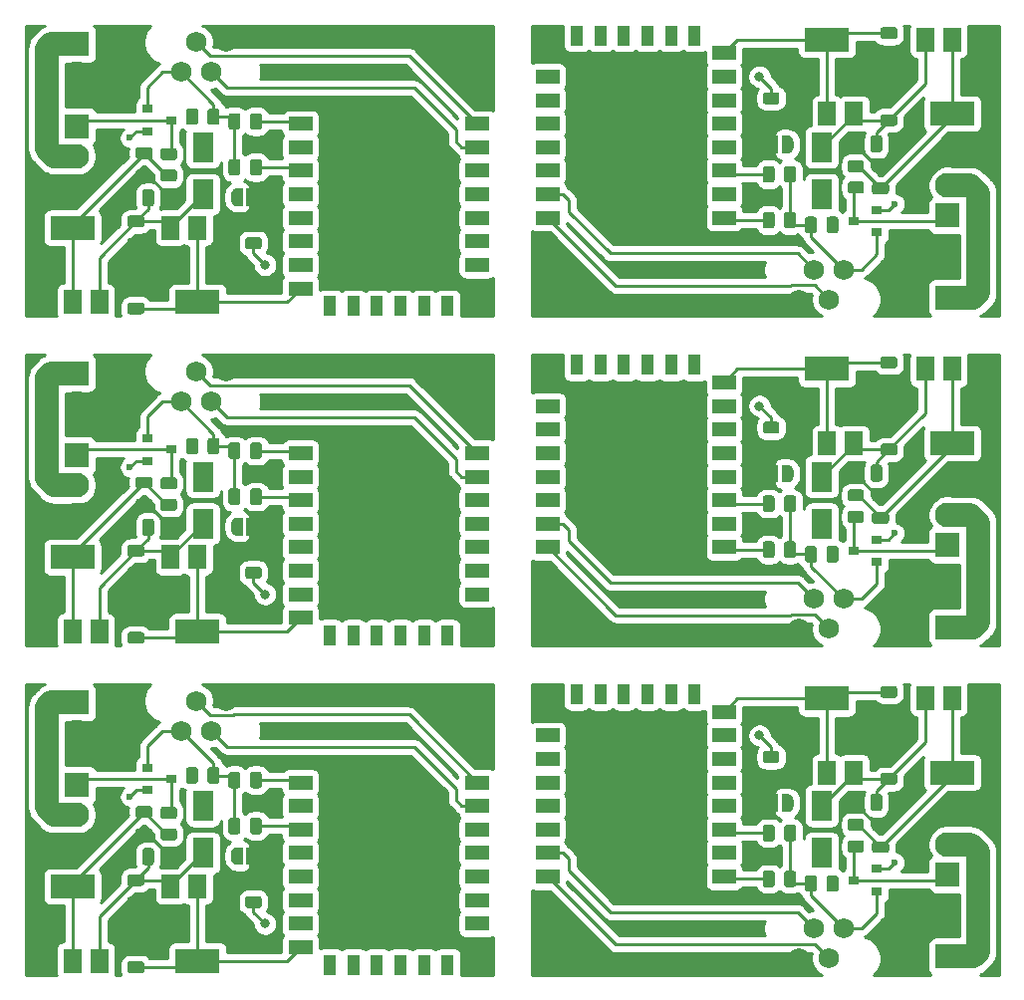
<source format=gbr>
%TF.GenerationSoftware,KiCad,Pcbnew,5.1.5+dfsg1-2build2*%
%TF.CreationDate,2021-11-04T16:47:03+02:00*%
%TF.ProjectId,LED_Wled,4c45445f-576c-4656-942e-6b696361645f,rev?*%
%TF.SameCoordinates,Original*%
%TF.FileFunction,Copper,L1,Top*%
%TF.FilePolarity,Positive*%
%FSLAX46Y46*%
G04 Gerber Fmt 4.6, Leading zero omitted, Abs format (unit mm)*
G04 Created by KiCad (PCBNEW 5.1.5+dfsg1-2build2) date 2021-11-04 16:47:03*
%MOMM*%
%LPD*%
G04 APERTURE LIST*
%TA.AperFunction,SMDPad,CuDef*%
%ADD10R,0.900000X0.800000*%
%TD*%
%TA.AperFunction,ComponentPad*%
%ADD11C,1.750000*%
%TD*%
%TA.AperFunction,SMDPad,CuDef*%
%ADD12C,0.100000*%
%TD*%
%TA.AperFunction,SMDPad,CuDef*%
%ADD13R,1.500000X2.000000*%
%TD*%
%TA.AperFunction,SMDPad,CuDef*%
%ADD14R,3.800000X2.000000*%
%TD*%
%TA.AperFunction,SMDPad,CuDef*%
%ADD15R,2.000000X1.200000*%
%TD*%
%TA.AperFunction,SMDPad,CuDef*%
%ADD16R,1.100000X1.700000*%
%TD*%
%TA.AperFunction,SMDPad,CuDef*%
%ADD17R,1.800000X2.500000*%
%TD*%
%TA.AperFunction,ComponentPad*%
%ADD18C,2.100000*%
%TD*%
%TA.AperFunction,ComponentPad*%
%ADD19R,2.100000X2.100000*%
%TD*%
%TA.AperFunction,ViaPad*%
%ADD20C,0.800000*%
%TD*%
%TA.AperFunction,ViaPad*%
%ADD21C,0.600000*%
%TD*%
%TA.AperFunction,Conductor*%
%ADD22C,0.250000*%
%TD*%
%TA.AperFunction,Conductor*%
%ADD23C,2.000000*%
%TD*%
%TA.AperFunction,Conductor*%
%ADD24C,0.254000*%
%TD*%
%TA.AperFunction,NonConductor*%
%ADD25C,0.254000*%
%TD*%
G04 APERTURE END LIST*
D10*
%TO.P,Q1,3*%
%TO.N,N/C*%
X139000000Y-138300000D03*
%TO.P,Q1,2*%
X141000000Y-137350000D03*
%TO.P,Q1,1*%
X141000000Y-139250000D03*
%TD*%
D11*
%TO.P,J1,4*%
%TO.N,N/C*%
X134345000Y-144940000D03*
%TO.P,J1,3*%
X135615000Y-142400000D03*
%TO.P,J1,2*%
X136885000Y-144940000D03*
%TO.P,J1,1*%
X138155000Y-142400000D03*
%TD*%
%TA.AperFunction,SMDPad,CuDef*%
D12*
%TO.P,R4,2*%
%TO.N,N/C*%
G36*
X137499505Y-137901204D02*
G01*
X137523773Y-137904804D01*
X137547572Y-137910765D01*
X137570671Y-137919030D01*
X137592850Y-137929520D01*
X137613893Y-137942132D01*
X137633599Y-137956747D01*
X137651777Y-137973223D01*
X137668253Y-137991401D01*
X137682868Y-138011107D01*
X137695480Y-138032150D01*
X137705970Y-138054329D01*
X137714235Y-138077428D01*
X137720196Y-138101227D01*
X137723796Y-138125495D01*
X137725000Y-138149999D01*
X137725000Y-139050001D01*
X137723796Y-139074505D01*
X137720196Y-139098773D01*
X137714235Y-139122572D01*
X137705970Y-139145671D01*
X137695480Y-139167850D01*
X137682868Y-139188893D01*
X137668253Y-139208599D01*
X137651777Y-139226777D01*
X137633599Y-139243253D01*
X137613893Y-139257868D01*
X137592850Y-139270480D01*
X137570671Y-139280970D01*
X137547572Y-139289235D01*
X137523773Y-139295196D01*
X137499505Y-139298796D01*
X137475001Y-139300000D01*
X136949999Y-139300000D01*
X136925495Y-139298796D01*
X136901227Y-139295196D01*
X136877428Y-139289235D01*
X136854329Y-139280970D01*
X136832150Y-139270480D01*
X136811107Y-139257868D01*
X136791401Y-139243253D01*
X136773223Y-139226777D01*
X136756747Y-139208599D01*
X136742132Y-139188893D01*
X136729520Y-139167850D01*
X136719030Y-139145671D01*
X136710765Y-139122572D01*
X136704804Y-139098773D01*
X136701204Y-139074505D01*
X136700000Y-139050001D01*
X136700000Y-138149999D01*
X136701204Y-138125495D01*
X136704804Y-138101227D01*
X136710765Y-138077428D01*
X136719030Y-138054329D01*
X136729520Y-138032150D01*
X136742132Y-138011107D01*
X136756747Y-137991401D01*
X136773223Y-137973223D01*
X136791401Y-137956747D01*
X136811107Y-137942132D01*
X136832150Y-137929520D01*
X136854329Y-137919030D01*
X136877428Y-137910765D01*
X136901227Y-137904804D01*
X136925495Y-137901204D01*
X136949999Y-137900000D01*
X137475001Y-137900000D01*
X137499505Y-137901204D01*
G37*
%TD.AperFunction*%
%TA.AperFunction,SMDPad,CuDef*%
%TO.P,R4,1*%
G36*
X135674505Y-137901204D02*
G01*
X135698773Y-137904804D01*
X135722572Y-137910765D01*
X135745671Y-137919030D01*
X135767850Y-137929520D01*
X135788893Y-137942132D01*
X135808599Y-137956747D01*
X135826777Y-137973223D01*
X135843253Y-137991401D01*
X135857868Y-138011107D01*
X135870480Y-138032150D01*
X135880970Y-138054329D01*
X135889235Y-138077428D01*
X135895196Y-138101227D01*
X135898796Y-138125495D01*
X135900000Y-138149999D01*
X135900000Y-139050001D01*
X135898796Y-139074505D01*
X135895196Y-139098773D01*
X135889235Y-139122572D01*
X135880970Y-139145671D01*
X135870480Y-139167850D01*
X135857868Y-139188893D01*
X135843253Y-139208599D01*
X135826777Y-139226777D01*
X135808599Y-139243253D01*
X135788893Y-139257868D01*
X135767850Y-139270480D01*
X135745671Y-139280970D01*
X135722572Y-139289235D01*
X135698773Y-139295196D01*
X135674505Y-139298796D01*
X135650001Y-139300000D01*
X135124999Y-139300000D01*
X135100495Y-139298796D01*
X135076227Y-139295196D01*
X135052428Y-139289235D01*
X135029329Y-139280970D01*
X135007150Y-139270480D01*
X134986107Y-139257868D01*
X134966401Y-139243253D01*
X134948223Y-139226777D01*
X134931747Y-139208599D01*
X134917132Y-139188893D01*
X134904520Y-139167850D01*
X134894030Y-139145671D01*
X134885765Y-139122572D01*
X134879804Y-139098773D01*
X134876204Y-139074505D01*
X134875000Y-139050001D01*
X134875000Y-138149999D01*
X134876204Y-138125495D01*
X134879804Y-138101227D01*
X134885765Y-138077428D01*
X134894030Y-138054329D01*
X134904520Y-138032150D01*
X134917132Y-138011107D01*
X134931747Y-137991401D01*
X134948223Y-137973223D01*
X134966401Y-137956747D01*
X134986107Y-137942132D01*
X135007150Y-137929520D01*
X135029329Y-137919030D01*
X135052428Y-137910765D01*
X135076227Y-137904804D01*
X135100495Y-137901204D01*
X135124999Y-137900000D01*
X135650001Y-137900000D01*
X135674505Y-137901204D01*
G37*
%TD.AperFunction*%
%TD*%
%TA.AperFunction,SMDPad,CuDef*%
%TO.P,C3,2*%
%TO.N,N/C*%
G36*
X139324504Y-130976204D02*
G01*
X139348773Y-130979804D01*
X139372571Y-130985765D01*
X139395671Y-130994030D01*
X139417849Y-131004520D01*
X139438893Y-131017133D01*
X139458598Y-131031747D01*
X139476777Y-131048223D01*
X139493253Y-131066402D01*
X139507867Y-131086107D01*
X139520480Y-131107151D01*
X139530970Y-131129329D01*
X139539235Y-131152429D01*
X139545196Y-131176227D01*
X139548796Y-131200496D01*
X139550000Y-131225000D01*
X139550000Y-132175000D01*
X139548796Y-132199504D01*
X139545196Y-132223773D01*
X139539235Y-132247571D01*
X139530970Y-132270671D01*
X139520480Y-132292849D01*
X139507867Y-132313893D01*
X139493253Y-132333598D01*
X139476777Y-132351777D01*
X139458598Y-132368253D01*
X139438893Y-132382867D01*
X139417849Y-132395480D01*
X139395671Y-132405970D01*
X139372571Y-132414235D01*
X139348773Y-132420196D01*
X139324504Y-132423796D01*
X139300000Y-132425000D01*
X138800000Y-132425000D01*
X138775496Y-132423796D01*
X138751227Y-132420196D01*
X138727429Y-132414235D01*
X138704329Y-132405970D01*
X138682151Y-132395480D01*
X138661107Y-132382867D01*
X138641402Y-132368253D01*
X138623223Y-132351777D01*
X138606747Y-132333598D01*
X138592133Y-132313893D01*
X138579520Y-132292849D01*
X138569030Y-132270671D01*
X138560765Y-132247571D01*
X138554804Y-132223773D01*
X138551204Y-132199504D01*
X138550000Y-132175000D01*
X138550000Y-131225000D01*
X138551204Y-131200496D01*
X138554804Y-131176227D01*
X138560765Y-131152429D01*
X138569030Y-131129329D01*
X138579520Y-131107151D01*
X138592133Y-131086107D01*
X138606747Y-131066402D01*
X138623223Y-131048223D01*
X138641402Y-131031747D01*
X138661107Y-131017133D01*
X138682151Y-131004520D01*
X138704329Y-130994030D01*
X138727429Y-130985765D01*
X138751227Y-130979804D01*
X138775496Y-130976204D01*
X138800000Y-130975000D01*
X139300000Y-130975000D01*
X139324504Y-130976204D01*
G37*
%TD.AperFunction*%
%TA.AperFunction,SMDPad,CuDef*%
%TO.P,C3,1*%
G36*
X141224504Y-130976204D02*
G01*
X141248773Y-130979804D01*
X141272571Y-130985765D01*
X141295671Y-130994030D01*
X141317849Y-131004520D01*
X141338893Y-131017133D01*
X141358598Y-131031747D01*
X141376777Y-131048223D01*
X141393253Y-131066402D01*
X141407867Y-131086107D01*
X141420480Y-131107151D01*
X141430970Y-131129329D01*
X141439235Y-131152429D01*
X141445196Y-131176227D01*
X141448796Y-131200496D01*
X141450000Y-131225000D01*
X141450000Y-132175000D01*
X141448796Y-132199504D01*
X141445196Y-132223773D01*
X141439235Y-132247571D01*
X141430970Y-132270671D01*
X141420480Y-132292849D01*
X141407867Y-132313893D01*
X141393253Y-132333598D01*
X141376777Y-132351777D01*
X141358598Y-132368253D01*
X141338893Y-132382867D01*
X141317849Y-132395480D01*
X141295671Y-132405970D01*
X141272571Y-132414235D01*
X141248773Y-132420196D01*
X141224504Y-132423796D01*
X141200000Y-132425000D01*
X140700000Y-132425000D01*
X140675496Y-132423796D01*
X140651227Y-132420196D01*
X140627429Y-132414235D01*
X140604329Y-132405970D01*
X140582151Y-132395480D01*
X140561107Y-132382867D01*
X140541402Y-132368253D01*
X140523223Y-132351777D01*
X140506747Y-132333598D01*
X140492133Y-132313893D01*
X140479520Y-132292849D01*
X140469030Y-132270671D01*
X140460765Y-132247571D01*
X140454804Y-132223773D01*
X140451204Y-132199504D01*
X140450000Y-132175000D01*
X140450000Y-131225000D01*
X140451204Y-131200496D01*
X140454804Y-131176227D01*
X140460765Y-131152429D01*
X140469030Y-131129329D01*
X140479520Y-131107151D01*
X140492133Y-131086107D01*
X140506747Y-131066402D01*
X140523223Y-131048223D01*
X140541402Y-131031747D01*
X140561107Y-131017133D01*
X140582151Y-131004520D01*
X140604329Y-130994030D01*
X140627429Y-130985765D01*
X140651227Y-130979804D01*
X140675496Y-130976204D01*
X140700000Y-130975000D01*
X141200000Y-130975000D01*
X141224504Y-130976204D01*
G37*
%TD.AperFunction*%
%TD*%
%TA.AperFunction,SMDPad,CuDef*%
%TO.P,JP1,2*%
%TO.N,N/C*%
G36*
X133400000Y-131000602D02*
G01*
X133424534Y-131000602D01*
X133473365Y-131005412D01*
X133521490Y-131014984D01*
X133568445Y-131029228D01*
X133613778Y-131048005D01*
X133657051Y-131071136D01*
X133697850Y-131098396D01*
X133735779Y-131129524D01*
X133770476Y-131164221D01*
X133801604Y-131202150D01*
X133828864Y-131242949D01*
X133851995Y-131286222D01*
X133870772Y-131331555D01*
X133885016Y-131378510D01*
X133894588Y-131426635D01*
X133899398Y-131475466D01*
X133899398Y-131500000D01*
X133900000Y-131500000D01*
X133900000Y-132000000D01*
X133899398Y-132000000D01*
X133899398Y-132024534D01*
X133894588Y-132073365D01*
X133885016Y-132121490D01*
X133870772Y-132168445D01*
X133851995Y-132213778D01*
X133828864Y-132257051D01*
X133801604Y-132297850D01*
X133770476Y-132335779D01*
X133735779Y-132370476D01*
X133697850Y-132401604D01*
X133657051Y-132428864D01*
X133613778Y-132451995D01*
X133568445Y-132470772D01*
X133521490Y-132485016D01*
X133473365Y-132494588D01*
X133424534Y-132499398D01*
X133400000Y-132499398D01*
X133400000Y-132500000D01*
X132900000Y-132500000D01*
X132900000Y-131000000D01*
X133400000Y-131000000D01*
X133400000Y-131000602D01*
G37*
%TD.AperFunction*%
%TA.AperFunction,SMDPad,CuDef*%
%TO.P,JP1,1*%
G36*
X132600000Y-132500000D02*
G01*
X132100000Y-132500000D01*
X132100000Y-132499398D01*
X132075466Y-132499398D01*
X132026635Y-132494588D01*
X131978510Y-132485016D01*
X131931555Y-132470772D01*
X131886222Y-132451995D01*
X131842949Y-132428864D01*
X131802150Y-132401604D01*
X131764221Y-132370476D01*
X131729524Y-132335779D01*
X131698396Y-132297850D01*
X131671136Y-132257051D01*
X131648005Y-132213778D01*
X131629228Y-132168445D01*
X131614984Y-132121490D01*
X131605412Y-132073365D01*
X131600602Y-132024534D01*
X131600602Y-132000000D01*
X131600000Y-132000000D01*
X131600000Y-131500000D01*
X131600602Y-131500000D01*
X131600602Y-131475466D01*
X131605412Y-131426635D01*
X131614984Y-131378510D01*
X131629228Y-131331555D01*
X131648005Y-131286222D01*
X131671136Y-131242949D01*
X131698396Y-131202150D01*
X131729524Y-131164221D01*
X131764221Y-131129524D01*
X131802150Y-131098396D01*
X131842949Y-131071136D01*
X131886222Y-131048005D01*
X131931555Y-131029228D01*
X131978510Y-131014984D01*
X132026635Y-131005412D01*
X132075466Y-131000602D01*
X132100000Y-131000602D01*
X132100000Y-131000000D01*
X132600000Y-131000000D01*
X132600000Y-132500000D01*
G37*
%TD.AperFunction*%
%TD*%
D13*
%TO.P,U3,1*%
%TO.N,N/C*%
X149700000Y-122850000D03*
%TO.P,U3,3*%
X145100000Y-122850000D03*
%TO.P,U3,2*%
X147400000Y-122850000D03*
D14*
X147400000Y-129150000D03*
%TD*%
%TA.AperFunction,SMDPad,CuDef*%
D12*
%TO.P,R1,2*%
%TO.N,N/C*%
G36*
X132074506Y-133601204D02*
G01*
X132098774Y-133604804D01*
X132122573Y-133610765D01*
X132145672Y-133619030D01*
X132167850Y-133629519D01*
X132188893Y-133642132D01*
X132208599Y-133656747D01*
X132226777Y-133673223D01*
X132243253Y-133691401D01*
X132257868Y-133711107D01*
X132270481Y-133732150D01*
X132280970Y-133754328D01*
X132289235Y-133777427D01*
X132295196Y-133801226D01*
X132298796Y-133825494D01*
X132300000Y-133849998D01*
X132300000Y-134750002D01*
X132298796Y-134774506D01*
X132295196Y-134798774D01*
X132289235Y-134822573D01*
X132280970Y-134845672D01*
X132270481Y-134867850D01*
X132257868Y-134888893D01*
X132243253Y-134908599D01*
X132226777Y-134926777D01*
X132208599Y-134943253D01*
X132188893Y-134957868D01*
X132167850Y-134970481D01*
X132145672Y-134980970D01*
X132122573Y-134989235D01*
X132098774Y-134995196D01*
X132074506Y-134998796D01*
X132050002Y-135000000D01*
X131524998Y-135000000D01*
X131500494Y-134998796D01*
X131476226Y-134995196D01*
X131452427Y-134989235D01*
X131429328Y-134980970D01*
X131407150Y-134970481D01*
X131386107Y-134957868D01*
X131366401Y-134943253D01*
X131348223Y-134926777D01*
X131331747Y-134908599D01*
X131317132Y-134888893D01*
X131304519Y-134867850D01*
X131294030Y-134845672D01*
X131285765Y-134822573D01*
X131279804Y-134798774D01*
X131276204Y-134774506D01*
X131275000Y-134750002D01*
X131275000Y-133849998D01*
X131276204Y-133825494D01*
X131279804Y-133801226D01*
X131285765Y-133777427D01*
X131294030Y-133754328D01*
X131304519Y-133732150D01*
X131317132Y-133711107D01*
X131331747Y-133691401D01*
X131348223Y-133673223D01*
X131366401Y-133656747D01*
X131386107Y-133642132D01*
X131407150Y-133629519D01*
X131429328Y-133619030D01*
X131452427Y-133610765D01*
X131476226Y-133604804D01*
X131500494Y-133601204D01*
X131524998Y-133600000D01*
X132050002Y-133600000D01*
X132074506Y-133601204D01*
G37*
%TD.AperFunction*%
%TA.AperFunction,SMDPad,CuDef*%
%TO.P,R1,1*%
G36*
X133899506Y-133601204D02*
G01*
X133923774Y-133604804D01*
X133947573Y-133610765D01*
X133970672Y-133619030D01*
X133992850Y-133629519D01*
X134013893Y-133642132D01*
X134033599Y-133656747D01*
X134051777Y-133673223D01*
X134068253Y-133691401D01*
X134082868Y-133711107D01*
X134095481Y-133732150D01*
X134105970Y-133754328D01*
X134114235Y-133777427D01*
X134120196Y-133801226D01*
X134123796Y-133825494D01*
X134125000Y-133849998D01*
X134125000Y-134750002D01*
X134123796Y-134774506D01*
X134120196Y-134798774D01*
X134114235Y-134822573D01*
X134105970Y-134845672D01*
X134095481Y-134867850D01*
X134082868Y-134888893D01*
X134068253Y-134908599D01*
X134051777Y-134926777D01*
X134033599Y-134943253D01*
X134013893Y-134957868D01*
X133992850Y-134970481D01*
X133970672Y-134980970D01*
X133947573Y-134989235D01*
X133923774Y-134995196D01*
X133899506Y-134998796D01*
X133875002Y-135000000D01*
X133349998Y-135000000D01*
X133325494Y-134998796D01*
X133301226Y-134995196D01*
X133277427Y-134989235D01*
X133254328Y-134980970D01*
X133232150Y-134970481D01*
X133211107Y-134957868D01*
X133191401Y-134943253D01*
X133173223Y-134926777D01*
X133156747Y-134908599D01*
X133142132Y-134888893D01*
X133129519Y-134867850D01*
X133119030Y-134845672D01*
X133110765Y-134822573D01*
X133104804Y-134798774D01*
X133101204Y-134774506D01*
X133100000Y-134750002D01*
X133100000Y-133849998D01*
X133101204Y-133825494D01*
X133104804Y-133801226D01*
X133110765Y-133777427D01*
X133119030Y-133754328D01*
X133129519Y-133732150D01*
X133142132Y-133711107D01*
X133156747Y-133691401D01*
X133173223Y-133673223D01*
X133191401Y-133656747D01*
X133211107Y-133642132D01*
X133232150Y-133629519D01*
X133254328Y-133619030D01*
X133277427Y-133610765D01*
X133301226Y-133604804D01*
X133325494Y-133601204D01*
X133349998Y-133600000D01*
X133875002Y-133600000D01*
X133899506Y-133601204D01*
G37*
%TD.AperFunction*%
%TD*%
D13*
%TO.P,U2,1*%
%TO.N,N/C*%
X134450000Y-129150000D03*
%TO.P,U2,3*%
X139050000Y-129150000D03*
%TO.P,U2,2*%
X136750000Y-129150000D03*
D14*
X136750000Y-122850000D03*
%TD*%
%TA.AperFunction,SMDPad,CuDef*%
D12*
%TO.P,R2,2*%
%TO.N,N/C*%
G36*
X133899506Y-137501204D02*
G01*
X133923774Y-137504804D01*
X133947573Y-137510765D01*
X133970672Y-137519030D01*
X133992850Y-137529519D01*
X134013893Y-137542132D01*
X134033599Y-137556747D01*
X134051777Y-137573223D01*
X134068253Y-137591401D01*
X134082868Y-137611107D01*
X134095481Y-137632150D01*
X134105970Y-137654328D01*
X134114235Y-137677427D01*
X134120196Y-137701226D01*
X134123796Y-137725494D01*
X134125000Y-137749998D01*
X134125000Y-138650002D01*
X134123796Y-138674506D01*
X134120196Y-138698774D01*
X134114235Y-138722573D01*
X134105970Y-138745672D01*
X134095481Y-138767850D01*
X134082868Y-138788893D01*
X134068253Y-138808599D01*
X134051777Y-138826777D01*
X134033599Y-138843253D01*
X134013893Y-138857868D01*
X133992850Y-138870481D01*
X133970672Y-138880970D01*
X133947573Y-138889235D01*
X133923774Y-138895196D01*
X133899506Y-138898796D01*
X133875002Y-138900000D01*
X133349998Y-138900000D01*
X133325494Y-138898796D01*
X133301226Y-138895196D01*
X133277427Y-138889235D01*
X133254328Y-138880970D01*
X133232150Y-138870481D01*
X133211107Y-138857868D01*
X133191401Y-138843253D01*
X133173223Y-138826777D01*
X133156747Y-138808599D01*
X133142132Y-138788893D01*
X133129519Y-138767850D01*
X133119030Y-138745672D01*
X133110765Y-138722573D01*
X133104804Y-138698774D01*
X133101204Y-138674506D01*
X133100000Y-138650002D01*
X133100000Y-137749998D01*
X133101204Y-137725494D01*
X133104804Y-137701226D01*
X133110765Y-137677427D01*
X133119030Y-137654328D01*
X133129519Y-137632150D01*
X133142132Y-137611107D01*
X133156747Y-137591401D01*
X133173223Y-137573223D01*
X133191401Y-137556747D01*
X133211107Y-137542132D01*
X133232150Y-137529519D01*
X133254328Y-137519030D01*
X133277427Y-137510765D01*
X133301226Y-137504804D01*
X133325494Y-137501204D01*
X133349998Y-137500000D01*
X133875002Y-137500000D01*
X133899506Y-137501204D01*
G37*
%TD.AperFunction*%
%TA.AperFunction,SMDPad,CuDef*%
%TO.P,R2,1*%
G36*
X132074506Y-137501204D02*
G01*
X132098774Y-137504804D01*
X132122573Y-137510765D01*
X132145672Y-137519030D01*
X132167850Y-137529519D01*
X132188893Y-137542132D01*
X132208599Y-137556747D01*
X132226777Y-137573223D01*
X132243253Y-137591401D01*
X132257868Y-137611107D01*
X132270481Y-137632150D01*
X132280970Y-137654328D01*
X132289235Y-137677427D01*
X132295196Y-137701226D01*
X132298796Y-137725494D01*
X132300000Y-137749998D01*
X132300000Y-138650002D01*
X132298796Y-138674506D01*
X132295196Y-138698774D01*
X132289235Y-138722573D01*
X132280970Y-138745672D01*
X132270481Y-138767850D01*
X132257868Y-138788893D01*
X132243253Y-138808599D01*
X132226777Y-138826777D01*
X132208599Y-138843253D01*
X132188893Y-138857868D01*
X132167850Y-138870481D01*
X132145672Y-138880970D01*
X132122573Y-138889235D01*
X132098774Y-138895196D01*
X132074506Y-138898796D01*
X132050002Y-138900000D01*
X131524998Y-138900000D01*
X131500494Y-138898796D01*
X131476226Y-138895196D01*
X131452427Y-138889235D01*
X131429328Y-138880970D01*
X131407150Y-138870481D01*
X131386107Y-138857868D01*
X131366401Y-138843253D01*
X131348223Y-138826777D01*
X131331747Y-138808599D01*
X131317132Y-138788893D01*
X131304519Y-138767850D01*
X131294030Y-138745672D01*
X131285765Y-138722573D01*
X131279804Y-138698774D01*
X131276204Y-138674506D01*
X131275000Y-138650002D01*
X131275000Y-137749998D01*
X131276204Y-137725494D01*
X131279804Y-137701226D01*
X131285765Y-137677427D01*
X131294030Y-137654328D01*
X131304519Y-137632150D01*
X131317132Y-137611107D01*
X131331747Y-137591401D01*
X131348223Y-137573223D01*
X131366401Y-137556747D01*
X131386107Y-137542132D01*
X131407150Y-137529519D01*
X131429328Y-137519030D01*
X131452427Y-137510765D01*
X131476226Y-137504804D01*
X131500494Y-137501204D01*
X131524998Y-137500000D01*
X132050002Y-137500000D01*
X132074506Y-137501204D01*
G37*
%TD.AperFunction*%
%TD*%
%TA.AperFunction,SMDPad,CuDef*%
%TO.P,R3,2*%
%TO.N,N/C*%
G36*
X132474506Y-129151204D02*
G01*
X132498774Y-129154804D01*
X132522573Y-129160765D01*
X132545672Y-129169030D01*
X132567850Y-129179519D01*
X132588893Y-129192132D01*
X132608599Y-129206747D01*
X132626777Y-129223223D01*
X132643253Y-129241401D01*
X132657868Y-129261107D01*
X132670481Y-129282150D01*
X132680970Y-129304328D01*
X132689235Y-129327427D01*
X132695196Y-129351226D01*
X132698796Y-129375494D01*
X132700000Y-129399998D01*
X132700000Y-129925002D01*
X132698796Y-129949506D01*
X132695196Y-129973774D01*
X132689235Y-129997573D01*
X132680970Y-130020672D01*
X132670481Y-130042850D01*
X132657868Y-130063893D01*
X132643253Y-130083599D01*
X132626777Y-130101777D01*
X132608599Y-130118253D01*
X132588893Y-130132868D01*
X132567850Y-130145481D01*
X132545672Y-130155970D01*
X132522573Y-130164235D01*
X132498774Y-130170196D01*
X132474506Y-130173796D01*
X132450002Y-130175000D01*
X131549998Y-130175000D01*
X131525494Y-130173796D01*
X131501226Y-130170196D01*
X131477427Y-130164235D01*
X131454328Y-130155970D01*
X131432150Y-130145481D01*
X131411107Y-130132868D01*
X131391401Y-130118253D01*
X131373223Y-130101777D01*
X131356747Y-130083599D01*
X131342132Y-130063893D01*
X131329519Y-130042850D01*
X131319030Y-130020672D01*
X131310765Y-129997573D01*
X131304804Y-129973774D01*
X131301204Y-129949506D01*
X131300000Y-129925002D01*
X131300000Y-129399998D01*
X131301204Y-129375494D01*
X131304804Y-129351226D01*
X131310765Y-129327427D01*
X131319030Y-129304328D01*
X131329519Y-129282150D01*
X131342132Y-129261107D01*
X131356747Y-129241401D01*
X131373223Y-129223223D01*
X131391401Y-129206747D01*
X131411107Y-129192132D01*
X131432150Y-129179519D01*
X131454328Y-129169030D01*
X131477427Y-129160765D01*
X131501226Y-129154804D01*
X131525494Y-129151204D01*
X131549998Y-129150000D01*
X132450002Y-129150000D01*
X132474506Y-129151204D01*
G37*
%TD.AperFunction*%
%TA.AperFunction,SMDPad,CuDef*%
%TO.P,R3,1*%
G36*
X132474506Y-127326204D02*
G01*
X132498774Y-127329804D01*
X132522573Y-127335765D01*
X132545672Y-127344030D01*
X132567850Y-127354519D01*
X132588893Y-127367132D01*
X132608599Y-127381747D01*
X132626777Y-127398223D01*
X132643253Y-127416401D01*
X132657868Y-127436107D01*
X132670481Y-127457150D01*
X132680970Y-127479328D01*
X132689235Y-127502427D01*
X132695196Y-127526226D01*
X132698796Y-127550494D01*
X132700000Y-127574998D01*
X132700000Y-128100002D01*
X132698796Y-128124506D01*
X132695196Y-128148774D01*
X132689235Y-128172573D01*
X132680970Y-128195672D01*
X132670481Y-128217850D01*
X132657868Y-128238893D01*
X132643253Y-128258599D01*
X132626777Y-128276777D01*
X132608599Y-128293253D01*
X132588893Y-128307868D01*
X132567850Y-128320481D01*
X132545672Y-128330970D01*
X132522573Y-128339235D01*
X132498774Y-128345196D01*
X132474506Y-128348796D01*
X132450002Y-128350000D01*
X131549998Y-128350000D01*
X131525494Y-128348796D01*
X131501226Y-128345196D01*
X131477427Y-128339235D01*
X131454328Y-128330970D01*
X131432150Y-128320481D01*
X131411107Y-128307868D01*
X131391401Y-128293253D01*
X131373223Y-128276777D01*
X131356747Y-128258599D01*
X131342132Y-128238893D01*
X131329519Y-128217850D01*
X131319030Y-128195672D01*
X131310765Y-128172573D01*
X131304804Y-128148774D01*
X131301204Y-128124506D01*
X131300000Y-128100002D01*
X131300000Y-127574998D01*
X131301204Y-127550494D01*
X131304804Y-127526226D01*
X131310765Y-127502427D01*
X131319030Y-127479328D01*
X131329519Y-127457150D01*
X131342132Y-127436107D01*
X131356747Y-127416401D01*
X131373223Y-127398223D01*
X131391401Y-127381747D01*
X131411107Y-127367132D01*
X131432150Y-127354519D01*
X131454328Y-127344030D01*
X131477427Y-127335765D01*
X131501226Y-127329804D01*
X131525494Y-127326204D01*
X131549998Y-127325000D01*
X132450002Y-127325000D01*
X132474506Y-127326204D01*
G37*
%TD.AperFunction*%
%TD*%
D15*
%TO.P,U1,1*%
%TO.N,N/C*%
X128000000Y-138000000D03*
%TO.P,U1,2*%
X128000000Y-136000000D03*
%TO.P,U1,3*%
X128000000Y-134000000D03*
%TO.P,U1,4*%
X128000000Y-132000000D03*
%TO.P,U1,5*%
X128000000Y-130000000D03*
%TO.P,U1,6*%
X128000000Y-128000000D03*
%TO.P,U1,7*%
X128000000Y-126000000D03*
%TO.P,U1,8*%
X128000000Y-124000000D03*
%TO.P,U1,15*%
X113000000Y-124000000D03*
%TO.P,U1,16*%
X113000000Y-126000000D03*
%TO.P,U1,17*%
X113000000Y-128000000D03*
%TO.P,U1,18*%
X113000000Y-130000000D03*
%TO.P,U1,19*%
X113000000Y-132000000D03*
%TO.P,U1,20*%
X113000000Y-134000000D03*
%TO.P,U1,21*%
X113000000Y-136000000D03*
%TO.P,U1,22*%
X113000000Y-138000000D03*
D16*
%TO.P,U1,9*%
X125500000Y-122500000D03*
%TO.P,U1,10*%
X123500000Y-122500000D03*
%TO.P,U1,11*%
X121500000Y-122500000D03*
%TO.P,U1,12*%
X119500000Y-122500000D03*
%TO.P,U1,13*%
X117500000Y-122500000D03*
%TO.P,U1,14*%
X115500000Y-122500000D03*
%TD*%
%TA.AperFunction,SMDPad,CuDef*%
D12*
%TO.P,R5,2*%
%TO.N,N/C*%
G36*
X139674505Y-134913704D02*
G01*
X139698773Y-134917304D01*
X139722572Y-134923265D01*
X139745671Y-134931530D01*
X139767850Y-134942020D01*
X139788893Y-134954632D01*
X139808599Y-134969247D01*
X139826777Y-134985723D01*
X139843253Y-135003901D01*
X139857868Y-135023607D01*
X139870480Y-135044650D01*
X139880970Y-135066829D01*
X139889235Y-135089928D01*
X139895196Y-135113727D01*
X139898796Y-135137995D01*
X139900000Y-135162499D01*
X139900000Y-135687501D01*
X139898796Y-135712005D01*
X139895196Y-135736273D01*
X139889235Y-135760072D01*
X139880970Y-135783171D01*
X139870480Y-135805350D01*
X139857868Y-135826393D01*
X139843253Y-135846099D01*
X139826777Y-135864277D01*
X139808599Y-135880753D01*
X139788893Y-135895368D01*
X139767850Y-135907980D01*
X139745671Y-135918470D01*
X139722572Y-135926735D01*
X139698773Y-135932696D01*
X139674505Y-135936296D01*
X139650001Y-135937500D01*
X138749999Y-135937500D01*
X138725495Y-135936296D01*
X138701227Y-135932696D01*
X138677428Y-135926735D01*
X138654329Y-135918470D01*
X138632150Y-135907980D01*
X138611107Y-135895368D01*
X138591401Y-135880753D01*
X138573223Y-135864277D01*
X138556747Y-135846099D01*
X138542132Y-135826393D01*
X138529520Y-135805350D01*
X138519030Y-135783171D01*
X138510765Y-135760072D01*
X138504804Y-135736273D01*
X138501204Y-135712005D01*
X138500000Y-135687501D01*
X138500000Y-135162499D01*
X138501204Y-135137995D01*
X138504804Y-135113727D01*
X138510765Y-135089928D01*
X138519030Y-135066829D01*
X138529520Y-135044650D01*
X138542132Y-135023607D01*
X138556747Y-135003901D01*
X138573223Y-134985723D01*
X138591401Y-134969247D01*
X138611107Y-134954632D01*
X138632150Y-134942020D01*
X138654329Y-134931530D01*
X138677428Y-134923265D01*
X138701227Y-134917304D01*
X138725495Y-134913704D01*
X138749999Y-134912500D01*
X139650001Y-134912500D01*
X139674505Y-134913704D01*
G37*
%TD.AperFunction*%
%TA.AperFunction,SMDPad,CuDef*%
%TO.P,R5,1*%
G36*
X139674505Y-133088704D02*
G01*
X139698773Y-133092304D01*
X139722572Y-133098265D01*
X139745671Y-133106530D01*
X139767850Y-133117020D01*
X139788893Y-133129632D01*
X139808599Y-133144247D01*
X139826777Y-133160723D01*
X139843253Y-133178901D01*
X139857868Y-133198607D01*
X139870480Y-133219650D01*
X139880970Y-133241829D01*
X139889235Y-133264928D01*
X139895196Y-133288727D01*
X139898796Y-133312995D01*
X139900000Y-133337499D01*
X139900000Y-133862501D01*
X139898796Y-133887005D01*
X139895196Y-133911273D01*
X139889235Y-133935072D01*
X139880970Y-133958171D01*
X139870480Y-133980350D01*
X139857868Y-134001393D01*
X139843253Y-134021099D01*
X139826777Y-134039277D01*
X139808599Y-134055753D01*
X139788893Y-134070368D01*
X139767850Y-134082980D01*
X139745671Y-134093470D01*
X139722572Y-134101735D01*
X139698773Y-134107696D01*
X139674505Y-134111296D01*
X139650001Y-134112500D01*
X138749999Y-134112500D01*
X138725495Y-134111296D01*
X138701227Y-134107696D01*
X138677428Y-134101735D01*
X138654329Y-134093470D01*
X138632150Y-134082980D01*
X138611107Y-134070368D01*
X138591401Y-134055753D01*
X138573223Y-134039277D01*
X138556747Y-134021099D01*
X138542132Y-134001393D01*
X138529520Y-133980350D01*
X138519030Y-133958171D01*
X138510765Y-133935072D01*
X138504804Y-133911273D01*
X138501204Y-133887005D01*
X138500000Y-133862501D01*
X138500000Y-133337499D01*
X138501204Y-133312995D01*
X138504804Y-133288727D01*
X138510765Y-133264928D01*
X138519030Y-133241829D01*
X138529520Y-133219650D01*
X138542132Y-133198607D01*
X138556747Y-133178901D01*
X138573223Y-133160723D01*
X138591401Y-133144247D01*
X138611107Y-133129632D01*
X138632150Y-133117020D01*
X138654329Y-133106530D01*
X138677428Y-133098265D01*
X138701227Y-133092304D01*
X138725495Y-133088704D01*
X138749999Y-133087500D01*
X139650001Y-133087500D01*
X139674505Y-133088704D01*
G37*
%TD.AperFunction*%
%TD*%
D17*
%TO.P,D1,2*%
%TO.N,N/C*%
X136300000Y-136000000D03*
%TO.P,D1,1*%
X136300000Y-132000000D03*
%TD*%
%TA.AperFunction,SMDPad,CuDef*%
D12*
%TO.P,C1,2*%
%TO.N,N/C*%
G36*
X142499504Y-127301204D02*
G01*
X142523773Y-127304804D01*
X142547571Y-127310765D01*
X142570671Y-127319030D01*
X142592849Y-127329520D01*
X142613893Y-127342133D01*
X142633598Y-127356747D01*
X142651777Y-127373223D01*
X142668253Y-127391402D01*
X142682867Y-127411107D01*
X142695480Y-127432151D01*
X142705970Y-127454329D01*
X142714235Y-127477429D01*
X142720196Y-127501227D01*
X142723796Y-127525496D01*
X142725000Y-127550000D01*
X142725000Y-128050000D01*
X142723796Y-128074504D01*
X142720196Y-128098773D01*
X142714235Y-128122571D01*
X142705970Y-128145671D01*
X142695480Y-128167849D01*
X142682867Y-128188893D01*
X142668253Y-128208598D01*
X142651777Y-128226777D01*
X142633598Y-128243253D01*
X142613893Y-128257867D01*
X142592849Y-128270480D01*
X142570671Y-128280970D01*
X142547571Y-128289235D01*
X142523773Y-128295196D01*
X142499504Y-128298796D01*
X142475000Y-128300000D01*
X141525000Y-128300000D01*
X141500496Y-128298796D01*
X141476227Y-128295196D01*
X141452429Y-128289235D01*
X141429329Y-128280970D01*
X141407151Y-128270480D01*
X141386107Y-128257867D01*
X141366402Y-128243253D01*
X141348223Y-128226777D01*
X141331747Y-128208598D01*
X141317133Y-128188893D01*
X141304520Y-128167849D01*
X141294030Y-128145671D01*
X141285765Y-128122571D01*
X141279804Y-128098773D01*
X141276204Y-128074504D01*
X141275000Y-128050000D01*
X141275000Y-127550000D01*
X141276204Y-127525496D01*
X141279804Y-127501227D01*
X141285765Y-127477429D01*
X141294030Y-127454329D01*
X141304520Y-127432151D01*
X141317133Y-127411107D01*
X141331747Y-127391402D01*
X141348223Y-127373223D01*
X141366402Y-127356747D01*
X141386107Y-127342133D01*
X141407151Y-127329520D01*
X141429329Y-127319030D01*
X141452429Y-127310765D01*
X141476227Y-127304804D01*
X141500496Y-127301204D01*
X141525000Y-127300000D01*
X142475000Y-127300000D01*
X142499504Y-127301204D01*
G37*
%TD.AperFunction*%
%TA.AperFunction,SMDPad,CuDef*%
%TO.P,C1,1*%
G36*
X142499504Y-129201204D02*
G01*
X142523773Y-129204804D01*
X142547571Y-129210765D01*
X142570671Y-129219030D01*
X142592849Y-129229520D01*
X142613893Y-129242133D01*
X142633598Y-129256747D01*
X142651777Y-129273223D01*
X142668253Y-129291402D01*
X142682867Y-129311107D01*
X142695480Y-129332151D01*
X142705970Y-129354329D01*
X142714235Y-129377429D01*
X142720196Y-129401227D01*
X142723796Y-129425496D01*
X142725000Y-129450000D01*
X142725000Y-129950000D01*
X142723796Y-129974504D01*
X142720196Y-129998773D01*
X142714235Y-130022571D01*
X142705970Y-130045671D01*
X142695480Y-130067849D01*
X142682867Y-130088893D01*
X142668253Y-130108598D01*
X142651777Y-130126777D01*
X142633598Y-130143253D01*
X142613893Y-130157867D01*
X142592849Y-130170480D01*
X142570671Y-130180970D01*
X142547571Y-130189235D01*
X142523773Y-130195196D01*
X142499504Y-130198796D01*
X142475000Y-130200000D01*
X141525000Y-130200000D01*
X141500496Y-130198796D01*
X141476227Y-130195196D01*
X141452429Y-130189235D01*
X141429329Y-130180970D01*
X141407151Y-130170480D01*
X141386107Y-130157867D01*
X141366402Y-130143253D01*
X141348223Y-130126777D01*
X141331747Y-130108598D01*
X141317133Y-130088893D01*
X141304520Y-130067849D01*
X141294030Y-130045671D01*
X141285765Y-130022571D01*
X141279804Y-129998773D01*
X141276204Y-129974504D01*
X141275000Y-129950000D01*
X141275000Y-129450000D01*
X141276204Y-129425496D01*
X141279804Y-129401227D01*
X141285765Y-129377429D01*
X141294030Y-129354329D01*
X141304520Y-129332151D01*
X141317133Y-129311107D01*
X141331747Y-129291402D01*
X141348223Y-129273223D01*
X141366402Y-129256747D01*
X141386107Y-129242133D01*
X141407151Y-129229520D01*
X141429329Y-129219030D01*
X141452429Y-129210765D01*
X141476227Y-129204804D01*
X141500496Y-129201204D01*
X141525000Y-129200000D01*
X142475000Y-129200000D01*
X142499504Y-129201204D01*
G37*
%TD.AperFunction*%
%TD*%
%TA.AperFunction,SMDPad,CuDef*%
%TO.P,C2,2*%
%TO.N,N/C*%
G36*
X142499504Y-123701204D02*
G01*
X142523773Y-123704804D01*
X142547571Y-123710765D01*
X142570671Y-123719030D01*
X142592849Y-123729520D01*
X142613893Y-123742133D01*
X142633598Y-123756747D01*
X142651777Y-123773223D01*
X142668253Y-123791402D01*
X142682867Y-123811107D01*
X142695480Y-123832151D01*
X142705970Y-123854329D01*
X142714235Y-123877429D01*
X142720196Y-123901227D01*
X142723796Y-123925496D01*
X142725000Y-123950000D01*
X142725000Y-124450000D01*
X142723796Y-124474504D01*
X142720196Y-124498773D01*
X142714235Y-124522571D01*
X142705970Y-124545671D01*
X142695480Y-124567849D01*
X142682867Y-124588893D01*
X142668253Y-124608598D01*
X142651777Y-124626777D01*
X142633598Y-124643253D01*
X142613893Y-124657867D01*
X142592849Y-124670480D01*
X142570671Y-124680970D01*
X142547571Y-124689235D01*
X142523773Y-124695196D01*
X142499504Y-124698796D01*
X142475000Y-124700000D01*
X141525000Y-124700000D01*
X141500496Y-124698796D01*
X141476227Y-124695196D01*
X141452429Y-124689235D01*
X141429329Y-124680970D01*
X141407151Y-124670480D01*
X141386107Y-124657867D01*
X141366402Y-124643253D01*
X141348223Y-124626777D01*
X141331747Y-124608598D01*
X141317133Y-124588893D01*
X141304520Y-124567849D01*
X141294030Y-124545671D01*
X141285765Y-124522571D01*
X141279804Y-124498773D01*
X141276204Y-124474504D01*
X141275000Y-124450000D01*
X141275000Y-123950000D01*
X141276204Y-123925496D01*
X141279804Y-123901227D01*
X141285765Y-123877429D01*
X141294030Y-123854329D01*
X141304520Y-123832151D01*
X141317133Y-123811107D01*
X141331747Y-123791402D01*
X141348223Y-123773223D01*
X141366402Y-123756747D01*
X141386107Y-123742133D01*
X141407151Y-123729520D01*
X141429329Y-123719030D01*
X141452429Y-123710765D01*
X141476227Y-123704804D01*
X141500496Y-123701204D01*
X141525000Y-123700000D01*
X142475000Y-123700000D01*
X142499504Y-123701204D01*
G37*
%TD.AperFunction*%
%TA.AperFunction,SMDPad,CuDef*%
%TO.P,C2,1*%
G36*
X142499504Y-121801204D02*
G01*
X142523773Y-121804804D01*
X142547571Y-121810765D01*
X142570671Y-121819030D01*
X142592849Y-121829520D01*
X142613893Y-121842133D01*
X142633598Y-121856747D01*
X142651777Y-121873223D01*
X142668253Y-121891402D01*
X142682867Y-121911107D01*
X142695480Y-121932151D01*
X142705970Y-121954329D01*
X142714235Y-121977429D01*
X142720196Y-122001227D01*
X142723796Y-122025496D01*
X142725000Y-122050000D01*
X142725000Y-122550000D01*
X142723796Y-122574504D01*
X142720196Y-122598773D01*
X142714235Y-122622571D01*
X142705970Y-122645671D01*
X142695480Y-122667849D01*
X142682867Y-122688893D01*
X142668253Y-122708598D01*
X142651777Y-122726777D01*
X142633598Y-122743253D01*
X142613893Y-122757867D01*
X142592849Y-122770480D01*
X142570671Y-122780970D01*
X142547571Y-122789235D01*
X142523773Y-122795196D01*
X142499504Y-122798796D01*
X142475000Y-122800000D01*
X141525000Y-122800000D01*
X141500496Y-122798796D01*
X141476227Y-122795196D01*
X141452429Y-122789235D01*
X141429329Y-122780970D01*
X141407151Y-122770480D01*
X141386107Y-122757867D01*
X141366402Y-122743253D01*
X141348223Y-122726777D01*
X141331747Y-122708598D01*
X141317133Y-122688893D01*
X141304520Y-122667849D01*
X141294030Y-122645671D01*
X141285765Y-122622571D01*
X141279804Y-122598773D01*
X141276204Y-122574504D01*
X141275000Y-122550000D01*
X141275000Y-122050000D01*
X141276204Y-122025496D01*
X141279804Y-122001227D01*
X141285765Y-121977429D01*
X141294030Y-121954329D01*
X141304520Y-121932151D01*
X141317133Y-121911107D01*
X141331747Y-121891402D01*
X141348223Y-121873223D01*
X141366402Y-121856747D01*
X141386107Y-121842133D01*
X141407151Y-121829520D01*
X141429329Y-121819030D01*
X141452429Y-121810765D01*
X141476227Y-121804804D01*
X141500496Y-121801204D01*
X141525000Y-121800000D01*
X142475000Y-121800000D01*
X142499504Y-121801204D01*
G37*
%TD.AperFunction*%
%TD*%
D18*
%TO.P,J2,2*%
%TO.N,N/C*%
X147000000Y-142260000D03*
D19*
%TO.P,J2,1*%
X147000000Y-144800000D03*
%TD*%
%TA.AperFunction,SMDPad,CuDef*%
D12*
%TO.P,C4,2*%
%TO.N,N/C*%
G36*
X141799504Y-133101204D02*
G01*
X141823773Y-133104804D01*
X141847571Y-133110765D01*
X141870671Y-133119030D01*
X141892849Y-133129520D01*
X141913893Y-133142133D01*
X141933598Y-133156747D01*
X141951777Y-133173223D01*
X141968253Y-133191402D01*
X141982867Y-133211107D01*
X141995480Y-133232151D01*
X142005970Y-133254329D01*
X142014235Y-133277429D01*
X142020196Y-133301227D01*
X142023796Y-133325496D01*
X142025000Y-133350000D01*
X142025000Y-133850000D01*
X142023796Y-133874504D01*
X142020196Y-133898773D01*
X142014235Y-133922571D01*
X142005970Y-133945671D01*
X141995480Y-133967849D01*
X141982867Y-133988893D01*
X141968253Y-134008598D01*
X141951777Y-134026777D01*
X141933598Y-134043253D01*
X141913893Y-134057867D01*
X141892849Y-134070480D01*
X141870671Y-134080970D01*
X141847571Y-134089235D01*
X141823773Y-134095196D01*
X141799504Y-134098796D01*
X141775000Y-134100000D01*
X140825000Y-134100000D01*
X140800496Y-134098796D01*
X140776227Y-134095196D01*
X140752429Y-134089235D01*
X140729329Y-134080970D01*
X140707151Y-134070480D01*
X140686107Y-134057867D01*
X140666402Y-134043253D01*
X140648223Y-134026777D01*
X140631747Y-134008598D01*
X140617133Y-133988893D01*
X140604520Y-133967849D01*
X140594030Y-133945671D01*
X140585765Y-133922571D01*
X140579804Y-133898773D01*
X140576204Y-133874504D01*
X140575000Y-133850000D01*
X140575000Y-133350000D01*
X140576204Y-133325496D01*
X140579804Y-133301227D01*
X140585765Y-133277429D01*
X140594030Y-133254329D01*
X140604520Y-133232151D01*
X140617133Y-133211107D01*
X140631747Y-133191402D01*
X140648223Y-133173223D01*
X140666402Y-133156747D01*
X140686107Y-133142133D01*
X140707151Y-133129520D01*
X140729329Y-133119030D01*
X140752429Y-133110765D01*
X140776227Y-133104804D01*
X140800496Y-133101204D01*
X140825000Y-133100000D01*
X141775000Y-133100000D01*
X141799504Y-133101204D01*
G37*
%TD.AperFunction*%
%TA.AperFunction,SMDPad,CuDef*%
%TO.P,C4,1*%
G36*
X141799504Y-135001204D02*
G01*
X141823773Y-135004804D01*
X141847571Y-135010765D01*
X141870671Y-135019030D01*
X141892849Y-135029520D01*
X141913893Y-135042133D01*
X141933598Y-135056747D01*
X141951777Y-135073223D01*
X141968253Y-135091402D01*
X141982867Y-135111107D01*
X141995480Y-135132151D01*
X142005970Y-135154329D01*
X142014235Y-135177429D01*
X142020196Y-135201227D01*
X142023796Y-135225496D01*
X142025000Y-135250000D01*
X142025000Y-135750000D01*
X142023796Y-135774504D01*
X142020196Y-135798773D01*
X142014235Y-135822571D01*
X142005970Y-135845671D01*
X141995480Y-135867849D01*
X141982867Y-135888893D01*
X141968253Y-135908598D01*
X141951777Y-135926777D01*
X141933598Y-135943253D01*
X141913893Y-135957867D01*
X141892849Y-135970480D01*
X141870671Y-135980970D01*
X141847571Y-135989235D01*
X141823773Y-135995196D01*
X141799504Y-135998796D01*
X141775000Y-136000000D01*
X140825000Y-136000000D01*
X140800496Y-135998796D01*
X140776227Y-135995196D01*
X140752429Y-135989235D01*
X140729329Y-135980970D01*
X140707151Y-135970480D01*
X140686107Y-135957867D01*
X140666402Y-135943253D01*
X140648223Y-135926777D01*
X140631747Y-135908598D01*
X140617133Y-135888893D01*
X140604520Y-135867849D01*
X140594030Y-135845671D01*
X140585765Y-135822571D01*
X140579804Y-135798773D01*
X140576204Y-135774504D01*
X140575000Y-135750000D01*
X140575000Y-135250000D01*
X140576204Y-135225496D01*
X140579804Y-135201227D01*
X140585765Y-135177429D01*
X140594030Y-135154329D01*
X140604520Y-135132151D01*
X140617133Y-135111107D01*
X140631747Y-135091402D01*
X140648223Y-135073223D01*
X140666402Y-135056747D01*
X140686107Y-135042133D01*
X140707151Y-135029520D01*
X140729329Y-135019030D01*
X140752429Y-135010765D01*
X140776227Y-135004804D01*
X140800496Y-135001204D01*
X140825000Y-135000000D01*
X141775000Y-135000000D01*
X141799504Y-135001204D01*
G37*
%TD.AperFunction*%
%TD*%
D18*
%TO.P,J3,3*%
%TO.N,N/C*%
X147000000Y-132720000D03*
%TO.P,J3,2*%
X147000000Y-135260000D03*
D19*
%TO.P,J3,1*%
X147000000Y-137800000D03*
%TD*%
D10*
%TO.P,Q1,1*%
%TO.N,N/C*%
X79000000Y-128750000D03*
%TO.P,Q1,2*%
X79000000Y-130650000D03*
%TO.P,Q1,3*%
X81000000Y-129700000D03*
%TD*%
D11*
%TO.P,J1,1*%
%TO.N,N/C*%
X81845000Y-125600000D03*
%TO.P,J1,2*%
X83115000Y-123060000D03*
%TO.P,J1,3*%
X84385000Y-125600000D03*
%TO.P,J1,4*%
X85655000Y-123060000D03*
%TD*%
%TA.AperFunction,SMDPad,CuDef*%
D12*
%TO.P,JP1,1*%
%TO.N,N/C*%
G36*
X87400000Y-135500000D02*
G01*
X87900000Y-135500000D01*
X87900000Y-135500602D01*
X87924534Y-135500602D01*
X87973365Y-135505412D01*
X88021490Y-135514984D01*
X88068445Y-135529228D01*
X88113778Y-135548005D01*
X88157051Y-135571136D01*
X88197850Y-135598396D01*
X88235779Y-135629524D01*
X88270476Y-135664221D01*
X88301604Y-135702150D01*
X88328864Y-135742949D01*
X88351995Y-135786222D01*
X88370772Y-135831555D01*
X88385016Y-135878510D01*
X88394588Y-135926635D01*
X88399398Y-135975466D01*
X88399398Y-136000000D01*
X88400000Y-136000000D01*
X88400000Y-136500000D01*
X88399398Y-136500000D01*
X88399398Y-136524534D01*
X88394588Y-136573365D01*
X88385016Y-136621490D01*
X88370772Y-136668445D01*
X88351995Y-136713778D01*
X88328864Y-136757051D01*
X88301604Y-136797850D01*
X88270476Y-136835779D01*
X88235779Y-136870476D01*
X88197850Y-136901604D01*
X88157051Y-136928864D01*
X88113778Y-136951995D01*
X88068445Y-136970772D01*
X88021490Y-136985016D01*
X87973365Y-136994588D01*
X87924534Y-136999398D01*
X87900000Y-136999398D01*
X87900000Y-137000000D01*
X87400000Y-137000000D01*
X87400000Y-135500000D01*
G37*
%TD.AperFunction*%
%TA.AperFunction,SMDPad,CuDef*%
%TO.P,JP1,2*%
G36*
X86600000Y-136999398D02*
G01*
X86575466Y-136999398D01*
X86526635Y-136994588D01*
X86478510Y-136985016D01*
X86431555Y-136970772D01*
X86386222Y-136951995D01*
X86342949Y-136928864D01*
X86302150Y-136901604D01*
X86264221Y-136870476D01*
X86229524Y-136835779D01*
X86198396Y-136797850D01*
X86171136Y-136757051D01*
X86148005Y-136713778D01*
X86129228Y-136668445D01*
X86114984Y-136621490D01*
X86105412Y-136573365D01*
X86100602Y-136524534D01*
X86100602Y-136500000D01*
X86100000Y-136500000D01*
X86100000Y-136000000D01*
X86100602Y-136000000D01*
X86100602Y-135975466D01*
X86105412Y-135926635D01*
X86114984Y-135878510D01*
X86129228Y-135831555D01*
X86148005Y-135786222D01*
X86171136Y-135742949D01*
X86198396Y-135702150D01*
X86229524Y-135664221D01*
X86264221Y-135629524D01*
X86302150Y-135598396D01*
X86342949Y-135571136D01*
X86386222Y-135548005D01*
X86431555Y-135529228D01*
X86478510Y-135514984D01*
X86526635Y-135505412D01*
X86575466Y-135500602D01*
X86600000Y-135500602D01*
X86600000Y-135500000D01*
X87100000Y-135500000D01*
X87100000Y-137000000D01*
X86600000Y-137000000D01*
X86600000Y-136999398D01*
G37*
%TD.AperFunction*%
%TD*%
D14*
%TO.P,U3,2*%
%TO.N,N/C*%
X72600000Y-138850000D03*
D13*
X72600000Y-145150000D03*
%TO.P,U3,3*%
X74900000Y-145150000D03*
%TO.P,U3,1*%
X70300000Y-145150000D03*
%TD*%
%TA.AperFunction,SMDPad,CuDef*%
D12*
%TO.P,R1,1*%
%TO.N,N/C*%
G36*
X86674506Y-133001204D02*
G01*
X86698774Y-133004804D01*
X86722573Y-133010765D01*
X86745672Y-133019030D01*
X86767850Y-133029519D01*
X86788893Y-133042132D01*
X86808599Y-133056747D01*
X86826777Y-133073223D01*
X86843253Y-133091401D01*
X86857868Y-133111107D01*
X86870481Y-133132150D01*
X86880970Y-133154328D01*
X86889235Y-133177427D01*
X86895196Y-133201226D01*
X86898796Y-133225494D01*
X86900000Y-133249998D01*
X86900000Y-134150002D01*
X86898796Y-134174506D01*
X86895196Y-134198774D01*
X86889235Y-134222573D01*
X86880970Y-134245672D01*
X86870481Y-134267850D01*
X86857868Y-134288893D01*
X86843253Y-134308599D01*
X86826777Y-134326777D01*
X86808599Y-134343253D01*
X86788893Y-134357868D01*
X86767850Y-134370481D01*
X86745672Y-134380970D01*
X86722573Y-134389235D01*
X86698774Y-134395196D01*
X86674506Y-134398796D01*
X86650002Y-134400000D01*
X86124998Y-134400000D01*
X86100494Y-134398796D01*
X86076226Y-134395196D01*
X86052427Y-134389235D01*
X86029328Y-134380970D01*
X86007150Y-134370481D01*
X85986107Y-134357868D01*
X85966401Y-134343253D01*
X85948223Y-134326777D01*
X85931747Y-134308599D01*
X85917132Y-134288893D01*
X85904519Y-134267850D01*
X85894030Y-134245672D01*
X85885765Y-134222573D01*
X85879804Y-134198774D01*
X85876204Y-134174506D01*
X85875000Y-134150002D01*
X85875000Y-133249998D01*
X85876204Y-133225494D01*
X85879804Y-133201226D01*
X85885765Y-133177427D01*
X85894030Y-133154328D01*
X85904519Y-133132150D01*
X85917132Y-133111107D01*
X85931747Y-133091401D01*
X85948223Y-133073223D01*
X85966401Y-133056747D01*
X85986107Y-133042132D01*
X86007150Y-133029519D01*
X86029328Y-133019030D01*
X86052427Y-133010765D01*
X86076226Y-133004804D01*
X86100494Y-133001204D01*
X86124998Y-133000000D01*
X86650002Y-133000000D01*
X86674506Y-133001204D01*
G37*
%TD.AperFunction*%
%TA.AperFunction,SMDPad,CuDef*%
%TO.P,R1,2*%
G36*
X88499506Y-133001204D02*
G01*
X88523774Y-133004804D01*
X88547573Y-133010765D01*
X88570672Y-133019030D01*
X88592850Y-133029519D01*
X88613893Y-133042132D01*
X88633599Y-133056747D01*
X88651777Y-133073223D01*
X88668253Y-133091401D01*
X88682868Y-133111107D01*
X88695481Y-133132150D01*
X88705970Y-133154328D01*
X88714235Y-133177427D01*
X88720196Y-133201226D01*
X88723796Y-133225494D01*
X88725000Y-133249998D01*
X88725000Y-134150002D01*
X88723796Y-134174506D01*
X88720196Y-134198774D01*
X88714235Y-134222573D01*
X88705970Y-134245672D01*
X88695481Y-134267850D01*
X88682868Y-134288893D01*
X88668253Y-134308599D01*
X88651777Y-134326777D01*
X88633599Y-134343253D01*
X88613893Y-134357868D01*
X88592850Y-134370481D01*
X88570672Y-134380970D01*
X88547573Y-134389235D01*
X88523774Y-134395196D01*
X88499506Y-134398796D01*
X88475002Y-134400000D01*
X87949998Y-134400000D01*
X87925494Y-134398796D01*
X87901226Y-134395196D01*
X87877427Y-134389235D01*
X87854328Y-134380970D01*
X87832150Y-134370481D01*
X87811107Y-134357868D01*
X87791401Y-134343253D01*
X87773223Y-134326777D01*
X87756747Y-134308599D01*
X87742132Y-134288893D01*
X87729519Y-134267850D01*
X87719030Y-134245672D01*
X87710765Y-134222573D01*
X87704804Y-134198774D01*
X87701204Y-134174506D01*
X87700000Y-134150002D01*
X87700000Y-133249998D01*
X87701204Y-133225494D01*
X87704804Y-133201226D01*
X87710765Y-133177427D01*
X87719030Y-133154328D01*
X87729519Y-133132150D01*
X87742132Y-133111107D01*
X87756747Y-133091401D01*
X87773223Y-133073223D01*
X87791401Y-133056747D01*
X87811107Y-133042132D01*
X87832150Y-133029519D01*
X87854328Y-133019030D01*
X87877427Y-133010765D01*
X87901226Y-133004804D01*
X87925494Y-133001204D01*
X87949998Y-133000000D01*
X88475002Y-133000000D01*
X88499506Y-133001204D01*
G37*
%TD.AperFunction*%
%TD*%
D14*
%TO.P,U2,2*%
%TO.N,N/C*%
X83250000Y-145150000D03*
D13*
X83250000Y-138850000D03*
%TO.P,U2,3*%
X80950000Y-138850000D03*
%TO.P,U2,1*%
X85550000Y-138850000D03*
%TD*%
%TA.AperFunction,SMDPad,CuDef*%
D12*
%TO.P,R2,1*%
%TO.N,N/C*%
G36*
X88499506Y-129101204D02*
G01*
X88523774Y-129104804D01*
X88547573Y-129110765D01*
X88570672Y-129119030D01*
X88592850Y-129129519D01*
X88613893Y-129142132D01*
X88633599Y-129156747D01*
X88651777Y-129173223D01*
X88668253Y-129191401D01*
X88682868Y-129211107D01*
X88695481Y-129232150D01*
X88705970Y-129254328D01*
X88714235Y-129277427D01*
X88720196Y-129301226D01*
X88723796Y-129325494D01*
X88725000Y-129349998D01*
X88725000Y-130250002D01*
X88723796Y-130274506D01*
X88720196Y-130298774D01*
X88714235Y-130322573D01*
X88705970Y-130345672D01*
X88695481Y-130367850D01*
X88682868Y-130388893D01*
X88668253Y-130408599D01*
X88651777Y-130426777D01*
X88633599Y-130443253D01*
X88613893Y-130457868D01*
X88592850Y-130470481D01*
X88570672Y-130480970D01*
X88547573Y-130489235D01*
X88523774Y-130495196D01*
X88499506Y-130498796D01*
X88475002Y-130500000D01*
X87949998Y-130500000D01*
X87925494Y-130498796D01*
X87901226Y-130495196D01*
X87877427Y-130489235D01*
X87854328Y-130480970D01*
X87832150Y-130470481D01*
X87811107Y-130457868D01*
X87791401Y-130443253D01*
X87773223Y-130426777D01*
X87756747Y-130408599D01*
X87742132Y-130388893D01*
X87729519Y-130367850D01*
X87719030Y-130345672D01*
X87710765Y-130322573D01*
X87704804Y-130298774D01*
X87701204Y-130274506D01*
X87700000Y-130250002D01*
X87700000Y-129349998D01*
X87701204Y-129325494D01*
X87704804Y-129301226D01*
X87710765Y-129277427D01*
X87719030Y-129254328D01*
X87729519Y-129232150D01*
X87742132Y-129211107D01*
X87756747Y-129191401D01*
X87773223Y-129173223D01*
X87791401Y-129156747D01*
X87811107Y-129142132D01*
X87832150Y-129129519D01*
X87854328Y-129119030D01*
X87877427Y-129110765D01*
X87901226Y-129104804D01*
X87925494Y-129101204D01*
X87949998Y-129100000D01*
X88475002Y-129100000D01*
X88499506Y-129101204D01*
G37*
%TD.AperFunction*%
%TA.AperFunction,SMDPad,CuDef*%
%TO.P,R2,2*%
G36*
X86674506Y-129101204D02*
G01*
X86698774Y-129104804D01*
X86722573Y-129110765D01*
X86745672Y-129119030D01*
X86767850Y-129129519D01*
X86788893Y-129142132D01*
X86808599Y-129156747D01*
X86826777Y-129173223D01*
X86843253Y-129191401D01*
X86857868Y-129211107D01*
X86870481Y-129232150D01*
X86880970Y-129254328D01*
X86889235Y-129277427D01*
X86895196Y-129301226D01*
X86898796Y-129325494D01*
X86900000Y-129349998D01*
X86900000Y-130250002D01*
X86898796Y-130274506D01*
X86895196Y-130298774D01*
X86889235Y-130322573D01*
X86880970Y-130345672D01*
X86870481Y-130367850D01*
X86857868Y-130388893D01*
X86843253Y-130408599D01*
X86826777Y-130426777D01*
X86808599Y-130443253D01*
X86788893Y-130457868D01*
X86767850Y-130470481D01*
X86745672Y-130480970D01*
X86722573Y-130489235D01*
X86698774Y-130495196D01*
X86674506Y-130498796D01*
X86650002Y-130500000D01*
X86124998Y-130500000D01*
X86100494Y-130498796D01*
X86076226Y-130495196D01*
X86052427Y-130489235D01*
X86029328Y-130480970D01*
X86007150Y-130470481D01*
X85986107Y-130457868D01*
X85966401Y-130443253D01*
X85948223Y-130426777D01*
X85931747Y-130408599D01*
X85917132Y-130388893D01*
X85904519Y-130367850D01*
X85894030Y-130345672D01*
X85885765Y-130322573D01*
X85879804Y-130298774D01*
X85876204Y-130274506D01*
X85875000Y-130250002D01*
X85875000Y-129349998D01*
X85876204Y-129325494D01*
X85879804Y-129301226D01*
X85885765Y-129277427D01*
X85894030Y-129254328D01*
X85904519Y-129232150D01*
X85917132Y-129211107D01*
X85931747Y-129191401D01*
X85948223Y-129173223D01*
X85966401Y-129156747D01*
X85986107Y-129142132D01*
X86007150Y-129129519D01*
X86029328Y-129119030D01*
X86052427Y-129110765D01*
X86076226Y-129104804D01*
X86100494Y-129101204D01*
X86124998Y-129100000D01*
X86650002Y-129100000D01*
X86674506Y-129101204D01*
G37*
%TD.AperFunction*%
%TD*%
%TA.AperFunction,SMDPad,CuDef*%
%TO.P,R4,1*%
%TO.N,N/C*%
G36*
X84899505Y-128701204D02*
G01*
X84923773Y-128704804D01*
X84947572Y-128710765D01*
X84970671Y-128719030D01*
X84992850Y-128729520D01*
X85013893Y-128742132D01*
X85033599Y-128756747D01*
X85051777Y-128773223D01*
X85068253Y-128791401D01*
X85082868Y-128811107D01*
X85095480Y-128832150D01*
X85105970Y-128854329D01*
X85114235Y-128877428D01*
X85120196Y-128901227D01*
X85123796Y-128925495D01*
X85125000Y-128949999D01*
X85125000Y-129850001D01*
X85123796Y-129874505D01*
X85120196Y-129898773D01*
X85114235Y-129922572D01*
X85105970Y-129945671D01*
X85095480Y-129967850D01*
X85082868Y-129988893D01*
X85068253Y-130008599D01*
X85051777Y-130026777D01*
X85033599Y-130043253D01*
X85013893Y-130057868D01*
X84992850Y-130070480D01*
X84970671Y-130080970D01*
X84947572Y-130089235D01*
X84923773Y-130095196D01*
X84899505Y-130098796D01*
X84875001Y-130100000D01*
X84349999Y-130100000D01*
X84325495Y-130098796D01*
X84301227Y-130095196D01*
X84277428Y-130089235D01*
X84254329Y-130080970D01*
X84232150Y-130070480D01*
X84211107Y-130057868D01*
X84191401Y-130043253D01*
X84173223Y-130026777D01*
X84156747Y-130008599D01*
X84142132Y-129988893D01*
X84129520Y-129967850D01*
X84119030Y-129945671D01*
X84110765Y-129922572D01*
X84104804Y-129898773D01*
X84101204Y-129874505D01*
X84100000Y-129850001D01*
X84100000Y-128949999D01*
X84101204Y-128925495D01*
X84104804Y-128901227D01*
X84110765Y-128877428D01*
X84119030Y-128854329D01*
X84129520Y-128832150D01*
X84142132Y-128811107D01*
X84156747Y-128791401D01*
X84173223Y-128773223D01*
X84191401Y-128756747D01*
X84211107Y-128742132D01*
X84232150Y-128729520D01*
X84254329Y-128719030D01*
X84277428Y-128710765D01*
X84301227Y-128704804D01*
X84325495Y-128701204D01*
X84349999Y-128700000D01*
X84875001Y-128700000D01*
X84899505Y-128701204D01*
G37*
%TD.AperFunction*%
%TA.AperFunction,SMDPad,CuDef*%
%TO.P,R4,2*%
G36*
X83074505Y-128701204D02*
G01*
X83098773Y-128704804D01*
X83122572Y-128710765D01*
X83145671Y-128719030D01*
X83167850Y-128729520D01*
X83188893Y-128742132D01*
X83208599Y-128756747D01*
X83226777Y-128773223D01*
X83243253Y-128791401D01*
X83257868Y-128811107D01*
X83270480Y-128832150D01*
X83280970Y-128854329D01*
X83289235Y-128877428D01*
X83295196Y-128901227D01*
X83298796Y-128925495D01*
X83300000Y-128949999D01*
X83300000Y-129850001D01*
X83298796Y-129874505D01*
X83295196Y-129898773D01*
X83289235Y-129922572D01*
X83280970Y-129945671D01*
X83270480Y-129967850D01*
X83257868Y-129988893D01*
X83243253Y-130008599D01*
X83226777Y-130026777D01*
X83208599Y-130043253D01*
X83188893Y-130057868D01*
X83167850Y-130070480D01*
X83145671Y-130080970D01*
X83122572Y-130089235D01*
X83098773Y-130095196D01*
X83074505Y-130098796D01*
X83050001Y-130100000D01*
X82524999Y-130100000D01*
X82500495Y-130098796D01*
X82476227Y-130095196D01*
X82452428Y-130089235D01*
X82429329Y-130080970D01*
X82407150Y-130070480D01*
X82386107Y-130057868D01*
X82366401Y-130043253D01*
X82348223Y-130026777D01*
X82331747Y-130008599D01*
X82317132Y-129988893D01*
X82304520Y-129967850D01*
X82294030Y-129945671D01*
X82285765Y-129922572D01*
X82279804Y-129898773D01*
X82276204Y-129874505D01*
X82275000Y-129850001D01*
X82275000Y-128949999D01*
X82276204Y-128925495D01*
X82279804Y-128901227D01*
X82285765Y-128877428D01*
X82294030Y-128854329D01*
X82304520Y-128832150D01*
X82317132Y-128811107D01*
X82331747Y-128791401D01*
X82348223Y-128773223D01*
X82366401Y-128756747D01*
X82386107Y-128742132D01*
X82407150Y-128729520D01*
X82429329Y-128719030D01*
X82452428Y-128710765D01*
X82476227Y-128704804D01*
X82500495Y-128701204D01*
X82524999Y-128700000D01*
X83050001Y-128700000D01*
X83074505Y-128701204D01*
G37*
%TD.AperFunction*%
%TD*%
%TA.AperFunction,SMDPad,CuDef*%
%TO.P,R3,1*%
%TO.N,N/C*%
G36*
X88474506Y-139651204D02*
G01*
X88498774Y-139654804D01*
X88522573Y-139660765D01*
X88545672Y-139669030D01*
X88567850Y-139679519D01*
X88588893Y-139692132D01*
X88608599Y-139706747D01*
X88626777Y-139723223D01*
X88643253Y-139741401D01*
X88657868Y-139761107D01*
X88670481Y-139782150D01*
X88680970Y-139804328D01*
X88689235Y-139827427D01*
X88695196Y-139851226D01*
X88698796Y-139875494D01*
X88700000Y-139899998D01*
X88700000Y-140425002D01*
X88698796Y-140449506D01*
X88695196Y-140473774D01*
X88689235Y-140497573D01*
X88680970Y-140520672D01*
X88670481Y-140542850D01*
X88657868Y-140563893D01*
X88643253Y-140583599D01*
X88626777Y-140601777D01*
X88608599Y-140618253D01*
X88588893Y-140632868D01*
X88567850Y-140645481D01*
X88545672Y-140655970D01*
X88522573Y-140664235D01*
X88498774Y-140670196D01*
X88474506Y-140673796D01*
X88450002Y-140675000D01*
X87549998Y-140675000D01*
X87525494Y-140673796D01*
X87501226Y-140670196D01*
X87477427Y-140664235D01*
X87454328Y-140655970D01*
X87432150Y-140645481D01*
X87411107Y-140632868D01*
X87391401Y-140618253D01*
X87373223Y-140601777D01*
X87356747Y-140583599D01*
X87342132Y-140563893D01*
X87329519Y-140542850D01*
X87319030Y-140520672D01*
X87310765Y-140497573D01*
X87304804Y-140473774D01*
X87301204Y-140449506D01*
X87300000Y-140425002D01*
X87300000Y-139899998D01*
X87301204Y-139875494D01*
X87304804Y-139851226D01*
X87310765Y-139827427D01*
X87319030Y-139804328D01*
X87329519Y-139782150D01*
X87342132Y-139761107D01*
X87356747Y-139741401D01*
X87373223Y-139723223D01*
X87391401Y-139706747D01*
X87411107Y-139692132D01*
X87432150Y-139679519D01*
X87454328Y-139669030D01*
X87477427Y-139660765D01*
X87501226Y-139654804D01*
X87525494Y-139651204D01*
X87549998Y-139650000D01*
X88450002Y-139650000D01*
X88474506Y-139651204D01*
G37*
%TD.AperFunction*%
%TA.AperFunction,SMDPad,CuDef*%
%TO.P,R3,2*%
G36*
X88474506Y-137826204D02*
G01*
X88498774Y-137829804D01*
X88522573Y-137835765D01*
X88545672Y-137844030D01*
X88567850Y-137854519D01*
X88588893Y-137867132D01*
X88608599Y-137881747D01*
X88626777Y-137898223D01*
X88643253Y-137916401D01*
X88657868Y-137936107D01*
X88670481Y-137957150D01*
X88680970Y-137979328D01*
X88689235Y-138002427D01*
X88695196Y-138026226D01*
X88698796Y-138050494D01*
X88700000Y-138074998D01*
X88700000Y-138600002D01*
X88698796Y-138624506D01*
X88695196Y-138648774D01*
X88689235Y-138672573D01*
X88680970Y-138695672D01*
X88670481Y-138717850D01*
X88657868Y-138738893D01*
X88643253Y-138758599D01*
X88626777Y-138776777D01*
X88608599Y-138793253D01*
X88588893Y-138807868D01*
X88567850Y-138820481D01*
X88545672Y-138830970D01*
X88522573Y-138839235D01*
X88498774Y-138845196D01*
X88474506Y-138848796D01*
X88450002Y-138850000D01*
X87549998Y-138850000D01*
X87525494Y-138848796D01*
X87501226Y-138845196D01*
X87477427Y-138839235D01*
X87454328Y-138830970D01*
X87432150Y-138820481D01*
X87411107Y-138807868D01*
X87391401Y-138793253D01*
X87373223Y-138776777D01*
X87356747Y-138758599D01*
X87342132Y-138738893D01*
X87329519Y-138717850D01*
X87319030Y-138695672D01*
X87310765Y-138672573D01*
X87304804Y-138648774D01*
X87301204Y-138624506D01*
X87300000Y-138600002D01*
X87300000Y-138074998D01*
X87301204Y-138050494D01*
X87304804Y-138026226D01*
X87310765Y-138002427D01*
X87319030Y-137979328D01*
X87329519Y-137957150D01*
X87342132Y-137936107D01*
X87356747Y-137916401D01*
X87373223Y-137898223D01*
X87391401Y-137881747D01*
X87411107Y-137867132D01*
X87432150Y-137854519D01*
X87454328Y-137844030D01*
X87477427Y-137835765D01*
X87501226Y-137829804D01*
X87525494Y-137826204D01*
X87549998Y-137825000D01*
X88450002Y-137825000D01*
X88474506Y-137826204D01*
G37*
%TD.AperFunction*%
%TD*%
D16*
%TO.P,U1,14*%
%TO.N,N/C*%
X104500000Y-145500000D03*
%TO.P,U1,13*%
X102500000Y-145500000D03*
%TO.P,U1,12*%
X100500000Y-145500000D03*
%TO.P,U1,11*%
X98500000Y-145500000D03*
%TO.P,U1,10*%
X96500000Y-145500000D03*
%TO.P,U1,9*%
X94500000Y-145500000D03*
D15*
%TO.P,U1,22*%
X107000000Y-130000000D03*
%TO.P,U1,21*%
X107000000Y-132000000D03*
%TO.P,U1,20*%
X107000000Y-134000000D03*
%TO.P,U1,19*%
X107000000Y-136000000D03*
%TO.P,U1,18*%
X107000000Y-138000000D03*
%TO.P,U1,17*%
X107000000Y-140000000D03*
%TO.P,U1,16*%
X107000000Y-142000000D03*
%TO.P,U1,15*%
X107000000Y-144000000D03*
%TO.P,U1,8*%
X92000000Y-144000000D03*
%TO.P,U1,7*%
X92000000Y-142000000D03*
%TO.P,U1,6*%
X92000000Y-140000000D03*
%TO.P,U1,5*%
X92000000Y-138000000D03*
%TO.P,U1,4*%
X92000000Y-136000000D03*
%TO.P,U1,3*%
X92000000Y-134000000D03*
%TO.P,U1,2*%
X92000000Y-132000000D03*
%TO.P,U1,1*%
X92000000Y-130000000D03*
%TD*%
%TA.AperFunction,SMDPad,CuDef*%
D12*
%TO.P,C3,1*%
%TO.N,N/C*%
G36*
X79324504Y-135576204D02*
G01*
X79348773Y-135579804D01*
X79372571Y-135585765D01*
X79395671Y-135594030D01*
X79417849Y-135604520D01*
X79438893Y-135617133D01*
X79458598Y-135631747D01*
X79476777Y-135648223D01*
X79493253Y-135666402D01*
X79507867Y-135686107D01*
X79520480Y-135707151D01*
X79530970Y-135729329D01*
X79539235Y-135752429D01*
X79545196Y-135776227D01*
X79548796Y-135800496D01*
X79550000Y-135825000D01*
X79550000Y-136775000D01*
X79548796Y-136799504D01*
X79545196Y-136823773D01*
X79539235Y-136847571D01*
X79530970Y-136870671D01*
X79520480Y-136892849D01*
X79507867Y-136913893D01*
X79493253Y-136933598D01*
X79476777Y-136951777D01*
X79458598Y-136968253D01*
X79438893Y-136982867D01*
X79417849Y-136995480D01*
X79395671Y-137005970D01*
X79372571Y-137014235D01*
X79348773Y-137020196D01*
X79324504Y-137023796D01*
X79300000Y-137025000D01*
X78800000Y-137025000D01*
X78775496Y-137023796D01*
X78751227Y-137020196D01*
X78727429Y-137014235D01*
X78704329Y-137005970D01*
X78682151Y-136995480D01*
X78661107Y-136982867D01*
X78641402Y-136968253D01*
X78623223Y-136951777D01*
X78606747Y-136933598D01*
X78592133Y-136913893D01*
X78579520Y-136892849D01*
X78569030Y-136870671D01*
X78560765Y-136847571D01*
X78554804Y-136823773D01*
X78551204Y-136799504D01*
X78550000Y-136775000D01*
X78550000Y-135825000D01*
X78551204Y-135800496D01*
X78554804Y-135776227D01*
X78560765Y-135752429D01*
X78569030Y-135729329D01*
X78579520Y-135707151D01*
X78592133Y-135686107D01*
X78606747Y-135666402D01*
X78623223Y-135648223D01*
X78641402Y-135631747D01*
X78661107Y-135617133D01*
X78682151Y-135604520D01*
X78704329Y-135594030D01*
X78727429Y-135585765D01*
X78751227Y-135579804D01*
X78775496Y-135576204D01*
X78800000Y-135575000D01*
X79300000Y-135575000D01*
X79324504Y-135576204D01*
G37*
%TD.AperFunction*%
%TA.AperFunction,SMDPad,CuDef*%
%TO.P,C3,2*%
G36*
X81224504Y-135576204D02*
G01*
X81248773Y-135579804D01*
X81272571Y-135585765D01*
X81295671Y-135594030D01*
X81317849Y-135604520D01*
X81338893Y-135617133D01*
X81358598Y-135631747D01*
X81376777Y-135648223D01*
X81393253Y-135666402D01*
X81407867Y-135686107D01*
X81420480Y-135707151D01*
X81430970Y-135729329D01*
X81439235Y-135752429D01*
X81445196Y-135776227D01*
X81448796Y-135800496D01*
X81450000Y-135825000D01*
X81450000Y-136775000D01*
X81448796Y-136799504D01*
X81445196Y-136823773D01*
X81439235Y-136847571D01*
X81430970Y-136870671D01*
X81420480Y-136892849D01*
X81407867Y-136913893D01*
X81393253Y-136933598D01*
X81376777Y-136951777D01*
X81358598Y-136968253D01*
X81338893Y-136982867D01*
X81317849Y-136995480D01*
X81295671Y-137005970D01*
X81272571Y-137014235D01*
X81248773Y-137020196D01*
X81224504Y-137023796D01*
X81200000Y-137025000D01*
X80700000Y-137025000D01*
X80675496Y-137023796D01*
X80651227Y-137020196D01*
X80627429Y-137014235D01*
X80604329Y-137005970D01*
X80582151Y-136995480D01*
X80561107Y-136982867D01*
X80541402Y-136968253D01*
X80523223Y-136951777D01*
X80506747Y-136933598D01*
X80492133Y-136913893D01*
X80479520Y-136892849D01*
X80469030Y-136870671D01*
X80460765Y-136847571D01*
X80454804Y-136823773D01*
X80451204Y-136799504D01*
X80450000Y-136775000D01*
X80450000Y-135825000D01*
X80451204Y-135800496D01*
X80454804Y-135776227D01*
X80460765Y-135752429D01*
X80469030Y-135729329D01*
X80479520Y-135707151D01*
X80492133Y-135686107D01*
X80506747Y-135666402D01*
X80523223Y-135648223D01*
X80541402Y-135631747D01*
X80561107Y-135617133D01*
X80582151Y-135604520D01*
X80604329Y-135594030D01*
X80627429Y-135585765D01*
X80651227Y-135579804D01*
X80675496Y-135576204D01*
X80700000Y-135575000D01*
X81200000Y-135575000D01*
X81224504Y-135576204D01*
G37*
%TD.AperFunction*%
%TD*%
%TA.AperFunction,SMDPad,CuDef*%
%TO.P,C4,1*%
%TO.N,N/C*%
G36*
X79199504Y-132001204D02*
G01*
X79223773Y-132004804D01*
X79247571Y-132010765D01*
X79270671Y-132019030D01*
X79292849Y-132029520D01*
X79313893Y-132042133D01*
X79333598Y-132056747D01*
X79351777Y-132073223D01*
X79368253Y-132091402D01*
X79382867Y-132111107D01*
X79395480Y-132132151D01*
X79405970Y-132154329D01*
X79414235Y-132177429D01*
X79420196Y-132201227D01*
X79423796Y-132225496D01*
X79425000Y-132250000D01*
X79425000Y-132750000D01*
X79423796Y-132774504D01*
X79420196Y-132798773D01*
X79414235Y-132822571D01*
X79405970Y-132845671D01*
X79395480Y-132867849D01*
X79382867Y-132888893D01*
X79368253Y-132908598D01*
X79351777Y-132926777D01*
X79333598Y-132943253D01*
X79313893Y-132957867D01*
X79292849Y-132970480D01*
X79270671Y-132980970D01*
X79247571Y-132989235D01*
X79223773Y-132995196D01*
X79199504Y-132998796D01*
X79175000Y-133000000D01*
X78225000Y-133000000D01*
X78200496Y-132998796D01*
X78176227Y-132995196D01*
X78152429Y-132989235D01*
X78129329Y-132980970D01*
X78107151Y-132970480D01*
X78086107Y-132957867D01*
X78066402Y-132943253D01*
X78048223Y-132926777D01*
X78031747Y-132908598D01*
X78017133Y-132888893D01*
X78004520Y-132867849D01*
X77994030Y-132845671D01*
X77985765Y-132822571D01*
X77979804Y-132798773D01*
X77976204Y-132774504D01*
X77975000Y-132750000D01*
X77975000Y-132250000D01*
X77976204Y-132225496D01*
X77979804Y-132201227D01*
X77985765Y-132177429D01*
X77994030Y-132154329D01*
X78004520Y-132132151D01*
X78017133Y-132111107D01*
X78031747Y-132091402D01*
X78048223Y-132073223D01*
X78066402Y-132056747D01*
X78086107Y-132042133D01*
X78107151Y-132029520D01*
X78129329Y-132019030D01*
X78152429Y-132010765D01*
X78176227Y-132004804D01*
X78200496Y-132001204D01*
X78225000Y-132000000D01*
X79175000Y-132000000D01*
X79199504Y-132001204D01*
G37*
%TD.AperFunction*%
%TA.AperFunction,SMDPad,CuDef*%
%TO.P,C4,2*%
G36*
X79199504Y-133901204D02*
G01*
X79223773Y-133904804D01*
X79247571Y-133910765D01*
X79270671Y-133919030D01*
X79292849Y-133929520D01*
X79313893Y-133942133D01*
X79333598Y-133956747D01*
X79351777Y-133973223D01*
X79368253Y-133991402D01*
X79382867Y-134011107D01*
X79395480Y-134032151D01*
X79405970Y-134054329D01*
X79414235Y-134077429D01*
X79420196Y-134101227D01*
X79423796Y-134125496D01*
X79425000Y-134150000D01*
X79425000Y-134650000D01*
X79423796Y-134674504D01*
X79420196Y-134698773D01*
X79414235Y-134722571D01*
X79405970Y-134745671D01*
X79395480Y-134767849D01*
X79382867Y-134788893D01*
X79368253Y-134808598D01*
X79351777Y-134826777D01*
X79333598Y-134843253D01*
X79313893Y-134857867D01*
X79292849Y-134870480D01*
X79270671Y-134880970D01*
X79247571Y-134889235D01*
X79223773Y-134895196D01*
X79199504Y-134898796D01*
X79175000Y-134900000D01*
X78225000Y-134900000D01*
X78200496Y-134898796D01*
X78176227Y-134895196D01*
X78152429Y-134889235D01*
X78129329Y-134880970D01*
X78107151Y-134870480D01*
X78086107Y-134857867D01*
X78066402Y-134843253D01*
X78048223Y-134826777D01*
X78031747Y-134808598D01*
X78017133Y-134788893D01*
X78004520Y-134767849D01*
X77994030Y-134745671D01*
X77985765Y-134722571D01*
X77979804Y-134698773D01*
X77976204Y-134674504D01*
X77975000Y-134650000D01*
X77975000Y-134150000D01*
X77976204Y-134125496D01*
X77979804Y-134101227D01*
X77985765Y-134077429D01*
X77994030Y-134054329D01*
X78004520Y-134032151D01*
X78017133Y-134011107D01*
X78031747Y-133991402D01*
X78048223Y-133973223D01*
X78066402Y-133956747D01*
X78086107Y-133942133D01*
X78107151Y-133929520D01*
X78129329Y-133919030D01*
X78152429Y-133910765D01*
X78176227Y-133904804D01*
X78200496Y-133901204D01*
X78225000Y-133900000D01*
X79175000Y-133900000D01*
X79199504Y-133901204D01*
G37*
%TD.AperFunction*%
%TD*%
%TA.AperFunction,SMDPad,CuDef*%
%TO.P,R5,1*%
%TO.N,N/C*%
G36*
X81274505Y-133888704D02*
G01*
X81298773Y-133892304D01*
X81322572Y-133898265D01*
X81345671Y-133906530D01*
X81367850Y-133917020D01*
X81388893Y-133929632D01*
X81408599Y-133944247D01*
X81426777Y-133960723D01*
X81443253Y-133978901D01*
X81457868Y-133998607D01*
X81470480Y-134019650D01*
X81480970Y-134041829D01*
X81489235Y-134064928D01*
X81495196Y-134088727D01*
X81498796Y-134112995D01*
X81500000Y-134137499D01*
X81500000Y-134662501D01*
X81498796Y-134687005D01*
X81495196Y-134711273D01*
X81489235Y-134735072D01*
X81480970Y-134758171D01*
X81470480Y-134780350D01*
X81457868Y-134801393D01*
X81443253Y-134821099D01*
X81426777Y-134839277D01*
X81408599Y-134855753D01*
X81388893Y-134870368D01*
X81367850Y-134882980D01*
X81345671Y-134893470D01*
X81322572Y-134901735D01*
X81298773Y-134907696D01*
X81274505Y-134911296D01*
X81250001Y-134912500D01*
X80349999Y-134912500D01*
X80325495Y-134911296D01*
X80301227Y-134907696D01*
X80277428Y-134901735D01*
X80254329Y-134893470D01*
X80232150Y-134882980D01*
X80211107Y-134870368D01*
X80191401Y-134855753D01*
X80173223Y-134839277D01*
X80156747Y-134821099D01*
X80142132Y-134801393D01*
X80129520Y-134780350D01*
X80119030Y-134758171D01*
X80110765Y-134735072D01*
X80104804Y-134711273D01*
X80101204Y-134687005D01*
X80100000Y-134662501D01*
X80100000Y-134137499D01*
X80101204Y-134112995D01*
X80104804Y-134088727D01*
X80110765Y-134064928D01*
X80119030Y-134041829D01*
X80129520Y-134019650D01*
X80142132Y-133998607D01*
X80156747Y-133978901D01*
X80173223Y-133960723D01*
X80191401Y-133944247D01*
X80211107Y-133929632D01*
X80232150Y-133917020D01*
X80254329Y-133906530D01*
X80277428Y-133898265D01*
X80301227Y-133892304D01*
X80325495Y-133888704D01*
X80349999Y-133887500D01*
X81250001Y-133887500D01*
X81274505Y-133888704D01*
G37*
%TD.AperFunction*%
%TA.AperFunction,SMDPad,CuDef*%
%TO.P,R5,2*%
G36*
X81274505Y-132063704D02*
G01*
X81298773Y-132067304D01*
X81322572Y-132073265D01*
X81345671Y-132081530D01*
X81367850Y-132092020D01*
X81388893Y-132104632D01*
X81408599Y-132119247D01*
X81426777Y-132135723D01*
X81443253Y-132153901D01*
X81457868Y-132173607D01*
X81470480Y-132194650D01*
X81480970Y-132216829D01*
X81489235Y-132239928D01*
X81495196Y-132263727D01*
X81498796Y-132287995D01*
X81500000Y-132312499D01*
X81500000Y-132837501D01*
X81498796Y-132862005D01*
X81495196Y-132886273D01*
X81489235Y-132910072D01*
X81480970Y-132933171D01*
X81470480Y-132955350D01*
X81457868Y-132976393D01*
X81443253Y-132996099D01*
X81426777Y-133014277D01*
X81408599Y-133030753D01*
X81388893Y-133045368D01*
X81367850Y-133057980D01*
X81345671Y-133068470D01*
X81322572Y-133076735D01*
X81298773Y-133082696D01*
X81274505Y-133086296D01*
X81250001Y-133087500D01*
X80349999Y-133087500D01*
X80325495Y-133086296D01*
X80301227Y-133082696D01*
X80277428Y-133076735D01*
X80254329Y-133068470D01*
X80232150Y-133057980D01*
X80211107Y-133045368D01*
X80191401Y-133030753D01*
X80173223Y-133014277D01*
X80156747Y-132996099D01*
X80142132Y-132976393D01*
X80129520Y-132955350D01*
X80119030Y-132933171D01*
X80110765Y-132910072D01*
X80104804Y-132886273D01*
X80101204Y-132862005D01*
X80100000Y-132837501D01*
X80100000Y-132312499D01*
X80101204Y-132287995D01*
X80104804Y-132263727D01*
X80110765Y-132239928D01*
X80119030Y-132216829D01*
X80129520Y-132194650D01*
X80142132Y-132173607D01*
X80156747Y-132153901D01*
X80173223Y-132135723D01*
X80191401Y-132119247D01*
X80211107Y-132104632D01*
X80232150Y-132092020D01*
X80254329Y-132081530D01*
X80277428Y-132073265D01*
X80301227Y-132067304D01*
X80325495Y-132063704D01*
X80349999Y-132062500D01*
X81250001Y-132062500D01*
X81274505Y-132063704D01*
G37*
%TD.AperFunction*%
%TD*%
D17*
%TO.P,D1,1*%
%TO.N,N/C*%
X83700000Y-136000000D03*
%TO.P,D1,2*%
X83700000Y-132000000D03*
%TD*%
%TA.AperFunction,SMDPad,CuDef*%
D12*
%TO.P,C1,1*%
%TO.N,N/C*%
G36*
X78499504Y-137801204D02*
G01*
X78523773Y-137804804D01*
X78547571Y-137810765D01*
X78570671Y-137819030D01*
X78592849Y-137829520D01*
X78613893Y-137842133D01*
X78633598Y-137856747D01*
X78651777Y-137873223D01*
X78668253Y-137891402D01*
X78682867Y-137911107D01*
X78695480Y-137932151D01*
X78705970Y-137954329D01*
X78714235Y-137977429D01*
X78720196Y-138001227D01*
X78723796Y-138025496D01*
X78725000Y-138050000D01*
X78725000Y-138550000D01*
X78723796Y-138574504D01*
X78720196Y-138598773D01*
X78714235Y-138622571D01*
X78705970Y-138645671D01*
X78695480Y-138667849D01*
X78682867Y-138688893D01*
X78668253Y-138708598D01*
X78651777Y-138726777D01*
X78633598Y-138743253D01*
X78613893Y-138757867D01*
X78592849Y-138770480D01*
X78570671Y-138780970D01*
X78547571Y-138789235D01*
X78523773Y-138795196D01*
X78499504Y-138798796D01*
X78475000Y-138800000D01*
X77525000Y-138800000D01*
X77500496Y-138798796D01*
X77476227Y-138795196D01*
X77452429Y-138789235D01*
X77429329Y-138780970D01*
X77407151Y-138770480D01*
X77386107Y-138757867D01*
X77366402Y-138743253D01*
X77348223Y-138726777D01*
X77331747Y-138708598D01*
X77317133Y-138688893D01*
X77304520Y-138667849D01*
X77294030Y-138645671D01*
X77285765Y-138622571D01*
X77279804Y-138598773D01*
X77276204Y-138574504D01*
X77275000Y-138550000D01*
X77275000Y-138050000D01*
X77276204Y-138025496D01*
X77279804Y-138001227D01*
X77285765Y-137977429D01*
X77294030Y-137954329D01*
X77304520Y-137932151D01*
X77317133Y-137911107D01*
X77331747Y-137891402D01*
X77348223Y-137873223D01*
X77366402Y-137856747D01*
X77386107Y-137842133D01*
X77407151Y-137829520D01*
X77429329Y-137819030D01*
X77452429Y-137810765D01*
X77476227Y-137804804D01*
X77500496Y-137801204D01*
X77525000Y-137800000D01*
X78475000Y-137800000D01*
X78499504Y-137801204D01*
G37*
%TD.AperFunction*%
%TA.AperFunction,SMDPad,CuDef*%
%TO.P,C1,2*%
G36*
X78499504Y-139701204D02*
G01*
X78523773Y-139704804D01*
X78547571Y-139710765D01*
X78570671Y-139719030D01*
X78592849Y-139729520D01*
X78613893Y-139742133D01*
X78633598Y-139756747D01*
X78651777Y-139773223D01*
X78668253Y-139791402D01*
X78682867Y-139811107D01*
X78695480Y-139832151D01*
X78705970Y-139854329D01*
X78714235Y-139877429D01*
X78720196Y-139901227D01*
X78723796Y-139925496D01*
X78725000Y-139950000D01*
X78725000Y-140450000D01*
X78723796Y-140474504D01*
X78720196Y-140498773D01*
X78714235Y-140522571D01*
X78705970Y-140545671D01*
X78695480Y-140567849D01*
X78682867Y-140588893D01*
X78668253Y-140608598D01*
X78651777Y-140626777D01*
X78633598Y-140643253D01*
X78613893Y-140657867D01*
X78592849Y-140670480D01*
X78570671Y-140680970D01*
X78547571Y-140689235D01*
X78523773Y-140695196D01*
X78499504Y-140698796D01*
X78475000Y-140700000D01*
X77525000Y-140700000D01*
X77500496Y-140698796D01*
X77476227Y-140695196D01*
X77452429Y-140689235D01*
X77429329Y-140680970D01*
X77407151Y-140670480D01*
X77386107Y-140657867D01*
X77366402Y-140643253D01*
X77348223Y-140626777D01*
X77331747Y-140608598D01*
X77317133Y-140588893D01*
X77304520Y-140567849D01*
X77294030Y-140545671D01*
X77285765Y-140522571D01*
X77279804Y-140498773D01*
X77276204Y-140474504D01*
X77275000Y-140450000D01*
X77275000Y-139950000D01*
X77276204Y-139925496D01*
X77279804Y-139901227D01*
X77285765Y-139877429D01*
X77294030Y-139854329D01*
X77304520Y-139832151D01*
X77317133Y-139811107D01*
X77331747Y-139791402D01*
X77348223Y-139773223D01*
X77366402Y-139756747D01*
X77386107Y-139742133D01*
X77407151Y-139729520D01*
X77429329Y-139719030D01*
X77452429Y-139710765D01*
X77476227Y-139704804D01*
X77500496Y-139701204D01*
X77525000Y-139700000D01*
X78475000Y-139700000D01*
X78499504Y-139701204D01*
G37*
%TD.AperFunction*%
%TD*%
%TA.AperFunction,SMDPad,CuDef*%
%TO.P,C2,1*%
%TO.N,N/C*%
G36*
X78499504Y-145201204D02*
G01*
X78523773Y-145204804D01*
X78547571Y-145210765D01*
X78570671Y-145219030D01*
X78592849Y-145229520D01*
X78613893Y-145242133D01*
X78633598Y-145256747D01*
X78651777Y-145273223D01*
X78668253Y-145291402D01*
X78682867Y-145311107D01*
X78695480Y-145332151D01*
X78705970Y-145354329D01*
X78714235Y-145377429D01*
X78720196Y-145401227D01*
X78723796Y-145425496D01*
X78725000Y-145450000D01*
X78725000Y-145950000D01*
X78723796Y-145974504D01*
X78720196Y-145998773D01*
X78714235Y-146022571D01*
X78705970Y-146045671D01*
X78695480Y-146067849D01*
X78682867Y-146088893D01*
X78668253Y-146108598D01*
X78651777Y-146126777D01*
X78633598Y-146143253D01*
X78613893Y-146157867D01*
X78592849Y-146170480D01*
X78570671Y-146180970D01*
X78547571Y-146189235D01*
X78523773Y-146195196D01*
X78499504Y-146198796D01*
X78475000Y-146200000D01*
X77525000Y-146200000D01*
X77500496Y-146198796D01*
X77476227Y-146195196D01*
X77452429Y-146189235D01*
X77429329Y-146180970D01*
X77407151Y-146170480D01*
X77386107Y-146157867D01*
X77366402Y-146143253D01*
X77348223Y-146126777D01*
X77331747Y-146108598D01*
X77317133Y-146088893D01*
X77304520Y-146067849D01*
X77294030Y-146045671D01*
X77285765Y-146022571D01*
X77279804Y-145998773D01*
X77276204Y-145974504D01*
X77275000Y-145950000D01*
X77275000Y-145450000D01*
X77276204Y-145425496D01*
X77279804Y-145401227D01*
X77285765Y-145377429D01*
X77294030Y-145354329D01*
X77304520Y-145332151D01*
X77317133Y-145311107D01*
X77331747Y-145291402D01*
X77348223Y-145273223D01*
X77366402Y-145256747D01*
X77386107Y-145242133D01*
X77407151Y-145229520D01*
X77429329Y-145219030D01*
X77452429Y-145210765D01*
X77476227Y-145204804D01*
X77500496Y-145201204D01*
X77525000Y-145200000D01*
X78475000Y-145200000D01*
X78499504Y-145201204D01*
G37*
%TD.AperFunction*%
%TA.AperFunction,SMDPad,CuDef*%
%TO.P,C2,2*%
G36*
X78499504Y-143301204D02*
G01*
X78523773Y-143304804D01*
X78547571Y-143310765D01*
X78570671Y-143319030D01*
X78592849Y-143329520D01*
X78613893Y-143342133D01*
X78633598Y-143356747D01*
X78651777Y-143373223D01*
X78668253Y-143391402D01*
X78682867Y-143411107D01*
X78695480Y-143432151D01*
X78705970Y-143454329D01*
X78714235Y-143477429D01*
X78720196Y-143501227D01*
X78723796Y-143525496D01*
X78725000Y-143550000D01*
X78725000Y-144050000D01*
X78723796Y-144074504D01*
X78720196Y-144098773D01*
X78714235Y-144122571D01*
X78705970Y-144145671D01*
X78695480Y-144167849D01*
X78682867Y-144188893D01*
X78668253Y-144208598D01*
X78651777Y-144226777D01*
X78633598Y-144243253D01*
X78613893Y-144257867D01*
X78592849Y-144270480D01*
X78570671Y-144280970D01*
X78547571Y-144289235D01*
X78523773Y-144295196D01*
X78499504Y-144298796D01*
X78475000Y-144300000D01*
X77525000Y-144300000D01*
X77500496Y-144298796D01*
X77476227Y-144295196D01*
X77452429Y-144289235D01*
X77429329Y-144280970D01*
X77407151Y-144270480D01*
X77386107Y-144257867D01*
X77366402Y-144243253D01*
X77348223Y-144226777D01*
X77331747Y-144208598D01*
X77317133Y-144188893D01*
X77304520Y-144167849D01*
X77294030Y-144145671D01*
X77285765Y-144122571D01*
X77279804Y-144098773D01*
X77276204Y-144074504D01*
X77275000Y-144050000D01*
X77275000Y-143550000D01*
X77276204Y-143525496D01*
X77279804Y-143501227D01*
X77285765Y-143477429D01*
X77294030Y-143454329D01*
X77304520Y-143432151D01*
X77317133Y-143411107D01*
X77331747Y-143391402D01*
X77348223Y-143373223D01*
X77366402Y-143356747D01*
X77386107Y-143342133D01*
X77407151Y-143329520D01*
X77429329Y-143319030D01*
X77452429Y-143310765D01*
X77476227Y-143304804D01*
X77500496Y-143301204D01*
X77525000Y-143300000D01*
X78475000Y-143300000D01*
X78499504Y-143301204D01*
G37*
%TD.AperFunction*%
%TD*%
D19*
%TO.P,J3,1*%
%TO.N,N/C*%
X73000000Y-130200000D03*
D18*
%TO.P,J3,2*%
X73000000Y-132740000D03*
%TO.P,J3,3*%
X73000000Y-135280000D03*
%TD*%
D19*
%TO.P,J2,1*%
%TO.N,N/C*%
X73000000Y-123200000D03*
D18*
%TO.P,J2,2*%
X73000000Y-125740000D03*
%TD*%
D10*
%TO.P,Q1,3*%
%TO.N,N/C*%
X139000000Y-110300000D03*
%TO.P,Q1,2*%
X141000000Y-109350000D03*
%TO.P,Q1,1*%
X141000000Y-111250000D03*
%TD*%
D11*
%TO.P,J1,4*%
%TO.N,N/C*%
X134345000Y-116940000D03*
%TO.P,J1,3*%
X135615000Y-114400000D03*
%TO.P,J1,2*%
X136885000Y-116940000D03*
%TO.P,J1,1*%
X138155000Y-114400000D03*
%TD*%
%TA.AperFunction,SMDPad,CuDef*%
D12*
%TO.P,R4,2*%
%TO.N,N/C*%
G36*
X137499505Y-109901204D02*
G01*
X137523773Y-109904804D01*
X137547572Y-109910765D01*
X137570671Y-109919030D01*
X137592850Y-109929520D01*
X137613893Y-109942132D01*
X137633599Y-109956747D01*
X137651777Y-109973223D01*
X137668253Y-109991401D01*
X137682868Y-110011107D01*
X137695480Y-110032150D01*
X137705970Y-110054329D01*
X137714235Y-110077428D01*
X137720196Y-110101227D01*
X137723796Y-110125495D01*
X137725000Y-110149999D01*
X137725000Y-111050001D01*
X137723796Y-111074505D01*
X137720196Y-111098773D01*
X137714235Y-111122572D01*
X137705970Y-111145671D01*
X137695480Y-111167850D01*
X137682868Y-111188893D01*
X137668253Y-111208599D01*
X137651777Y-111226777D01*
X137633599Y-111243253D01*
X137613893Y-111257868D01*
X137592850Y-111270480D01*
X137570671Y-111280970D01*
X137547572Y-111289235D01*
X137523773Y-111295196D01*
X137499505Y-111298796D01*
X137475001Y-111300000D01*
X136949999Y-111300000D01*
X136925495Y-111298796D01*
X136901227Y-111295196D01*
X136877428Y-111289235D01*
X136854329Y-111280970D01*
X136832150Y-111270480D01*
X136811107Y-111257868D01*
X136791401Y-111243253D01*
X136773223Y-111226777D01*
X136756747Y-111208599D01*
X136742132Y-111188893D01*
X136729520Y-111167850D01*
X136719030Y-111145671D01*
X136710765Y-111122572D01*
X136704804Y-111098773D01*
X136701204Y-111074505D01*
X136700000Y-111050001D01*
X136700000Y-110149999D01*
X136701204Y-110125495D01*
X136704804Y-110101227D01*
X136710765Y-110077428D01*
X136719030Y-110054329D01*
X136729520Y-110032150D01*
X136742132Y-110011107D01*
X136756747Y-109991401D01*
X136773223Y-109973223D01*
X136791401Y-109956747D01*
X136811107Y-109942132D01*
X136832150Y-109929520D01*
X136854329Y-109919030D01*
X136877428Y-109910765D01*
X136901227Y-109904804D01*
X136925495Y-109901204D01*
X136949999Y-109900000D01*
X137475001Y-109900000D01*
X137499505Y-109901204D01*
G37*
%TD.AperFunction*%
%TA.AperFunction,SMDPad,CuDef*%
%TO.P,R4,1*%
G36*
X135674505Y-109901204D02*
G01*
X135698773Y-109904804D01*
X135722572Y-109910765D01*
X135745671Y-109919030D01*
X135767850Y-109929520D01*
X135788893Y-109942132D01*
X135808599Y-109956747D01*
X135826777Y-109973223D01*
X135843253Y-109991401D01*
X135857868Y-110011107D01*
X135870480Y-110032150D01*
X135880970Y-110054329D01*
X135889235Y-110077428D01*
X135895196Y-110101227D01*
X135898796Y-110125495D01*
X135900000Y-110149999D01*
X135900000Y-111050001D01*
X135898796Y-111074505D01*
X135895196Y-111098773D01*
X135889235Y-111122572D01*
X135880970Y-111145671D01*
X135870480Y-111167850D01*
X135857868Y-111188893D01*
X135843253Y-111208599D01*
X135826777Y-111226777D01*
X135808599Y-111243253D01*
X135788893Y-111257868D01*
X135767850Y-111270480D01*
X135745671Y-111280970D01*
X135722572Y-111289235D01*
X135698773Y-111295196D01*
X135674505Y-111298796D01*
X135650001Y-111300000D01*
X135124999Y-111300000D01*
X135100495Y-111298796D01*
X135076227Y-111295196D01*
X135052428Y-111289235D01*
X135029329Y-111280970D01*
X135007150Y-111270480D01*
X134986107Y-111257868D01*
X134966401Y-111243253D01*
X134948223Y-111226777D01*
X134931747Y-111208599D01*
X134917132Y-111188893D01*
X134904520Y-111167850D01*
X134894030Y-111145671D01*
X134885765Y-111122572D01*
X134879804Y-111098773D01*
X134876204Y-111074505D01*
X134875000Y-111050001D01*
X134875000Y-110149999D01*
X134876204Y-110125495D01*
X134879804Y-110101227D01*
X134885765Y-110077428D01*
X134894030Y-110054329D01*
X134904520Y-110032150D01*
X134917132Y-110011107D01*
X134931747Y-109991401D01*
X134948223Y-109973223D01*
X134966401Y-109956747D01*
X134986107Y-109942132D01*
X135007150Y-109929520D01*
X135029329Y-109919030D01*
X135052428Y-109910765D01*
X135076227Y-109904804D01*
X135100495Y-109901204D01*
X135124999Y-109900000D01*
X135650001Y-109900000D01*
X135674505Y-109901204D01*
G37*
%TD.AperFunction*%
%TD*%
%TA.AperFunction,SMDPad,CuDef*%
%TO.P,C3,2*%
%TO.N,N/C*%
G36*
X139324504Y-102976204D02*
G01*
X139348773Y-102979804D01*
X139372571Y-102985765D01*
X139395671Y-102994030D01*
X139417849Y-103004520D01*
X139438893Y-103017133D01*
X139458598Y-103031747D01*
X139476777Y-103048223D01*
X139493253Y-103066402D01*
X139507867Y-103086107D01*
X139520480Y-103107151D01*
X139530970Y-103129329D01*
X139539235Y-103152429D01*
X139545196Y-103176227D01*
X139548796Y-103200496D01*
X139550000Y-103225000D01*
X139550000Y-104175000D01*
X139548796Y-104199504D01*
X139545196Y-104223773D01*
X139539235Y-104247571D01*
X139530970Y-104270671D01*
X139520480Y-104292849D01*
X139507867Y-104313893D01*
X139493253Y-104333598D01*
X139476777Y-104351777D01*
X139458598Y-104368253D01*
X139438893Y-104382867D01*
X139417849Y-104395480D01*
X139395671Y-104405970D01*
X139372571Y-104414235D01*
X139348773Y-104420196D01*
X139324504Y-104423796D01*
X139300000Y-104425000D01*
X138800000Y-104425000D01*
X138775496Y-104423796D01*
X138751227Y-104420196D01*
X138727429Y-104414235D01*
X138704329Y-104405970D01*
X138682151Y-104395480D01*
X138661107Y-104382867D01*
X138641402Y-104368253D01*
X138623223Y-104351777D01*
X138606747Y-104333598D01*
X138592133Y-104313893D01*
X138579520Y-104292849D01*
X138569030Y-104270671D01*
X138560765Y-104247571D01*
X138554804Y-104223773D01*
X138551204Y-104199504D01*
X138550000Y-104175000D01*
X138550000Y-103225000D01*
X138551204Y-103200496D01*
X138554804Y-103176227D01*
X138560765Y-103152429D01*
X138569030Y-103129329D01*
X138579520Y-103107151D01*
X138592133Y-103086107D01*
X138606747Y-103066402D01*
X138623223Y-103048223D01*
X138641402Y-103031747D01*
X138661107Y-103017133D01*
X138682151Y-103004520D01*
X138704329Y-102994030D01*
X138727429Y-102985765D01*
X138751227Y-102979804D01*
X138775496Y-102976204D01*
X138800000Y-102975000D01*
X139300000Y-102975000D01*
X139324504Y-102976204D01*
G37*
%TD.AperFunction*%
%TA.AperFunction,SMDPad,CuDef*%
%TO.P,C3,1*%
G36*
X141224504Y-102976204D02*
G01*
X141248773Y-102979804D01*
X141272571Y-102985765D01*
X141295671Y-102994030D01*
X141317849Y-103004520D01*
X141338893Y-103017133D01*
X141358598Y-103031747D01*
X141376777Y-103048223D01*
X141393253Y-103066402D01*
X141407867Y-103086107D01*
X141420480Y-103107151D01*
X141430970Y-103129329D01*
X141439235Y-103152429D01*
X141445196Y-103176227D01*
X141448796Y-103200496D01*
X141450000Y-103225000D01*
X141450000Y-104175000D01*
X141448796Y-104199504D01*
X141445196Y-104223773D01*
X141439235Y-104247571D01*
X141430970Y-104270671D01*
X141420480Y-104292849D01*
X141407867Y-104313893D01*
X141393253Y-104333598D01*
X141376777Y-104351777D01*
X141358598Y-104368253D01*
X141338893Y-104382867D01*
X141317849Y-104395480D01*
X141295671Y-104405970D01*
X141272571Y-104414235D01*
X141248773Y-104420196D01*
X141224504Y-104423796D01*
X141200000Y-104425000D01*
X140700000Y-104425000D01*
X140675496Y-104423796D01*
X140651227Y-104420196D01*
X140627429Y-104414235D01*
X140604329Y-104405970D01*
X140582151Y-104395480D01*
X140561107Y-104382867D01*
X140541402Y-104368253D01*
X140523223Y-104351777D01*
X140506747Y-104333598D01*
X140492133Y-104313893D01*
X140479520Y-104292849D01*
X140469030Y-104270671D01*
X140460765Y-104247571D01*
X140454804Y-104223773D01*
X140451204Y-104199504D01*
X140450000Y-104175000D01*
X140450000Y-103225000D01*
X140451204Y-103200496D01*
X140454804Y-103176227D01*
X140460765Y-103152429D01*
X140469030Y-103129329D01*
X140479520Y-103107151D01*
X140492133Y-103086107D01*
X140506747Y-103066402D01*
X140523223Y-103048223D01*
X140541402Y-103031747D01*
X140561107Y-103017133D01*
X140582151Y-103004520D01*
X140604329Y-102994030D01*
X140627429Y-102985765D01*
X140651227Y-102979804D01*
X140675496Y-102976204D01*
X140700000Y-102975000D01*
X141200000Y-102975000D01*
X141224504Y-102976204D01*
G37*
%TD.AperFunction*%
%TD*%
%TA.AperFunction,SMDPad,CuDef*%
%TO.P,JP1,2*%
%TO.N,N/C*%
G36*
X133400000Y-103000602D02*
G01*
X133424534Y-103000602D01*
X133473365Y-103005412D01*
X133521490Y-103014984D01*
X133568445Y-103029228D01*
X133613778Y-103048005D01*
X133657051Y-103071136D01*
X133697850Y-103098396D01*
X133735779Y-103129524D01*
X133770476Y-103164221D01*
X133801604Y-103202150D01*
X133828864Y-103242949D01*
X133851995Y-103286222D01*
X133870772Y-103331555D01*
X133885016Y-103378510D01*
X133894588Y-103426635D01*
X133899398Y-103475466D01*
X133899398Y-103500000D01*
X133900000Y-103500000D01*
X133900000Y-104000000D01*
X133899398Y-104000000D01*
X133899398Y-104024534D01*
X133894588Y-104073365D01*
X133885016Y-104121490D01*
X133870772Y-104168445D01*
X133851995Y-104213778D01*
X133828864Y-104257051D01*
X133801604Y-104297850D01*
X133770476Y-104335779D01*
X133735779Y-104370476D01*
X133697850Y-104401604D01*
X133657051Y-104428864D01*
X133613778Y-104451995D01*
X133568445Y-104470772D01*
X133521490Y-104485016D01*
X133473365Y-104494588D01*
X133424534Y-104499398D01*
X133400000Y-104499398D01*
X133400000Y-104500000D01*
X132900000Y-104500000D01*
X132900000Y-103000000D01*
X133400000Y-103000000D01*
X133400000Y-103000602D01*
G37*
%TD.AperFunction*%
%TA.AperFunction,SMDPad,CuDef*%
%TO.P,JP1,1*%
G36*
X132600000Y-104500000D02*
G01*
X132100000Y-104500000D01*
X132100000Y-104499398D01*
X132075466Y-104499398D01*
X132026635Y-104494588D01*
X131978510Y-104485016D01*
X131931555Y-104470772D01*
X131886222Y-104451995D01*
X131842949Y-104428864D01*
X131802150Y-104401604D01*
X131764221Y-104370476D01*
X131729524Y-104335779D01*
X131698396Y-104297850D01*
X131671136Y-104257051D01*
X131648005Y-104213778D01*
X131629228Y-104168445D01*
X131614984Y-104121490D01*
X131605412Y-104073365D01*
X131600602Y-104024534D01*
X131600602Y-104000000D01*
X131600000Y-104000000D01*
X131600000Y-103500000D01*
X131600602Y-103500000D01*
X131600602Y-103475466D01*
X131605412Y-103426635D01*
X131614984Y-103378510D01*
X131629228Y-103331555D01*
X131648005Y-103286222D01*
X131671136Y-103242949D01*
X131698396Y-103202150D01*
X131729524Y-103164221D01*
X131764221Y-103129524D01*
X131802150Y-103098396D01*
X131842949Y-103071136D01*
X131886222Y-103048005D01*
X131931555Y-103029228D01*
X131978510Y-103014984D01*
X132026635Y-103005412D01*
X132075466Y-103000602D01*
X132100000Y-103000602D01*
X132100000Y-103000000D01*
X132600000Y-103000000D01*
X132600000Y-104500000D01*
G37*
%TD.AperFunction*%
%TD*%
D13*
%TO.P,U3,1*%
%TO.N,N/C*%
X149700000Y-94850000D03*
%TO.P,U3,3*%
X145100000Y-94850000D03*
%TO.P,U3,2*%
X147400000Y-94850000D03*
D14*
X147400000Y-101150000D03*
%TD*%
%TA.AperFunction,SMDPad,CuDef*%
D12*
%TO.P,R1,2*%
%TO.N,N/C*%
G36*
X132074506Y-105601204D02*
G01*
X132098774Y-105604804D01*
X132122573Y-105610765D01*
X132145672Y-105619030D01*
X132167850Y-105629519D01*
X132188893Y-105642132D01*
X132208599Y-105656747D01*
X132226777Y-105673223D01*
X132243253Y-105691401D01*
X132257868Y-105711107D01*
X132270481Y-105732150D01*
X132280970Y-105754328D01*
X132289235Y-105777427D01*
X132295196Y-105801226D01*
X132298796Y-105825494D01*
X132300000Y-105849998D01*
X132300000Y-106750002D01*
X132298796Y-106774506D01*
X132295196Y-106798774D01*
X132289235Y-106822573D01*
X132280970Y-106845672D01*
X132270481Y-106867850D01*
X132257868Y-106888893D01*
X132243253Y-106908599D01*
X132226777Y-106926777D01*
X132208599Y-106943253D01*
X132188893Y-106957868D01*
X132167850Y-106970481D01*
X132145672Y-106980970D01*
X132122573Y-106989235D01*
X132098774Y-106995196D01*
X132074506Y-106998796D01*
X132050002Y-107000000D01*
X131524998Y-107000000D01*
X131500494Y-106998796D01*
X131476226Y-106995196D01*
X131452427Y-106989235D01*
X131429328Y-106980970D01*
X131407150Y-106970481D01*
X131386107Y-106957868D01*
X131366401Y-106943253D01*
X131348223Y-106926777D01*
X131331747Y-106908599D01*
X131317132Y-106888893D01*
X131304519Y-106867850D01*
X131294030Y-106845672D01*
X131285765Y-106822573D01*
X131279804Y-106798774D01*
X131276204Y-106774506D01*
X131275000Y-106750002D01*
X131275000Y-105849998D01*
X131276204Y-105825494D01*
X131279804Y-105801226D01*
X131285765Y-105777427D01*
X131294030Y-105754328D01*
X131304519Y-105732150D01*
X131317132Y-105711107D01*
X131331747Y-105691401D01*
X131348223Y-105673223D01*
X131366401Y-105656747D01*
X131386107Y-105642132D01*
X131407150Y-105629519D01*
X131429328Y-105619030D01*
X131452427Y-105610765D01*
X131476226Y-105604804D01*
X131500494Y-105601204D01*
X131524998Y-105600000D01*
X132050002Y-105600000D01*
X132074506Y-105601204D01*
G37*
%TD.AperFunction*%
%TA.AperFunction,SMDPad,CuDef*%
%TO.P,R1,1*%
G36*
X133899506Y-105601204D02*
G01*
X133923774Y-105604804D01*
X133947573Y-105610765D01*
X133970672Y-105619030D01*
X133992850Y-105629519D01*
X134013893Y-105642132D01*
X134033599Y-105656747D01*
X134051777Y-105673223D01*
X134068253Y-105691401D01*
X134082868Y-105711107D01*
X134095481Y-105732150D01*
X134105970Y-105754328D01*
X134114235Y-105777427D01*
X134120196Y-105801226D01*
X134123796Y-105825494D01*
X134125000Y-105849998D01*
X134125000Y-106750002D01*
X134123796Y-106774506D01*
X134120196Y-106798774D01*
X134114235Y-106822573D01*
X134105970Y-106845672D01*
X134095481Y-106867850D01*
X134082868Y-106888893D01*
X134068253Y-106908599D01*
X134051777Y-106926777D01*
X134033599Y-106943253D01*
X134013893Y-106957868D01*
X133992850Y-106970481D01*
X133970672Y-106980970D01*
X133947573Y-106989235D01*
X133923774Y-106995196D01*
X133899506Y-106998796D01*
X133875002Y-107000000D01*
X133349998Y-107000000D01*
X133325494Y-106998796D01*
X133301226Y-106995196D01*
X133277427Y-106989235D01*
X133254328Y-106980970D01*
X133232150Y-106970481D01*
X133211107Y-106957868D01*
X133191401Y-106943253D01*
X133173223Y-106926777D01*
X133156747Y-106908599D01*
X133142132Y-106888893D01*
X133129519Y-106867850D01*
X133119030Y-106845672D01*
X133110765Y-106822573D01*
X133104804Y-106798774D01*
X133101204Y-106774506D01*
X133100000Y-106750002D01*
X133100000Y-105849998D01*
X133101204Y-105825494D01*
X133104804Y-105801226D01*
X133110765Y-105777427D01*
X133119030Y-105754328D01*
X133129519Y-105732150D01*
X133142132Y-105711107D01*
X133156747Y-105691401D01*
X133173223Y-105673223D01*
X133191401Y-105656747D01*
X133211107Y-105642132D01*
X133232150Y-105629519D01*
X133254328Y-105619030D01*
X133277427Y-105610765D01*
X133301226Y-105604804D01*
X133325494Y-105601204D01*
X133349998Y-105600000D01*
X133875002Y-105600000D01*
X133899506Y-105601204D01*
G37*
%TD.AperFunction*%
%TD*%
D13*
%TO.P,U2,1*%
%TO.N,N/C*%
X134450000Y-101150000D03*
%TO.P,U2,3*%
X139050000Y-101150000D03*
%TO.P,U2,2*%
X136750000Y-101150000D03*
D14*
X136750000Y-94850000D03*
%TD*%
%TA.AperFunction,SMDPad,CuDef*%
D12*
%TO.P,R2,2*%
%TO.N,N/C*%
G36*
X133899506Y-109501204D02*
G01*
X133923774Y-109504804D01*
X133947573Y-109510765D01*
X133970672Y-109519030D01*
X133992850Y-109529519D01*
X134013893Y-109542132D01*
X134033599Y-109556747D01*
X134051777Y-109573223D01*
X134068253Y-109591401D01*
X134082868Y-109611107D01*
X134095481Y-109632150D01*
X134105970Y-109654328D01*
X134114235Y-109677427D01*
X134120196Y-109701226D01*
X134123796Y-109725494D01*
X134125000Y-109749998D01*
X134125000Y-110650002D01*
X134123796Y-110674506D01*
X134120196Y-110698774D01*
X134114235Y-110722573D01*
X134105970Y-110745672D01*
X134095481Y-110767850D01*
X134082868Y-110788893D01*
X134068253Y-110808599D01*
X134051777Y-110826777D01*
X134033599Y-110843253D01*
X134013893Y-110857868D01*
X133992850Y-110870481D01*
X133970672Y-110880970D01*
X133947573Y-110889235D01*
X133923774Y-110895196D01*
X133899506Y-110898796D01*
X133875002Y-110900000D01*
X133349998Y-110900000D01*
X133325494Y-110898796D01*
X133301226Y-110895196D01*
X133277427Y-110889235D01*
X133254328Y-110880970D01*
X133232150Y-110870481D01*
X133211107Y-110857868D01*
X133191401Y-110843253D01*
X133173223Y-110826777D01*
X133156747Y-110808599D01*
X133142132Y-110788893D01*
X133129519Y-110767850D01*
X133119030Y-110745672D01*
X133110765Y-110722573D01*
X133104804Y-110698774D01*
X133101204Y-110674506D01*
X133100000Y-110650002D01*
X133100000Y-109749998D01*
X133101204Y-109725494D01*
X133104804Y-109701226D01*
X133110765Y-109677427D01*
X133119030Y-109654328D01*
X133129519Y-109632150D01*
X133142132Y-109611107D01*
X133156747Y-109591401D01*
X133173223Y-109573223D01*
X133191401Y-109556747D01*
X133211107Y-109542132D01*
X133232150Y-109529519D01*
X133254328Y-109519030D01*
X133277427Y-109510765D01*
X133301226Y-109504804D01*
X133325494Y-109501204D01*
X133349998Y-109500000D01*
X133875002Y-109500000D01*
X133899506Y-109501204D01*
G37*
%TD.AperFunction*%
%TA.AperFunction,SMDPad,CuDef*%
%TO.P,R2,1*%
G36*
X132074506Y-109501204D02*
G01*
X132098774Y-109504804D01*
X132122573Y-109510765D01*
X132145672Y-109519030D01*
X132167850Y-109529519D01*
X132188893Y-109542132D01*
X132208599Y-109556747D01*
X132226777Y-109573223D01*
X132243253Y-109591401D01*
X132257868Y-109611107D01*
X132270481Y-109632150D01*
X132280970Y-109654328D01*
X132289235Y-109677427D01*
X132295196Y-109701226D01*
X132298796Y-109725494D01*
X132300000Y-109749998D01*
X132300000Y-110650002D01*
X132298796Y-110674506D01*
X132295196Y-110698774D01*
X132289235Y-110722573D01*
X132280970Y-110745672D01*
X132270481Y-110767850D01*
X132257868Y-110788893D01*
X132243253Y-110808599D01*
X132226777Y-110826777D01*
X132208599Y-110843253D01*
X132188893Y-110857868D01*
X132167850Y-110870481D01*
X132145672Y-110880970D01*
X132122573Y-110889235D01*
X132098774Y-110895196D01*
X132074506Y-110898796D01*
X132050002Y-110900000D01*
X131524998Y-110900000D01*
X131500494Y-110898796D01*
X131476226Y-110895196D01*
X131452427Y-110889235D01*
X131429328Y-110880970D01*
X131407150Y-110870481D01*
X131386107Y-110857868D01*
X131366401Y-110843253D01*
X131348223Y-110826777D01*
X131331747Y-110808599D01*
X131317132Y-110788893D01*
X131304519Y-110767850D01*
X131294030Y-110745672D01*
X131285765Y-110722573D01*
X131279804Y-110698774D01*
X131276204Y-110674506D01*
X131275000Y-110650002D01*
X131275000Y-109749998D01*
X131276204Y-109725494D01*
X131279804Y-109701226D01*
X131285765Y-109677427D01*
X131294030Y-109654328D01*
X131304519Y-109632150D01*
X131317132Y-109611107D01*
X131331747Y-109591401D01*
X131348223Y-109573223D01*
X131366401Y-109556747D01*
X131386107Y-109542132D01*
X131407150Y-109529519D01*
X131429328Y-109519030D01*
X131452427Y-109510765D01*
X131476226Y-109504804D01*
X131500494Y-109501204D01*
X131524998Y-109500000D01*
X132050002Y-109500000D01*
X132074506Y-109501204D01*
G37*
%TD.AperFunction*%
%TD*%
%TA.AperFunction,SMDPad,CuDef*%
%TO.P,R3,2*%
%TO.N,N/C*%
G36*
X132474506Y-101151204D02*
G01*
X132498774Y-101154804D01*
X132522573Y-101160765D01*
X132545672Y-101169030D01*
X132567850Y-101179519D01*
X132588893Y-101192132D01*
X132608599Y-101206747D01*
X132626777Y-101223223D01*
X132643253Y-101241401D01*
X132657868Y-101261107D01*
X132670481Y-101282150D01*
X132680970Y-101304328D01*
X132689235Y-101327427D01*
X132695196Y-101351226D01*
X132698796Y-101375494D01*
X132700000Y-101399998D01*
X132700000Y-101925002D01*
X132698796Y-101949506D01*
X132695196Y-101973774D01*
X132689235Y-101997573D01*
X132680970Y-102020672D01*
X132670481Y-102042850D01*
X132657868Y-102063893D01*
X132643253Y-102083599D01*
X132626777Y-102101777D01*
X132608599Y-102118253D01*
X132588893Y-102132868D01*
X132567850Y-102145481D01*
X132545672Y-102155970D01*
X132522573Y-102164235D01*
X132498774Y-102170196D01*
X132474506Y-102173796D01*
X132450002Y-102175000D01*
X131549998Y-102175000D01*
X131525494Y-102173796D01*
X131501226Y-102170196D01*
X131477427Y-102164235D01*
X131454328Y-102155970D01*
X131432150Y-102145481D01*
X131411107Y-102132868D01*
X131391401Y-102118253D01*
X131373223Y-102101777D01*
X131356747Y-102083599D01*
X131342132Y-102063893D01*
X131329519Y-102042850D01*
X131319030Y-102020672D01*
X131310765Y-101997573D01*
X131304804Y-101973774D01*
X131301204Y-101949506D01*
X131300000Y-101925002D01*
X131300000Y-101399998D01*
X131301204Y-101375494D01*
X131304804Y-101351226D01*
X131310765Y-101327427D01*
X131319030Y-101304328D01*
X131329519Y-101282150D01*
X131342132Y-101261107D01*
X131356747Y-101241401D01*
X131373223Y-101223223D01*
X131391401Y-101206747D01*
X131411107Y-101192132D01*
X131432150Y-101179519D01*
X131454328Y-101169030D01*
X131477427Y-101160765D01*
X131501226Y-101154804D01*
X131525494Y-101151204D01*
X131549998Y-101150000D01*
X132450002Y-101150000D01*
X132474506Y-101151204D01*
G37*
%TD.AperFunction*%
%TA.AperFunction,SMDPad,CuDef*%
%TO.P,R3,1*%
G36*
X132474506Y-99326204D02*
G01*
X132498774Y-99329804D01*
X132522573Y-99335765D01*
X132545672Y-99344030D01*
X132567850Y-99354519D01*
X132588893Y-99367132D01*
X132608599Y-99381747D01*
X132626777Y-99398223D01*
X132643253Y-99416401D01*
X132657868Y-99436107D01*
X132670481Y-99457150D01*
X132680970Y-99479328D01*
X132689235Y-99502427D01*
X132695196Y-99526226D01*
X132698796Y-99550494D01*
X132700000Y-99574998D01*
X132700000Y-100100002D01*
X132698796Y-100124506D01*
X132695196Y-100148774D01*
X132689235Y-100172573D01*
X132680970Y-100195672D01*
X132670481Y-100217850D01*
X132657868Y-100238893D01*
X132643253Y-100258599D01*
X132626777Y-100276777D01*
X132608599Y-100293253D01*
X132588893Y-100307868D01*
X132567850Y-100320481D01*
X132545672Y-100330970D01*
X132522573Y-100339235D01*
X132498774Y-100345196D01*
X132474506Y-100348796D01*
X132450002Y-100350000D01*
X131549998Y-100350000D01*
X131525494Y-100348796D01*
X131501226Y-100345196D01*
X131477427Y-100339235D01*
X131454328Y-100330970D01*
X131432150Y-100320481D01*
X131411107Y-100307868D01*
X131391401Y-100293253D01*
X131373223Y-100276777D01*
X131356747Y-100258599D01*
X131342132Y-100238893D01*
X131329519Y-100217850D01*
X131319030Y-100195672D01*
X131310765Y-100172573D01*
X131304804Y-100148774D01*
X131301204Y-100124506D01*
X131300000Y-100100002D01*
X131300000Y-99574998D01*
X131301204Y-99550494D01*
X131304804Y-99526226D01*
X131310765Y-99502427D01*
X131319030Y-99479328D01*
X131329519Y-99457150D01*
X131342132Y-99436107D01*
X131356747Y-99416401D01*
X131373223Y-99398223D01*
X131391401Y-99381747D01*
X131411107Y-99367132D01*
X131432150Y-99354519D01*
X131454328Y-99344030D01*
X131477427Y-99335765D01*
X131501226Y-99329804D01*
X131525494Y-99326204D01*
X131549998Y-99325000D01*
X132450002Y-99325000D01*
X132474506Y-99326204D01*
G37*
%TD.AperFunction*%
%TD*%
D15*
%TO.P,U1,1*%
%TO.N,N/C*%
X128000000Y-110000000D03*
%TO.P,U1,2*%
X128000000Y-108000000D03*
%TO.P,U1,3*%
X128000000Y-106000000D03*
%TO.P,U1,4*%
X128000000Y-104000000D03*
%TO.P,U1,5*%
X128000000Y-102000000D03*
%TO.P,U1,6*%
X128000000Y-100000000D03*
%TO.P,U1,7*%
X128000000Y-98000000D03*
%TO.P,U1,8*%
X128000000Y-96000000D03*
%TO.P,U1,15*%
X113000000Y-96000000D03*
%TO.P,U1,16*%
X113000000Y-98000000D03*
%TO.P,U1,17*%
X113000000Y-100000000D03*
%TO.P,U1,18*%
X113000000Y-102000000D03*
%TO.P,U1,19*%
X113000000Y-104000000D03*
%TO.P,U1,20*%
X113000000Y-106000000D03*
%TO.P,U1,21*%
X113000000Y-108000000D03*
%TO.P,U1,22*%
X113000000Y-110000000D03*
D16*
%TO.P,U1,9*%
X125500000Y-94500000D03*
%TO.P,U1,10*%
X123500000Y-94500000D03*
%TO.P,U1,11*%
X121500000Y-94500000D03*
%TO.P,U1,12*%
X119500000Y-94500000D03*
%TO.P,U1,13*%
X117500000Y-94500000D03*
%TO.P,U1,14*%
X115500000Y-94500000D03*
%TD*%
%TA.AperFunction,SMDPad,CuDef*%
D12*
%TO.P,R5,2*%
%TO.N,N/C*%
G36*
X139674505Y-106913704D02*
G01*
X139698773Y-106917304D01*
X139722572Y-106923265D01*
X139745671Y-106931530D01*
X139767850Y-106942020D01*
X139788893Y-106954632D01*
X139808599Y-106969247D01*
X139826777Y-106985723D01*
X139843253Y-107003901D01*
X139857868Y-107023607D01*
X139870480Y-107044650D01*
X139880970Y-107066829D01*
X139889235Y-107089928D01*
X139895196Y-107113727D01*
X139898796Y-107137995D01*
X139900000Y-107162499D01*
X139900000Y-107687501D01*
X139898796Y-107712005D01*
X139895196Y-107736273D01*
X139889235Y-107760072D01*
X139880970Y-107783171D01*
X139870480Y-107805350D01*
X139857868Y-107826393D01*
X139843253Y-107846099D01*
X139826777Y-107864277D01*
X139808599Y-107880753D01*
X139788893Y-107895368D01*
X139767850Y-107907980D01*
X139745671Y-107918470D01*
X139722572Y-107926735D01*
X139698773Y-107932696D01*
X139674505Y-107936296D01*
X139650001Y-107937500D01*
X138749999Y-107937500D01*
X138725495Y-107936296D01*
X138701227Y-107932696D01*
X138677428Y-107926735D01*
X138654329Y-107918470D01*
X138632150Y-107907980D01*
X138611107Y-107895368D01*
X138591401Y-107880753D01*
X138573223Y-107864277D01*
X138556747Y-107846099D01*
X138542132Y-107826393D01*
X138529520Y-107805350D01*
X138519030Y-107783171D01*
X138510765Y-107760072D01*
X138504804Y-107736273D01*
X138501204Y-107712005D01*
X138500000Y-107687501D01*
X138500000Y-107162499D01*
X138501204Y-107137995D01*
X138504804Y-107113727D01*
X138510765Y-107089928D01*
X138519030Y-107066829D01*
X138529520Y-107044650D01*
X138542132Y-107023607D01*
X138556747Y-107003901D01*
X138573223Y-106985723D01*
X138591401Y-106969247D01*
X138611107Y-106954632D01*
X138632150Y-106942020D01*
X138654329Y-106931530D01*
X138677428Y-106923265D01*
X138701227Y-106917304D01*
X138725495Y-106913704D01*
X138749999Y-106912500D01*
X139650001Y-106912500D01*
X139674505Y-106913704D01*
G37*
%TD.AperFunction*%
%TA.AperFunction,SMDPad,CuDef*%
%TO.P,R5,1*%
G36*
X139674505Y-105088704D02*
G01*
X139698773Y-105092304D01*
X139722572Y-105098265D01*
X139745671Y-105106530D01*
X139767850Y-105117020D01*
X139788893Y-105129632D01*
X139808599Y-105144247D01*
X139826777Y-105160723D01*
X139843253Y-105178901D01*
X139857868Y-105198607D01*
X139870480Y-105219650D01*
X139880970Y-105241829D01*
X139889235Y-105264928D01*
X139895196Y-105288727D01*
X139898796Y-105312995D01*
X139900000Y-105337499D01*
X139900000Y-105862501D01*
X139898796Y-105887005D01*
X139895196Y-105911273D01*
X139889235Y-105935072D01*
X139880970Y-105958171D01*
X139870480Y-105980350D01*
X139857868Y-106001393D01*
X139843253Y-106021099D01*
X139826777Y-106039277D01*
X139808599Y-106055753D01*
X139788893Y-106070368D01*
X139767850Y-106082980D01*
X139745671Y-106093470D01*
X139722572Y-106101735D01*
X139698773Y-106107696D01*
X139674505Y-106111296D01*
X139650001Y-106112500D01*
X138749999Y-106112500D01*
X138725495Y-106111296D01*
X138701227Y-106107696D01*
X138677428Y-106101735D01*
X138654329Y-106093470D01*
X138632150Y-106082980D01*
X138611107Y-106070368D01*
X138591401Y-106055753D01*
X138573223Y-106039277D01*
X138556747Y-106021099D01*
X138542132Y-106001393D01*
X138529520Y-105980350D01*
X138519030Y-105958171D01*
X138510765Y-105935072D01*
X138504804Y-105911273D01*
X138501204Y-105887005D01*
X138500000Y-105862501D01*
X138500000Y-105337499D01*
X138501204Y-105312995D01*
X138504804Y-105288727D01*
X138510765Y-105264928D01*
X138519030Y-105241829D01*
X138529520Y-105219650D01*
X138542132Y-105198607D01*
X138556747Y-105178901D01*
X138573223Y-105160723D01*
X138591401Y-105144247D01*
X138611107Y-105129632D01*
X138632150Y-105117020D01*
X138654329Y-105106530D01*
X138677428Y-105098265D01*
X138701227Y-105092304D01*
X138725495Y-105088704D01*
X138749999Y-105087500D01*
X139650001Y-105087500D01*
X139674505Y-105088704D01*
G37*
%TD.AperFunction*%
%TD*%
D17*
%TO.P,D1,2*%
%TO.N,N/C*%
X136300000Y-108000000D03*
%TO.P,D1,1*%
X136300000Y-104000000D03*
%TD*%
%TA.AperFunction,SMDPad,CuDef*%
D12*
%TO.P,C1,2*%
%TO.N,N/C*%
G36*
X142499504Y-99301204D02*
G01*
X142523773Y-99304804D01*
X142547571Y-99310765D01*
X142570671Y-99319030D01*
X142592849Y-99329520D01*
X142613893Y-99342133D01*
X142633598Y-99356747D01*
X142651777Y-99373223D01*
X142668253Y-99391402D01*
X142682867Y-99411107D01*
X142695480Y-99432151D01*
X142705970Y-99454329D01*
X142714235Y-99477429D01*
X142720196Y-99501227D01*
X142723796Y-99525496D01*
X142725000Y-99550000D01*
X142725000Y-100050000D01*
X142723796Y-100074504D01*
X142720196Y-100098773D01*
X142714235Y-100122571D01*
X142705970Y-100145671D01*
X142695480Y-100167849D01*
X142682867Y-100188893D01*
X142668253Y-100208598D01*
X142651777Y-100226777D01*
X142633598Y-100243253D01*
X142613893Y-100257867D01*
X142592849Y-100270480D01*
X142570671Y-100280970D01*
X142547571Y-100289235D01*
X142523773Y-100295196D01*
X142499504Y-100298796D01*
X142475000Y-100300000D01*
X141525000Y-100300000D01*
X141500496Y-100298796D01*
X141476227Y-100295196D01*
X141452429Y-100289235D01*
X141429329Y-100280970D01*
X141407151Y-100270480D01*
X141386107Y-100257867D01*
X141366402Y-100243253D01*
X141348223Y-100226777D01*
X141331747Y-100208598D01*
X141317133Y-100188893D01*
X141304520Y-100167849D01*
X141294030Y-100145671D01*
X141285765Y-100122571D01*
X141279804Y-100098773D01*
X141276204Y-100074504D01*
X141275000Y-100050000D01*
X141275000Y-99550000D01*
X141276204Y-99525496D01*
X141279804Y-99501227D01*
X141285765Y-99477429D01*
X141294030Y-99454329D01*
X141304520Y-99432151D01*
X141317133Y-99411107D01*
X141331747Y-99391402D01*
X141348223Y-99373223D01*
X141366402Y-99356747D01*
X141386107Y-99342133D01*
X141407151Y-99329520D01*
X141429329Y-99319030D01*
X141452429Y-99310765D01*
X141476227Y-99304804D01*
X141500496Y-99301204D01*
X141525000Y-99300000D01*
X142475000Y-99300000D01*
X142499504Y-99301204D01*
G37*
%TD.AperFunction*%
%TA.AperFunction,SMDPad,CuDef*%
%TO.P,C1,1*%
G36*
X142499504Y-101201204D02*
G01*
X142523773Y-101204804D01*
X142547571Y-101210765D01*
X142570671Y-101219030D01*
X142592849Y-101229520D01*
X142613893Y-101242133D01*
X142633598Y-101256747D01*
X142651777Y-101273223D01*
X142668253Y-101291402D01*
X142682867Y-101311107D01*
X142695480Y-101332151D01*
X142705970Y-101354329D01*
X142714235Y-101377429D01*
X142720196Y-101401227D01*
X142723796Y-101425496D01*
X142725000Y-101450000D01*
X142725000Y-101950000D01*
X142723796Y-101974504D01*
X142720196Y-101998773D01*
X142714235Y-102022571D01*
X142705970Y-102045671D01*
X142695480Y-102067849D01*
X142682867Y-102088893D01*
X142668253Y-102108598D01*
X142651777Y-102126777D01*
X142633598Y-102143253D01*
X142613893Y-102157867D01*
X142592849Y-102170480D01*
X142570671Y-102180970D01*
X142547571Y-102189235D01*
X142523773Y-102195196D01*
X142499504Y-102198796D01*
X142475000Y-102200000D01*
X141525000Y-102200000D01*
X141500496Y-102198796D01*
X141476227Y-102195196D01*
X141452429Y-102189235D01*
X141429329Y-102180970D01*
X141407151Y-102170480D01*
X141386107Y-102157867D01*
X141366402Y-102143253D01*
X141348223Y-102126777D01*
X141331747Y-102108598D01*
X141317133Y-102088893D01*
X141304520Y-102067849D01*
X141294030Y-102045671D01*
X141285765Y-102022571D01*
X141279804Y-101998773D01*
X141276204Y-101974504D01*
X141275000Y-101950000D01*
X141275000Y-101450000D01*
X141276204Y-101425496D01*
X141279804Y-101401227D01*
X141285765Y-101377429D01*
X141294030Y-101354329D01*
X141304520Y-101332151D01*
X141317133Y-101311107D01*
X141331747Y-101291402D01*
X141348223Y-101273223D01*
X141366402Y-101256747D01*
X141386107Y-101242133D01*
X141407151Y-101229520D01*
X141429329Y-101219030D01*
X141452429Y-101210765D01*
X141476227Y-101204804D01*
X141500496Y-101201204D01*
X141525000Y-101200000D01*
X142475000Y-101200000D01*
X142499504Y-101201204D01*
G37*
%TD.AperFunction*%
%TD*%
%TA.AperFunction,SMDPad,CuDef*%
%TO.P,C2,2*%
%TO.N,N/C*%
G36*
X142499504Y-95701204D02*
G01*
X142523773Y-95704804D01*
X142547571Y-95710765D01*
X142570671Y-95719030D01*
X142592849Y-95729520D01*
X142613893Y-95742133D01*
X142633598Y-95756747D01*
X142651777Y-95773223D01*
X142668253Y-95791402D01*
X142682867Y-95811107D01*
X142695480Y-95832151D01*
X142705970Y-95854329D01*
X142714235Y-95877429D01*
X142720196Y-95901227D01*
X142723796Y-95925496D01*
X142725000Y-95950000D01*
X142725000Y-96450000D01*
X142723796Y-96474504D01*
X142720196Y-96498773D01*
X142714235Y-96522571D01*
X142705970Y-96545671D01*
X142695480Y-96567849D01*
X142682867Y-96588893D01*
X142668253Y-96608598D01*
X142651777Y-96626777D01*
X142633598Y-96643253D01*
X142613893Y-96657867D01*
X142592849Y-96670480D01*
X142570671Y-96680970D01*
X142547571Y-96689235D01*
X142523773Y-96695196D01*
X142499504Y-96698796D01*
X142475000Y-96700000D01*
X141525000Y-96700000D01*
X141500496Y-96698796D01*
X141476227Y-96695196D01*
X141452429Y-96689235D01*
X141429329Y-96680970D01*
X141407151Y-96670480D01*
X141386107Y-96657867D01*
X141366402Y-96643253D01*
X141348223Y-96626777D01*
X141331747Y-96608598D01*
X141317133Y-96588893D01*
X141304520Y-96567849D01*
X141294030Y-96545671D01*
X141285765Y-96522571D01*
X141279804Y-96498773D01*
X141276204Y-96474504D01*
X141275000Y-96450000D01*
X141275000Y-95950000D01*
X141276204Y-95925496D01*
X141279804Y-95901227D01*
X141285765Y-95877429D01*
X141294030Y-95854329D01*
X141304520Y-95832151D01*
X141317133Y-95811107D01*
X141331747Y-95791402D01*
X141348223Y-95773223D01*
X141366402Y-95756747D01*
X141386107Y-95742133D01*
X141407151Y-95729520D01*
X141429329Y-95719030D01*
X141452429Y-95710765D01*
X141476227Y-95704804D01*
X141500496Y-95701204D01*
X141525000Y-95700000D01*
X142475000Y-95700000D01*
X142499504Y-95701204D01*
G37*
%TD.AperFunction*%
%TA.AperFunction,SMDPad,CuDef*%
%TO.P,C2,1*%
G36*
X142499504Y-93801204D02*
G01*
X142523773Y-93804804D01*
X142547571Y-93810765D01*
X142570671Y-93819030D01*
X142592849Y-93829520D01*
X142613893Y-93842133D01*
X142633598Y-93856747D01*
X142651777Y-93873223D01*
X142668253Y-93891402D01*
X142682867Y-93911107D01*
X142695480Y-93932151D01*
X142705970Y-93954329D01*
X142714235Y-93977429D01*
X142720196Y-94001227D01*
X142723796Y-94025496D01*
X142725000Y-94050000D01*
X142725000Y-94550000D01*
X142723796Y-94574504D01*
X142720196Y-94598773D01*
X142714235Y-94622571D01*
X142705970Y-94645671D01*
X142695480Y-94667849D01*
X142682867Y-94688893D01*
X142668253Y-94708598D01*
X142651777Y-94726777D01*
X142633598Y-94743253D01*
X142613893Y-94757867D01*
X142592849Y-94770480D01*
X142570671Y-94780970D01*
X142547571Y-94789235D01*
X142523773Y-94795196D01*
X142499504Y-94798796D01*
X142475000Y-94800000D01*
X141525000Y-94800000D01*
X141500496Y-94798796D01*
X141476227Y-94795196D01*
X141452429Y-94789235D01*
X141429329Y-94780970D01*
X141407151Y-94770480D01*
X141386107Y-94757867D01*
X141366402Y-94743253D01*
X141348223Y-94726777D01*
X141331747Y-94708598D01*
X141317133Y-94688893D01*
X141304520Y-94667849D01*
X141294030Y-94645671D01*
X141285765Y-94622571D01*
X141279804Y-94598773D01*
X141276204Y-94574504D01*
X141275000Y-94550000D01*
X141275000Y-94050000D01*
X141276204Y-94025496D01*
X141279804Y-94001227D01*
X141285765Y-93977429D01*
X141294030Y-93954329D01*
X141304520Y-93932151D01*
X141317133Y-93911107D01*
X141331747Y-93891402D01*
X141348223Y-93873223D01*
X141366402Y-93856747D01*
X141386107Y-93842133D01*
X141407151Y-93829520D01*
X141429329Y-93819030D01*
X141452429Y-93810765D01*
X141476227Y-93804804D01*
X141500496Y-93801204D01*
X141525000Y-93800000D01*
X142475000Y-93800000D01*
X142499504Y-93801204D01*
G37*
%TD.AperFunction*%
%TD*%
D18*
%TO.P,J2,2*%
%TO.N,N/C*%
X147000000Y-114260000D03*
D19*
%TO.P,J2,1*%
X147000000Y-116800000D03*
%TD*%
%TA.AperFunction,SMDPad,CuDef*%
D12*
%TO.P,C4,2*%
%TO.N,N/C*%
G36*
X141799504Y-105101204D02*
G01*
X141823773Y-105104804D01*
X141847571Y-105110765D01*
X141870671Y-105119030D01*
X141892849Y-105129520D01*
X141913893Y-105142133D01*
X141933598Y-105156747D01*
X141951777Y-105173223D01*
X141968253Y-105191402D01*
X141982867Y-105211107D01*
X141995480Y-105232151D01*
X142005970Y-105254329D01*
X142014235Y-105277429D01*
X142020196Y-105301227D01*
X142023796Y-105325496D01*
X142025000Y-105350000D01*
X142025000Y-105850000D01*
X142023796Y-105874504D01*
X142020196Y-105898773D01*
X142014235Y-105922571D01*
X142005970Y-105945671D01*
X141995480Y-105967849D01*
X141982867Y-105988893D01*
X141968253Y-106008598D01*
X141951777Y-106026777D01*
X141933598Y-106043253D01*
X141913893Y-106057867D01*
X141892849Y-106070480D01*
X141870671Y-106080970D01*
X141847571Y-106089235D01*
X141823773Y-106095196D01*
X141799504Y-106098796D01*
X141775000Y-106100000D01*
X140825000Y-106100000D01*
X140800496Y-106098796D01*
X140776227Y-106095196D01*
X140752429Y-106089235D01*
X140729329Y-106080970D01*
X140707151Y-106070480D01*
X140686107Y-106057867D01*
X140666402Y-106043253D01*
X140648223Y-106026777D01*
X140631747Y-106008598D01*
X140617133Y-105988893D01*
X140604520Y-105967849D01*
X140594030Y-105945671D01*
X140585765Y-105922571D01*
X140579804Y-105898773D01*
X140576204Y-105874504D01*
X140575000Y-105850000D01*
X140575000Y-105350000D01*
X140576204Y-105325496D01*
X140579804Y-105301227D01*
X140585765Y-105277429D01*
X140594030Y-105254329D01*
X140604520Y-105232151D01*
X140617133Y-105211107D01*
X140631747Y-105191402D01*
X140648223Y-105173223D01*
X140666402Y-105156747D01*
X140686107Y-105142133D01*
X140707151Y-105129520D01*
X140729329Y-105119030D01*
X140752429Y-105110765D01*
X140776227Y-105104804D01*
X140800496Y-105101204D01*
X140825000Y-105100000D01*
X141775000Y-105100000D01*
X141799504Y-105101204D01*
G37*
%TD.AperFunction*%
%TA.AperFunction,SMDPad,CuDef*%
%TO.P,C4,1*%
G36*
X141799504Y-107001204D02*
G01*
X141823773Y-107004804D01*
X141847571Y-107010765D01*
X141870671Y-107019030D01*
X141892849Y-107029520D01*
X141913893Y-107042133D01*
X141933598Y-107056747D01*
X141951777Y-107073223D01*
X141968253Y-107091402D01*
X141982867Y-107111107D01*
X141995480Y-107132151D01*
X142005970Y-107154329D01*
X142014235Y-107177429D01*
X142020196Y-107201227D01*
X142023796Y-107225496D01*
X142025000Y-107250000D01*
X142025000Y-107750000D01*
X142023796Y-107774504D01*
X142020196Y-107798773D01*
X142014235Y-107822571D01*
X142005970Y-107845671D01*
X141995480Y-107867849D01*
X141982867Y-107888893D01*
X141968253Y-107908598D01*
X141951777Y-107926777D01*
X141933598Y-107943253D01*
X141913893Y-107957867D01*
X141892849Y-107970480D01*
X141870671Y-107980970D01*
X141847571Y-107989235D01*
X141823773Y-107995196D01*
X141799504Y-107998796D01*
X141775000Y-108000000D01*
X140825000Y-108000000D01*
X140800496Y-107998796D01*
X140776227Y-107995196D01*
X140752429Y-107989235D01*
X140729329Y-107980970D01*
X140707151Y-107970480D01*
X140686107Y-107957867D01*
X140666402Y-107943253D01*
X140648223Y-107926777D01*
X140631747Y-107908598D01*
X140617133Y-107888893D01*
X140604520Y-107867849D01*
X140594030Y-107845671D01*
X140585765Y-107822571D01*
X140579804Y-107798773D01*
X140576204Y-107774504D01*
X140575000Y-107750000D01*
X140575000Y-107250000D01*
X140576204Y-107225496D01*
X140579804Y-107201227D01*
X140585765Y-107177429D01*
X140594030Y-107154329D01*
X140604520Y-107132151D01*
X140617133Y-107111107D01*
X140631747Y-107091402D01*
X140648223Y-107073223D01*
X140666402Y-107056747D01*
X140686107Y-107042133D01*
X140707151Y-107029520D01*
X140729329Y-107019030D01*
X140752429Y-107010765D01*
X140776227Y-107004804D01*
X140800496Y-107001204D01*
X140825000Y-107000000D01*
X141775000Y-107000000D01*
X141799504Y-107001204D01*
G37*
%TD.AperFunction*%
%TD*%
D18*
%TO.P,J3,3*%
%TO.N,N/C*%
X147000000Y-104720000D03*
%TO.P,J3,2*%
X147000000Y-107260000D03*
D19*
%TO.P,J3,1*%
X147000000Y-109800000D03*
%TD*%
D10*
%TO.P,Q1,1*%
%TO.N,N/C*%
X79000000Y-100750000D03*
%TO.P,Q1,2*%
X79000000Y-102650000D03*
%TO.P,Q1,3*%
X81000000Y-101700000D03*
%TD*%
D11*
%TO.P,J1,1*%
%TO.N,N/C*%
X81845000Y-97600000D03*
%TO.P,J1,2*%
X83115000Y-95060000D03*
%TO.P,J1,3*%
X84385000Y-97600000D03*
%TO.P,J1,4*%
X85655000Y-95060000D03*
%TD*%
%TA.AperFunction,SMDPad,CuDef*%
D12*
%TO.P,JP1,1*%
%TO.N,N/C*%
G36*
X87400000Y-107500000D02*
G01*
X87900000Y-107500000D01*
X87900000Y-107500602D01*
X87924534Y-107500602D01*
X87973365Y-107505412D01*
X88021490Y-107514984D01*
X88068445Y-107529228D01*
X88113778Y-107548005D01*
X88157051Y-107571136D01*
X88197850Y-107598396D01*
X88235779Y-107629524D01*
X88270476Y-107664221D01*
X88301604Y-107702150D01*
X88328864Y-107742949D01*
X88351995Y-107786222D01*
X88370772Y-107831555D01*
X88385016Y-107878510D01*
X88394588Y-107926635D01*
X88399398Y-107975466D01*
X88399398Y-108000000D01*
X88400000Y-108000000D01*
X88400000Y-108500000D01*
X88399398Y-108500000D01*
X88399398Y-108524534D01*
X88394588Y-108573365D01*
X88385016Y-108621490D01*
X88370772Y-108668445D01*
X88351995Y-108713778D01*
X88328864Y-108757051D01*
X88301604Y-108797850D01*
X88270476Y-108835779D01*
X88235779Y-108870476D01*
X88197850Y-108901604D01*
X88157051Y-108928864D01*
X88113778Y-108951995D01*
X88068445Y-108970772D01*
X88021490Y-108985016D01*
X87973365Y-108994588D01*
X87924534Y-108999398D01*
X87900000Y-108999398D01*
X87900000Y-109000000D01*
X87400000Y-109000000D01*
X87400000Y-107500000D01*
G37*
%TD.AperFunction*%
%TA.AperFunction,SMDPad,CuDef*%
%TO.P,JP1,2*%
G36*
X86600000Y-108999398D02*
G01*
X86575466Y-108999398D01*
X86526635Y-108994588D01*
X86478510Y-108985016D01*
X86431555Y-108970772D01*
X86386222Y-108951995D01*
X86342949Y-108928864D01*
X86302150Y-108901604D01*
X86264221Y-108870476D01*
X86229524Y-108835779D01*
X86198396Y-108797850D01*
X86171136Y-108757051D01*
X86148005Y-108713778D01*
X86129228Y-108668445D01*
X86114984Y-108621490D01*
X86105412Y-108573365D01*
X86100602Y-108524534D01*
X86100602Y-108500000D01*
X86100000Y-108500000D01*
X86100000Y-108000000D01*
X86100602Y-108000000D01*
X86100602Y-107975466D01*
X86105412Y-107926635D01*
X86114984Y-107878510D01*
X86129228Y-107831555D01*
X86148005Y-107786222D01*
X86171136Y-107742949D01*
X86198396Y-107702150D01*
X86229524Y-107664221D01*
X86264221Y-107629524D01*
X86302150Y-107598396D01*
X86342949Y-107571136D01*
X86386222Y-107548005D01*
X86431555Y-107529228D01*
X86478510Y-107514984D01*
X86526635Y-107505412D01*
X86575466Y-107500602D01*
X86600000Y-107500602D01*
X86600000Y-107500000D01*
X87100000Y-107500000D01*
X87100000Y-109000000D01*
X86600000Y-109000000D01*
X86600000Y-108999398D01*
G37*
%TD.AperFunction*%
%TD*%
D14*
%TO.P,U3,2*%
%TO.N,N/C*%
X72600000Y-110850000D03*
D13*
X72600000Y-117150000D03*
%TO.P,U3,3*%
X74900000Y-117150000D03*
%TO.P,U3,1*%
X70300000Y-117150000D03*
%TD*%
%TA.AperFunction,SMDPad,CuDef*%
D12*
%TO.P,R1,1*%
%TO.N,N/C*%
G36*
X86674506Y-105001204D02*
G01*
X86698774Y-105004804D01*
X86722573Y-105010765D01*
X86745672Y-105019030D01*
X86767850Y-105029519D01*
X86788893Y-105042132D01*
X86808599Y-105056747D01*
X86826777Y-105073223D01*
X86843253Y-105091401D01*
X86857868Y-105111107D01*
X86870481Y-105132150D01*
X86880970Y-105154328D01*
X86889235Y-105177427D01*
X86895196Y-105201226D01*
X86898796Y-105225494D01*
X86900000Y-105249998D01*
X86900000Y-106150002D01*
X86898796Y-106174506D01*
X86895196Y-106198774D01*
X86889235Y-106222573D01*
X86880970Y-106245672D01*
X86870481Y-106267850D01*
X86857868Y-106288893D01*
X86843253Y-106308599D01*
X86826777Y-106326777D01*
X86808599Y-106343253D01*
X86788893Y-106357868D01*
X86767850Y-106370481D01*
X86745672Y-106380970D01*
X86722573Y-106389235D01*
X86698774Y-106395196D01*
X86674506Y-106398796D01*
X86650002Y-106400000D01*
X86124998Y-106400000D01*
X86100494Y-106398796D01*
X86076226Y-106395196D01*
X86052427Y-106389235D01*
X86029328Y-106380970D01*
X86007150Y-106370481D01*
X85986107Y-106357868D01*
X85966401Y-106343253D01*
X85948223Y-106326777D01*
X85931747Y-106308599D01*
X85917132Y-106288893D01*
X85904519Y-106267850D01*
X85894030Y-106245672D01*
X85885765Y-106222573D01*
X85879804Y-106198774D01*
X85876204Y-106174506D01*
X85875000Y-106150002D01*
X85875000Y-105249998D01*
X85876204Y-105225494D01*
X85879804Y-105201226D01*
X85885765Y-105177427D01*
X85894030Y-105154328D01*
X85904519Y-105132150D01*
X85917132Y-105111107D01*
X85931747Y-105091401D01*
X85948223Y-105073223D01*
X85966401Y-105056747D01*
X85986107Y-105042132D01*
X86007150Y-105029519D01*
X86029328Y-105019030D01*
X86052427Y-105010765D01*
X86076226Y-105004804D01*
X86100494Y-105001204D01*
X86124998Y-105000000D01*
X86650002Y-105000000D01*
X86674506Y-105001204D01*
G37*
%TD.AperFunction*%
%TA.AperFunction,SMDPad,CuDef*%
%TO.P,R1,2*%
G36*
X88499506Y-105001204D02*
G01*
X88523774Y-105004804D01*
X88547573Y-105010765D01*
X88570672Y-105019030D01*
X88592850Y-105029519D01*
X88613893Y-105042132D01*
X88633599Y-105056747D01*
X88651777Y-105073223D01*
X88668253Y-105091401D01*
X88682868Y-105111107D01*
X88695481Y-105132150D01*
X88705970Y-105154328D01*
X88714235Y-105177427D01*
X88720196Y-105201226D01*
X88723796Y-105225494D01*
X88725000Y-105249998D01*
X88725000Y-106150002D01*
X88723796Y-106174506D01*
X88720196Y-106198774D01*
X88714235Y-106222573D01*
X88705970Y-106245672D01*
X88695481Y-106267850D01*
X88682868Y-106288893D01*
X88668253Y-106308599D01*
X88651777Y-106326777D01*
X88633599Y-106343253D01*
X88613893Y-106357868D01*
X88592850Y-106370481D01*
X88570672Y-106380970D01*
X88547573Y-106389235D01*
X88523774Y-106395196D01*
X88499506Y-106398796D01*
X88475002Y-106400000D01*
X87949998Y-106400000D01*
X87925494Y-106398796D01*
X87901226Y-106395196D01*
X87877427Y-106389235D01*
X87854328Y-106380970D01*
X87832150Y-106370481D01*
X87811107Y-106357868D01*
X87791401Y-106343253D01*
X87773223Y-106326777D01*
X87756747Y-106308599D01*
X87742132Y-106288893D01*
X87729519Y-106267850D01*
X87719030Y-106245672D01*
X87710765Y-106222573D01*
X87704804Y-106198774D01*
X87701204Y-106174506D01*
X87700000Y-106150002D01*
X87700000Y-105249998D01*
X87701204Y-105225494D01*
X87704804Y-105201226D01*
X87710765Y-105177427D01*
X87719030Y-105154328D01*
X87729519Y-105132150D01*
X87742132Y-105111107D01*
X87756747Y-105091401D01*
X87773223Y-105073223D01*
X87791401Y-105056747D01*
X87811107Y-105042132D01*
X87832150Y-105029519D01*
X87854328Y-105019030D01*
X87877427Y-105010765D01*
X87901226Y-105004804D01*
X87925494Y-105001204D01*
X87949998Y-105000000D01*
X88475002Y-105000000D01*
X88499506Y-105001204D01*
G37*
%TD.AperFunction*%
%TD*%
D14*
%TO.P,U2,2*%
%TO.N,N/C*%
X83250000Y-117150000D03*
D13*
X83250000Y-110850000D03*
%TO.P,U2,3*%
X80950000Y-110850000D03*
%TO.P,U2,1*%
X85550000Y-110850000D03*
%TD*%
%TA.AperFunction,SMDPad,CuDef*%
D12*
%TO.P,R2,1*%
%TO.N,N/C*%
G36*
X88499506Y-101101204D02*
G01*
X88523774Y-101104804D01*
X88547573Y-101110765D01*
X88570672Y-101119030D01*
X88592850Y-101129519D01*
X88613893Y-101142132D01*
X88633599Y-101156747D01*
X88651777Y-101173223D01*
X88668253Y-101191401D01*
X88682868Y-101211107D01*
X88695481Y-101232150D01*
X88705970Y-101254328D01*
X88714235Y-101277427D01*
X88720196Y-101301226D01*
X88723796Y-101325494D01*
X88725000Y-101349998D01*
X88725000Y-102250002D01*
X88723796Y-102274506D01*
X88720196Y-102298774D01*
X88714235Y-102322573D01*
X88705970Y-102345672D01*
X88695481Y-102367850D01*
X88682868Y-102388893D01*
X88668253Y-102408599D01*
X88651777Y-102426777D01*
X88633599Y-102443253D01*
X88613893Y-102457868D01*
X88592850Y-102470481D01*
X88570672Y-102480970D01*
X88547573Y-102489235D01*
X88523774Y-102495196D01*
X88499506Y-102498796D01*
X88475002Y-102500000D01*
X87949998Y-102500000D01*
X87925494Y-102498796D01*
X87901226Y-102495196D01*
X87877427Y-102489235D01*
X87854328Y-102480970D01*
X87832150Y-102470481D01*
X87811107Y-102457868D01*
X87791401Y-102443253D01*
X87773223Y-102426777D01*
X87756747Y-102408599D01*
X87742132Y-102388893D01*
X87729519Y-102367850D01*
X87719030Y-102345672D01*
X87710765Y-102322573D01*
X87704804Y-102298774D01*
X87701204Y-102274506D01*
X87700000Y-102250002D01*
X87700000Y-101349998D01*
X87701204Y-101325494D01*
X87704804Y-101301226D01*
X87710765Y-101277427D01*
X87719030Y-101254328D01*
X87729519Y-101232150D01*
X87742132Y-101211107D01*
X87756747Y-101191401D01*
X87773223Y-101173223D01*
X87791401Y-101156747D01*
X87811107Y-101142132D01*
X87832150Y-101129519D01*
X87854328Y-101119030D01*
X87877427Y-101110765D01*
X87901226Y-101104804D01*
X87925494Y-101101204D01*
X87949998Y-101100000D01*
X88475002Y-101100000D01*
X88499506Y-101101204D01*
G37*
%TD.AperFunction*%
%TA.AperFunction,SMDPad,CuDef*%
%TO.P,R2,2*%
G36*
X86674506Y-101101204D02*
G01*
X86698774Y-101104804D01*
X86722573Y-101110765D01*
X86745672Y-101119030D01*
X86767850Y-101129519D01*
X86788893Y-101142132D01*
X86808599Y-101156747D01*
X86826777Y-101173223D01*
X86843253Y-101191401D01*
X86857868Y-101211107D01*
X86870481Y-101232150D01*
X86880970Y-101254328D01*
X86889235Y-101277427D01*
X86895196Y-101301226D01*
X86898796Y-101325494D01*
X86900000Y-101349998D01*
X86900000Y-102250002D01*
X86898796Y-102274506D01*
X86895196Y-102298774D01*
X86889235Y-102322573D01*
X86880970Y-102345672D01*
X86870481Y-102367850D01*
X86857868Y-102388893D01*
X86843253Y-102408599D01*
X86826777Y-102426777D01*
X86808599Y-102443253D01*
X86788893Y-102457868D01*
X86767850Y-102470481D01*
X86745672Y-102480970D01*
X86722573Y-102489235D01*
X86698774Y-102495196D01*
X86674506Y-102498796D01*
X86650002Y-102500000D01*
X86124998Y-102500000D01*
X86100494Y-102498796D01*
X86076226Y-102495196D01*
X86052427Y-102489235D01*
X86029328Y-102480970D01*
X86007150Y-102470481D01*
X85986107Y-102457868D01*
X85966401Y-102443253D01*
X85948223Y-102426777D01*
X85931747Y-102408599D01*
X85917132Y-102388893D01*
X85904519Y-102367850D01*
X85894030Y-102345672D01*
X85885765Y-102322573D01*
X85879804Y-102298774D01*
X85876204Y-102274506D01*
X85875000Y-102250002D01*
X85875000Y-101349998D01*
X85876204Y-101325494D01*
X85879804Y-101301226D01*
X85885765Y-101277427D01*
X85894030Y-101254328D01*
X85904519Y-101232150D01*
X85917132Y-101211107D01*
X85931747Y-101191401D01*
X85948223Y-101173223D01*
X85966401Y-101156747D01*
X85986107Y-101142132D01*
X86007150Y-101129519D01*
X86029328Y-101119030D01*
X86052427Y-101110765D01*
X86076226Y-101104804D01*
X86100494Y-101101204D01*
X86124998Y-101100000D01*
X86650002Y-101100000D01*
X86674506Y-101101204D01*
G37*
%TD.AperFunction*%
%TD*%
%TA.AperFunction,SMDPad,CuDef*%
%TO.P,R4,1*%
%TO.N,N/C*%
G36*
X84899505Y-100701204D02*
G01*
X84923773Y-100704804D01*
X84947572Y-100710765D01*
X84970671Y-100719030D01*
X84992850Y-100729520D01*
X85013893Y-100742132D01*
X85033599Y-100756747D01*
X85051777Y-100773223D01*
X85068253Y-100791401D01*
X85082868Y-100811107D01*
X85095480Y-100832150D01*
X85105970Y-100854329D01*
X85114235Y-100877428D01*
X85120196Y-100901227D01*
X85123796Y-100925495D01*
X85125000Y-100949999D01*
X85125000Y-101850001D01*
X85123796Y-101874505D01*
X85120196Y-101898773D01*
X85114235Y-101922572D01*
X85105970Y-101945671D01*
X85095480Y-101967850D01*
X85082868Y-101988893D01*
X85068253Y-102008599D01*
X85051777Y-102026777D01*
X85033599Y-102043253D01*
X85013893Y-102057868D01*
X84992850Y-102070480D01*
X84970671Y-102080970D01*
X84947572Y-102089235D01*
X84923773Y-102095196D01*
X84899505Y-102098796D01*
X84875001Y-102100000D01*
X84349999Y-102100000D01*
X84325495Y-102098796D01*
X84301227Y-102095196D01*
X84277428Y-102089235D01*
X84254329Y-102080970D01*
X84232150Y-102070480D01*
X84211107Y-102057868D01*
X84191401Y-102043253D01*
X84173223Y-102026777D01*
X84156747Y-102008599D01*
X84142132Y-101988893D01*
X84129520Y-101967850D01*
X84119030Y-101945671D01*
X84110765Y-101922572D01*
X84104804Y-101898773D01*
X84101204Y-101874505D01*
X84100000Y-101850001D01*
X84100000Y-100949999D01*
X84101204Y-100925495D01*
X84104804Y-100901227D01*
X84110765Y-100877428D01*
X84119030Y-100854329D01*
X84129520Y-100832150D01*
X84142132Y-100811107D01*
X84156747Y-100791401D01*
X84173223Y-100773223D01*
X84191401Y-100756747D01*
X84211107Y-100742132D01*
X84232150Y-100729520D01*
X84254329Y-100719030D01*
X84277428Y-100710765D01*
X84301227Y-100704804D01*
X84325495Y-100701204D01*
X84349999Y-100700000D01*
X84875001Y-100700000D01*
X84899505Y-100701204D01*
G37*
%TD.AperFunction*%
%TA.AperFunction,SMDPad,CuDef*%
%TO.P,R4,2*%
G36*
X83074505Y-100701204D02*
G01*
X83098773Y-100704804D01*
X83122572Y-100710765D01*
X83145671Y-100719030D01*
X83167850Y-100729520D01*
X83188893Y-100742132D01*
X83208599Y-100756747D01*
X83226777Y-100773223D01*
X83243253Y-100791401D01*
X83257868Y-100811107D01*
X83270480Y-100832150D01*
X83280970Y-100854329D01*
X83289235Y-100877428D01*
X83295196Y-100901227D01*
X83298796Y-100925495D01*
X83300000Y-100949999D01*
X83300000Y-101850001D01*
X83298796Y-101874505D01*
X83295196Y-101898773D01*
X83289235Y-101922572D01*
X83280970Y-101945671D01*
X83270480Y-101967850D01*
X83257868Y-101988893D01*
X83243253Y-102008599D01*
X83226777Y-102026777D01*
X83208599Y-102043253D01*
X83188893Y-102057868D01*
X83167850Y-102070480D01*
X83145671Y-102080970D01*
X83122572Y-102089235D01*
X83098773Y-102095196D01*
X83074505Y-102098796D01*
X83050001Y-102100000D01*
X82524999Y-102100000D01*
X82500495Y-102098796D01*
X82476227Y-102095196D01*
X82452428Y-102089235D01*
X82429329Y-102080970D01*
X82407150Y-102070480D01*
X82386107Y-102057868D01*
X82366401Y-102043253D01*
X82348223Y-102026777D01*
X82331747Y-102008599D01*
X82317132Y-101988893D01*
X82304520Y-101967850D01*
X82294030Y-101945671D01*
X82285765Y-101922572D01*
X82279804Y-101898773D01*
X82276204Y-101874505D01*
X82275000Y-101850001D01*
X82275000Y-100949999D01*
X82276204Y-100925495D01*
X82279804Y-100901227D01*
X82285765Y-100877428D01*
X82294030Y-100854329D01*
X82304520Y-100832150D01*
X82317132Y-100811107D01*
X82331747Y-100791401D01*
X82348223Y-100773223D01*
X82366401Y-100756747D01*
X82386107Y-100742132D01*
X82407150Y-100729520D01*
X82429329Y-100719030D01*
X82452428Y-100710765D01*
X82476227Y-100704804D01*
X82500495Y-100701204D01*
X82524999Y-100700000D01*
X83050001Y-100700000D01*
X83074505Y-100701204D01*
G37*
%TD.AperFunction*%
%TD*%
%TA.AperFunction,SMDPad,CuDef*%
%TO.P,R3,1*%
%TO.N,N/C*%
G36*
X88474506Y-111651204D02*
G01*
X88498774Y-111654804D01*
X88522573Y-111660765D01*
X88545672Y-111669030D01*
X88567850Y-111679519D01*
X88588893Y-111692132D01*
X88608599Y-111706747D01*
X88626777Y-111723223D01*
X88643253Y-111741401D01*
X88657868Y-111761107D01*
X88670481Y-111782150D01*
X88680970Y-111804328D01*
X88689235Y-111827427D01*
X88695196Y-111851226D01*
X88698796Y-111875494D01*
X88700000Y-111899998D01*
X88700000Y-112425002D01*
X88698796Y-112449506D01*
X88695196Y-112473774D01*
X88689235Y-112497573D01*
X88680970Y-112520672D01*
X88670481Y-112542850D01*
X88657868Y-112563893D01*
X88643253Y-112583599D01*
X88626777Y-112601777D01*
X88608599Y-112618253D01*
X88588893Y-112632868D01*
X88567850Y-112645481D01*
X88545672Y-112655970D01*
X88522573Y-112664235D01*
X88498774Y-112670196D01*
X88474506Y-112673796D01*
X88450002Y-112675000D01*
X87549998Y-112675000D01*
X87525494Y-112673796D01*
X87501226Y-112670196D01*
X87477427Y-112664235D01*
X87454328Y-112655970D01*
X87432150Y-112645481D01*
X87411107Y-112632868D01*
X87391401Y-112618253D01*
X87373223Y-112601777D01*
X87356747Y-112583599D01*
X87342132Y-112563893D01*
X87329519Y-112542850D01*
X87319030Y-112520672D01*
X87310765Y-112497573D01*
X87304804Y-112473774D01*
X87301204Y-112449506D01*
X87300000Y-112425002D01*
X87300000Y-111899998D01*
X87301204Y-111875494D01*
X87304804Y-111851226D01*
X87310765Y-111827427D01*
X87319030Y-111804328D01*
X87329519Y-111782150D01*
X87342132Y-111761107D01*
X87356747Y-111741401D01*
X87373223Y-111723223D01*
X87391401Y-111706747D01*
X87411107Y-111692132D01*
X87432150Y-111679519D01*
X87454328Y-111669030D01*
X87477427Y-111660765D01*
X87501226Y-111654804D01*
X87525494Y-111651204D01*
X87549998Y-111650000D01*
X88450002Y-111650000D01*
X88474506Y-111651204D01*
G37*
%TD.AperFunction*%
%TA.AperFunction,SMDPad,CuDef*%
%TO.P,R3,2*%
G36*
X88474506Y-109826204D02*
G01*
X88498774Y-109829804D01*
X88522573Y-109835765D01*
X88545672Y-109844030D01*
X88567850Y-109854519D01*
X88588893Y-109867132D01*
X88608599Y-109881747D01*
X88626777Y-109898223D01*
X88643253Y-109916401D01*
X88657868Y-109936107D01*
X88670481Y-109957150D01*
X88680970Y-109979328D01*
X88689235Y-110002427D01*
X88695196Y-110026226D01*
X88698796Y-110050494D01*
X88700000Y-110074998D01*
X88700000Y-110600002D01*
X88698796Y-110624506D01*
X88695196Y-110648774D01*
X88689235Y-110672573D01*
X88680970Y-110695672D01*
X88670481Y-110717850D01*
X88657868Y-110738893D01*
X88643253Y-110758599D01*
X88626777Y-110776777D01*
X88608599Y-110793253D01*
X88588893Y-110807868D01*
X88567850Y-110820481D01*
X88545672Y-110830970D01*
X88522573Y-110839235D01*
X88498774Y-110845196D01*
X88474506Y-110848796D01*
X88450002Y-110850000D01*
X87549998Y-110850000D01*
X87525494Y-110848796D01*
X87501226Y-110845196D01*
X87477427Y-110839235D01*
X87454328Y-110830970D01*
X87432150Y-110820481D01*
X87411107Y-110807868D01*
X87391401Y-110793253D01*
X87373223Y-110776777D01*
X87356747Y-110758599D01*
X87342132Y-110738893D01*
X87329519Y-110717850D01*
X87319030Y-110695672D01*
X87310765Y-110672573D01*
X87304804Y-110648774D01*
X87301204Y-110624506D01*
X87300000Y-110600002D01*
X87300000Y-110074998D01*
X87301204Y-110050494D01*
X87304804Y-110026226D01*
X87310765Y-110002427D01*
X87319030Y-109979328D01*
X87329519Y-109957150D01*
X87342132Y-109936107D01*
X87356747Y-109916401D01*
X87373223Y-109898223D01*
X87391401Y-109881747D01*
X87411107Y-109867132D01*
X87432150Y-109854519D01*
X87454328Y-109844030D01*
X87477427Y-109835765D01*
X87501226Y-109829804D01*
X87525494Y-109826204D01*
X87549998Y-109825000D01*
X88450002Y-109825000D01*
X88474506Y-109826204D01*
G37*
%TD.AperFunction*%
%TD*%
D16*
%TO.P,U1,14*%
%TO.N,N/C*%
X104500000Y-117500000D03*
%TO.P,U1,13*%
X102500000Y-117500000D03*
%TO.P,U1,12*%
X100500000Y-117500000D03*
%TO.P,U1,11*%
X98500000Y-117500000D03*
%TO.P,U1,10*%
X96500000Y-117500000D03*
%TO.P,U1,9*%
X94500000Y-117500000D03*
D15*
%TO.P,U1,22*%
X107000000Y-102000000D03*
%TO.P,U1,21*%
X107000000Y-104000000D03*
%TO.P,U1,20*%
X107000000Y-106000000D03*
%TO.P,U1,19*%
X107000000Y-108000000D03*
%TO.P,U1,18*%
X107000000Y-110000000D03*
%TO.P,U1,17*%
X107000000Y-112000000D03*
%TO.P,U1,16*%
X107000000Y-114000000D03*
%TO.P,U1,15*%
X107000000Y-116000000D03*
%TO.P,U1,8*%
X92000000Y-116000000D03*
%TO.P,U1,7*%
X92000000Y-114000000D03*
%TO.P,U1,6*%
X92000000Y-112000000D03*
%TO.P,U1,5*%
X92000000Y-110000000D03*
%TO.P,U1,4*%
X92000000Y-108000000D03*
%TO.P,U1,3*%
X92000000Y-106000000D03*
%TO.P,U1,2*%
X92000000Y-104000000D03*
%TO.P,U1,1*%
X92000000Y-102000000D03*
%TD*%
%TA.AperFunction,SMDPad,CuDef*%
D12*
%TO.P,C3,1*%
%TO.N,N/C*%
G36*
X79324504Y-107576204D02*
G01*
X79348773Y-107579804D01*
X79372571Y-107585765D01*
X79395671Y-107594030D01*
X79417849Y-107604520D01*
X79438893Y-107617133D01*
X79458598Y-107631747D01*
X79476777Y-107648223D01*
X79493253Y-107666402D01*
X79507867Y-107686107D01*
X79520480Y-107707151D01*
X79530970Y-107729329D01*
X79539235Y-107752429D01*
X79545196Y-107776227D01*
X79548796Y-107800496D01*
X79550000Y-107825000D01*
X79550000Y-108775000D01*
X79548796Y-108799504D01*
X79545196Y-108823773D01*
X79539235Y-108847571D01*
X79530970Y-108870671D01*
X79520480Y-108892849D01*
X79507867Y-108913893D01*
X79493253Y-108933598D01*
X79476777Y-108951777D01*
X79458598Y-108968253D01*
X79438893Y-108982867D01*
X79417849Y-108995480D01*
X79395671Y-109005970D01*
X79372571Y-109014235D01*
X79348773Y-109020196D01*
X79324504Y-109023796D01*
X79300000Y-109025000D01*
X78800000Y-109025000D01*
X78775496Y-109023796D01*
X78751227Y-109020196D01*
X78727429Y-109014235D01*
X78704329Y-109005970D01*
X78682151Y-108995480D01*
X78661107Y-108982867D01*
X78641402Y-108968253D01*
X78623223Y-108951777D01*
X78606747Y-108933598D01*
X78592133Y-108913893D01*
X78579520Y-108892849D01*
X78569030Y-108870671D01*
X78560765Y-108847571D01*
X78554804Y-108823773D01*
X78551204Y-108799504D01*
X78550000Y-108775000D01*
X78550000Y-107825000D01*
X78551204Y-107800496D01*
X78554804Y-107776227D01*
X78560765Y-107752429D01*
X78569030Y-107729329D01*
X78579520Y-107707151D01*
X78592133Y-107686107D01*
X78606747Y-107666402D01*
X78623223Y-107648223D01*
X78641402Y-107631747D01*
X78661107Y-107617133D01*
X78682151Y-107604520D01*
X78704329Y-107594030D01*
X78727429Y-107585765D01*
X78751227Y-107579804D01*
X78775496Y-107576204D01*
X78800000Y-107575000D01*
X79300000Y-107575000D01*
X79324504Y-107576204D01*
G37*
%TD.AperFunction*%
%TA.AperFunction,SMDPad,CuDef*%
%TO.P,C3,2*%
G36*
X81224504Y-107576204D02*
G01*
X81248773Y-107579804D01*
X81272571Y-107585765D01*
X81295671Y-107594030D01*
X81317849Y-107604520D01*
X81338893Y-107617133D01*
X81358598Y-107631747D01*
X81376777Y-107648223D01*
X81393253Y-107666402D01*
X81407867Y-107686107D01*
X81420480Y-107707151D01*
X81430970Y-107729329D01*
X81439235Y-107752429D01*
X81445196Y-107776227D01*
X81448796Y-107800496D01*
X81450000Y-107825000D01*
X81450000Y-108775000D01*
X81448796Y-108799504D01*
X81445196Y-108823773D01*
X81439235Y-108847571D01*
X81430970Y-108870671D01*
X81420480Y-108892849D01*
X81407867Y-108913893D01*
X81393253Y-108933598D01*
X81376777Y-108951777D01*
X81358598Y-108968253D01*
X81338893Y-108982867D01*
X81317849Y-108995480D01*
X81295671Y-109005970D01*
X81272571Y-109014235D01*
X81248773Y-109020196D01*
X81224504Y-109023796D01*
X81200000Y-109025000D01*
X80700000Y-109025000D01*
X80675496Y-109023796D01*
X80651227Y-109020196D01*
X80627429Y-109014235D01*
X80604329Y-109005970D01*
X80582151Y-108995480D01*
X80561107Y-108982867D01*
X80541402Y-108968253D01*
X80523223Y-108951777D01*
X80506747Y-108933598D01*
X80492133Y-108913893D01*
X80479520Y-108892849D01*
X80469030Y-108870671D01*
X80460765Y-108847571D01*
X80454804Y-108823773D01*
X80451204Y-108799504D01*
X80450000Y-108775000D01*
X80450000Y-107825000D01*
X80451204Y-107800496D01*
X80454804Y-107776227D01*
X80460765Y-107752429D01*
X80469030Y-107729329D01*
X80479520Y-107707151D01*
X80492133Y-107686107D01*
X80506747Y-107666402D01*
X80523223Y-107648223D01*
X80541402Y-107631747D01*
X80561107Y-107617133D01*
X80582151Y-107604520D01*
X80604329Y-107594030D01*
X80627429Y-107585765D01*
X80651227Y-107579804D01*
X80675496Y-107576204D01*
X80700000Y-107575000D01*
X81200000Y-107575000D01*
X81224504Y-107576204D01*
G37*
%TD.AperFunction*%
%TD*%
%TA.AperFunction,SMDPad,CuDef*%
%TO.P,C4,1*%
%TO.N,N/C*%
G36*
X79199504Y-104001204D02*
G01*
X79223773Y-104004804D01*
X79247571Y-104010765D01*
X79270671Y-104019030D01*
X79292849Y-104029520D01*
X79313893Y-104042133D01*
X79333598Y-104056747D01*
X79351777Y-104073223D01*
X79368253Y-104091402D01*
X79382867Y-104111107D01*
X79395480Y-104132151D01*
X79405970Y-104154329D01*
X79414235Y-104177429D01*
X79420196Y-104201227D01*
X79423796Y-104225496D01*
X79425000Y-104250000D01*
X79425000Y-104750000D01*
X79423796Y-104774504D01*
X79420196Y-104798773D01*
X79414235Y-104822571D01*
X79405970Y-104845671D01*
X79395480Y-104867849D01*
X79382867Y-104888893D01*
X79368253Y-104908598D01*
X79351777Y-104926777D01*
X79333598Y-104943253D01*
X79313893Y-104957867D01*
X79292849Y-104970480D01*
X79270671Y-104980970D01*
X79247571Y-104989235D01*
X79223773Y-104995196D01*
X79199504Y-104998796D01*
X79175000Y-105000000D01*
X78225000Y-105000000D01*
X78200496Y-104998796D01*
X78176227Y-104995196D01*
X78152429Y-104989235D01*
X78129329Y-104980970D01*
X78107151Y-104970480D01*
X78086107Y-104957867D01*
X78066402Y-104943253D01*
X78048223Y-104926777D01*
X78031747Y-104908598D01*
X78017133Y-104888893D01*
X78004520Y-104867849D01*
X77994030Y-104845671D01*
X77985765Y-104822571D01*
X77979804Y-104798773D01*
X77976204Y-104774504D01*
X77975000Y-104750000D01*
X77975000Y-104250000D01*
X77976204Y-104225496D01*
X77979804Y-104201227D01*
X77985765Y-104177429D01*
X77994030Y-104154329D01*
X78004520Y-104132151D01*
X78017133Y-104111107D01*
X78031747Y-104091402D01*
X78048223Y-104073223D01*
X78066402Y-104056747D01*
X78086107Y-104042133D01*
X78107151Y-104029520D01*
X78129329Y-104019030D01*
X78152429Y-104010765D01*
X78176227Y-104004804D01*
X78200496Y-104001204D01*
X78225000Y-104000000D01*
X79175000Y-104000000D01*
X79199504Y-104001204D01*
G37*
%TD.AperFunction*%
%TA.AperFunction,SMDPad,CuDef*%
%TO.P,C4,2*%
G36*
X79199504Y-105901204D02*
G01*
X79223773Y-105904804D01*
X79247571Y-105910765D01*
X79270671Y-105919030D01*
X79292849Y-105929520D01*
X79313893Y-105942133D01*
X79333598Y-105956747D01*
X79351777Y-105973223D01*
X79368253Y-105991402D01*
X79382867Y-106011107D01*
X79395480Y-106032151D01*
X79405970Y-106054329D01*
X79414235Y-106077429D01*
X79420196Y-106101227D01*
X79423796Y-106125496D01*
X79425000Y-106150000D01*
X79425000Y-106650000D01*
X79423796Y-106674504D01*
X79420196Y-106698773D01*
X79414235Y-106722571D01*
X79405970Y-106745671D01*
X79395480Y-106767849D01*
X79382867Y-106788893D01*
X79368253Y-106808598D01*
X79351777Y-106826777D01*
X79333598Y-106843253D01*
X79313893Y-106857867D01*
X79292849Y-106870480D01*
X79270671Y-106880970D01*
X79247571Y-106889235D01*
X79223773Y-106895196D01*
X79199504Y-106898796D01*
X79175000Y-106900000D01*
X78225000Y-106900000D01*
X78200496Y-106898796D01*
X78176227Y-106895196D01*
X78152429Y-106889235D01*
X78129329Y-106880970D01*
X78107151Y-106870480D01*
X78086107Y-106857867D01*
X78066402Y-106843253D01*
X78048223Y-106826777D01*
X78031747Y-106808598D01*
X78017133Y-106788893D01*
X78004520Y-106767849D01*
X77994030Y-106745671D01*
X77985765Y-106722571D01*
X77979804Y-106698773D01*
X77976204Y-106674504D01*
X77975000Y-106650000D01*
X77975000Y-106150000D01*
X77976204Y-106125496D01*
X77979804Y-106101227D01*
X77985765Y-106077429D01*
X77994030Y-106054329D01*
X78004520Y-106032151D01*
X78017133Y-106011107D01*
X78031747Y-105991402D01*
X78048223Y-105973223D01*
X78066402Y-105956747D01*
X78086107Y-105942133D01*
X78107151Y-105929520D01*
X78129329Y-105919030D01*
X78152429Y-105910765D01*
X78176227Y-105904804D01*
X78200496Y-105901204D01*
X78225000Y-105900000D01*
X79175000Y-105900000D01*
X79199504Y-105901204D01*
G37*
%TD.AperFunction*%
%TD*%
%TA.AperFunction,SMDPad,CuDef*%
%TO.P,R5,1*%
%TO.N,N/C*%
G36*
X81274505Y-105888704D02*
G01*
X81298773Y-105892304D01*
X81322572Y-105898265D01*
X81345671Y-105906530D01*
X81367850Y-105917020D01*
X81388893Y-105929632D01*
X81408599Y-105944247D01*
X81426777Y-105960723D01*
X81443253Y-105978901D01*
X81457868Y-105998607D01*
X81470480Y-106019650D01*
X81480970Y-106041829D01*
X81489235Y-106064928D01*
X81495196Y-106088727D01*
X81498796Y-106112995D01*
X81500000Y-106137499D01*
X81500000Y-106662501D01*
X81498796Y-106687005D01*
X81495196Y-106711273D01*
X81489235Y-106735072D01*
X81480970Y-106758171D01*
X81470480Y-106780350D01*
X81457868Y-106801393D01*
X81443253Y-106821099D01*
X81426777Y-106839277D01*
X81408599Y-106855753D01*
X81388893Y-106870368D01*
X81367850Y-106882980D01*
X81345671Y-106893470D01*
X81322572Y-106901735D01*
X81298773Y-106907696D01*
X81274505Y-106911296D01*
X81250001Y-106912500D01*
X80349999Y-106912500D01*
X80325495Y-106911296D01*
X80301227Y-106907696D01*
X80277428Y-106901735D01*
X80254329Y-106893470D01*
X80232150Y-106882980D01*
X80211107Y-106870368D01*
X80191401Y-106855753D01*
X80173223Y-106839277D01*
X80156747Y-106821099D01*
X80142132Y-106801393D01*
X80129520Y-106780350D01*
X80119030Y-106758171D01*
X80110765Y-106735072D01*
X80104804Y-106711273D01*
X80101204Y-106687005D01*
X80100000Y-106662501D01*
X80100000Y-106137499D01*
X80101204Y-106112995D01*
X80104804Y-106088727D01*
X80110765Y-106064928D01*
X80119030Y-106041829D01*
X80129520Y-106019650D01*
X80142132Y-105998607D01*
X80156747Y-105978901D01*
X80173223Y-105960723D01*
X80191401Y-105944247D01*
X80211107Y-105929632D01*
X80232150Y-105917020D01*
X80254329Y-105906530D01*
X80277428Y-105898265D01*
X80301227Y-105892304D01*
X80325495Y-105888704D01*
X80349999Y-105887500D01*
X81250001Y-105887500D01*
X81274505Y-105888704D01*
G37*
%TD.AperFunction*%
%TA.AperFunction,SMDPad,CuDef*%
%TO.P,R5,2*%
G36*
X81274505Y-104063704D02*
G01*
X81298773Y-104067304D01*
X81322572Y-104073265D01*
X81345671Y-104081530D01*
X81367850Y-104092020D01*
X81388893Y-104104632D01*
X81408599Y-104119247D01*
X81426777Y-104135723D01*
X81443253Y-104153901D01*
X81457868Y-104173607D01*
X81470480Y-104194650D01*
X81480970Y-104216829D01*
X81489235Y-104239928D01*
X81495196Y-104263727D01*
X81498796Y-104287995D01*
X81500000Y-104312499D01*
X81500000Y-104837501D01*
X81498796Y-104862005D01*
X81495196Y-104886273D01*
X81489235Y-104910072D01*
X81480970Y-104933171D01*
X81470480Y-104955350D01*
X81457868Y-104976393D01*
X81443253Y-104996099D01*
X81426777Y-105014277D01*
X81408599Y-105030753D01*
X81388893Y-105045368D01*
X81367850Y-105057980D01*
X81345671Y-105068470D01*
X81322572Y-105076735D01*
X81298773Y-105082696D01*
X81274505Y-105086296D01*
X81250001Y-105087500D01*
X80349999Y-105087500D01*
X80325495Y-105086296D01*
X80301227Y-105082696D01*
X80277428Y-105076735D01*
X80254329Y-105068470D01*
X80232150Y-105057980D01*
X80211107Y-105045368D01*
X80191401Y-105030753D01*
X80173223Y-105014277D01*
X80156747Y-104996099D01*
X80142132Y-104976393D01*
X80129520Y-104955350D01*
X80119030Y-104933171D01*
X80110765Y-104910072D01*
X80104804Y-104886273D01*
X80101204Y-104862005D01*
X80100000Y-104837501D01*
X80100000Y-104312499D01*
X80101204Y-104287995D01*
X80104804Y-104263727D01*
X80110765Y-104239928D01*
X80119030Y-104216829D01*
X80129520Y-104194650D01*
X80142132Y-104173607D01*
X80156747Y-104153901D01*
X80173223Y-104135723D01*
X80191401Y-104119247D01*
X80211107Y-104104632D01*
X80232150Y-104092020D01*
X80254329Y-104081530D01*
X80277428Y-104073265D01*
X80301227Y-104067304D01*
X80325495Y-104063704D01*
X80349999Y-104062500D01*
X81250001Y-104062500D01*
X81274505Y-104063704D01*
G37*
%TD.AperFunction*%
%TD*%
D17*
%TO.P,D1,1*%
%TO.N,N/C*%
X83700000Y-108000000D03*
%TO.P,D1,2*%
X83700000Y-104000000D03*
%TD*%
%TA.AperFunction,SMDPad,CuDef*%
D12*
%TO.P,C1,1*%
%TO.N,N/C*%
G36*
X78499504Y-109801204D02*
G01*
X78523773Y-109804804D01*
X78547571Y-109810765D01*
X78570671Y-109819030D01*
X78592849Y-109829520D01*
X78613893Y-109842133D01*
X78633598Y-109856747D01*
X78651777Y-109873223D01*
X78668253Y-109891402D01*
X78682867Y-109911107D01*
X78695480Y-109932151D01*
X78705970Y-109954329D01*
X78714235Y-109977429D01*
X78720196Y-110001227D01*
X78723796Y-110025496D01*
X78725000Y-110050000D01*
X78725000Y-110550000D01*
X78723796Y-110574504D01*
X78720196Y-110598773D01*
X78714235Y-110622571D01*
X78705970Y-110645671D01*
X78695480Y-110667849D01*
X78682867Y-110688893D01*
X78668253Y-110708598D01*
X78651777Y-110726777D01*
X78633598Y-110743253D01*
X78613893Y-110757867D01*
X78592849Y-110770480D01*
X78570671Y-110780970D01*
X78547571Y-110789235D01*
X78523773Y-110795196D01*
X78499504Y-110798796D01*
X78475000Y-110800000D01*
X77525000Y-110800000D01*
X77500496Y-110798796D01*
X77476227Y-110795196D01*
X77452429Y-110789235D01*
X77429329Y-110780970D01*
X77407151Y-110770480D01*
X77386107Y-110757867D01*
X77366402Y-110743253D01*
X77348223Y-110726777D01*
X77331747Y-110708598D01*
X77317133Y-110688893D01*
X77304520Y-110667849D01*
X77294030Y-110645671D01*
X77285765Y-110622571D01*
X77279804Y-110598773D01*
X77276204Y-110574504D01*
X77275000Y-110550000D01*
X77275000Y-110050000D01*
X77276204Y-110025496D01*
X77279804Y-110001227D01*
X77285765Y-109977429D01*
X77294030Y-109954329D01*
X77304520Y-109932151D01*
X77317133Y-109911107D01*
X77331747Y-109891402D01*
X77348223Y-109873223D01*
X77366402Y-109856747D01*
X77386107Y-109842133D01*
X77407151Y-109829520D01*
X77429329Y-109819030D01*
X77452429Y-109810765D01*
X77476227Y-109804804D01*
X77500496Y-109801204D01*
X77525000Y-109800000D01*
X78475000Y-109800000D01*
X78499504Y-109801204D01*
G37*
%TD.AperFunction*%
%TA.AperFunction,SMDPad,CuDef*%
%TO.P,C1,2*%
G36*
X78499504Y-111701204D02*
G01*
X78523773Y-111704804D01*
X78547571Y-111710765D01*
X78570671Y-111719030D01*
X78592849Y-111729520D01*
X78613893Y-111742133D01*
X78633598Y-111756747D01*
X78651777Y-111773223D01*
X78668253Y-111791402D01*
X78682867Y-111811107D01*
X78695480Y-111832151D01*
X78705970Y-111854329D01*
X78714235Y-111877429D01*
X78720196Y-111901227D01*
X78723796Y-111925496D01*
X78725000Y-111950000D01*
X78725000Y-112450000D01*
X78723796Y-112474504D01*
X78720196Y-112498773D01*
X78714235Y-112522571D01*
X78705970Y-112545671D01*
X78695480Y-112567849D01*
X78682867Y-112588893D01*
X78668253Y-112608598D01*
X78651777Y-112626777D01*
X78633598Y-112643253D01*
X78613893Y-112657867D01*
X78592849Y-112670480D01*
X78570671Y-112680970D01*
X78547571Y-112689235D01*
X78523773Y-112695196D01*
X78499504Y-112698796D01*
X78475000Y-112700000D01*
X77525000Y-112700000D01*
X77500496Y-112698796D01*
X77476227Y-112695196D01*
X77452429Y-112689235D01*
X77429329Y-112680970D01*
X77407151Y-112670480D01*
X77386107Y-112657867D01*
X77366402Y-112643253D01*
X77348223Y-112626777D01*
X77331747Y-112608598D01*
X77317133Y-112588893D01*
X77304520Y-112567849D01*
X77294030Y-112545671D01*
X77285765Y-112522571D01*
X77279804Y-112498773D01*
X77276204Y-112474504D01*
X77275000Y-112450000D01*
X77275000Y-111950000D01*
X77276204Y-111925496D01*
X77279804Y-111901227D01*
X77285765Y-111877429D01*
X77294030Y-111854329D01*
X77304520Y-111832151D01*
X77317133Y-111811107D01*
X77331747Y-111791402D01*
X77348223Y-111773223D01*
X77366402Y-111756747D01*
X77386107Y-111742133D01*
X77407151Y-111729520D01*
X77429329Y-111719030D01*
X77452429Y-111710765D01*
X77476227Y-111704804D01*
X77500496Y-111701204D01*
X77525000Y-111700000D01*
X78475000Y-111700000D01*
X78499504Y-111701204D01*
G37*
%TD.AperFunction*%
%TD*%
%TA.AperFunction,SMDPad,CuDef*%
%TO.P,C2,1*%
%TO.N,N/C*%
G36*
X78499504Y-117201204D02*
G01*
X78523773Y-117204804D01*
X78547571Y-117210765D01*
X78570671Y-117219030D01*
X78592849Y-117229520D01*
X78613893Y-117242133D01*
X78633598Y-117256747D01*
X78651777Y-117273223D01*
X78668253Y-117291402D01*
X78682867Y-117311107D01*
X78695480Y-117332151D01*
X78705970Y-117354329D01*
X78714235Y-117377429D01*
X78720196Y-117401227D01*
X78723796Y-117425496D01*
X78725000Y-117450000D01*
X78725000Y-117950000D01*
X78723796Y-117974504D01*
X78720196Y-117998773D01*
X78714235Y-118022571D01*
X78705970Y-118045671D01*
X78695480Y-118067849D01*
X78682867Y-118088893D01*
X78668253Y-118108598D01*
X78651777Y-118126777D01*
X78633598Y-118143253D01*
X78613893Y-118157867D01*
X78592849Y-118170480D01*
X78570671Y-118180970D01*
X78547571Y-118189235D01*
X78523773Y-118195196D01*
X78499504Y-118198796D01*
X78475000Y-118200000D01*
X77525000Y-118200000D01*
X77500496Y-118198796D01*
X77476227Y-118195196D01*
X77452429Y-118189235D01*
X77429329Y-118180970D01*
X77407151Y-118170480D01*
X77386107Y-118157867D01*
X77366402Y-118143253D01*
X77348223Y-118126777D01*
X77331747Y-118108598D01*
X77317133Y-118088893D01*
X77304520Y-118067849D01*
X77294030Y-118045671D01*
X77285765Y-118022571D01*
X77279804Y-117998773D01*
X77276204Y-117974504D01*
X77275000Y-117950000D01*
X77275000Y-117450000D01*
X77276204Y-117425496D01*
X77279804Y-117401227D01*
X77285765Y-117377429D01*
X77294030Y-117354329D01*
X77304520Y-117332151D01*
X77317133Y-117311107D01*
X77331747Y-117291402D01*
X77348223Y-117273223D01*
X77366402Y-117256747D01*
X77386107Y-117242133D01*
X77407151Y-117229520D01*
X77429329Y-117219030D01*
X77452429Y-117210765D01*
X77476227Y-117204804D01*
X77500496Y-117201204D01*
X77525000Y-117200000D01*
X78475000Y-117200000D01*
X78499504Y-117201204D01*
G37*
%TD.AperFunction*%
%TA.AperFunction,SMDPad,CuDef*%
%TO.P,C2,2*%
G36*
X78499504Y-115301204D02*
G01*
X78523773Y-115304804D01*
X78547571Y-115310765D01*
X78570671Y-115319030D01*
X78592849Y-115329520D01*
X78613893Y-115342133D01*
X78633598Y-115356747D01*
X78651777Y-115373223D01*
X78668253Y-115391402D01*
X78682867Y-115411107D01*
X78695480Y-115432151D01*
X78705970Y-115454329D01*
X78714235Y-115477429D01*
X78720196Y-115501227D01*
X78723796Y-115525496D01*
X78725000Y-115550000D01*
X78725000Y-116050000D01*
X78723796Y-116074504D01*
X78720196Y-116098773D01*
X78714235Y-116122571D01*
X78705970Y-116145671D01*
X78695480Y-116167849D01*
X78682867Y-116188893D01*
X78668253Y-116208598D01*
X78651777Y-116226777D01*
X78633598Y-116243253D01*
X78613893Y-116257867D01*
X78592849Y-116270480D01*
X78570671Y-116280970D01*
X78547571Y-116289235D01*
X78523773Y-116295196D01*
X78499504Y-116298796D01*
X78475000Y-116300000D01*
X77525000Y-116300000D01*
X77500496Y-116298796D01*
X77476227Y-116295196D01*
X77452429Y-116289235D01*
X77429329Y-116280970D01*
X77407151Y-116270480D01*
X77386107Y-116257867D01*
X77366402Y-116243253D01*
X77348223Y-116226777D01*
X77331747Y-116208598D01*
X77317133Y-116188893D01*
X77304520Y-116167849D01*
X77294030Y-116145671D01*
X77285765Y-116122571D01*
X77279804Y-116098773D01*
X77276204Y-116074504D01*
X77275000Y-116050000D01*
X77275000Y-115550000D01*
X77276204Y-115525496D01*
X77279804Y-115501227D01*
X77285765Y-115477429D01*
X77294030Y-115454329D01*
X77304520Y-115432151D01*
X77317133Y-115411107D01*
X77331747Y-115391402D01*
X77348223Y-115373223D01*
X77366402Y-115356747D01*
X77386107Y-115342133D01*
X77407151Y-115329520D01*
X77429329Y-115319030D01*
X77452429Y-115310765D01*
X77476227Y-115304804D01*
X77500496Y-115301204D01*
X77525000Y-115300000D01*
X78475000Y-115300000D01*
X78499504Y-115301204D01*
G37*
%TD.AperFunction*%
%TD*%
D19*
%TO.P,J3,1*%
%TO.N,N/C*%
X73000000Y-102200000D03*
D18*
%TO.P,J3,2*%
X73000000Y-104740000D03*
%TO.P,J3,3*%
X73000000Y-107280000D03*
%TD*%
D19*
%TO.P,J2,1*%
%TO.N,N/C*%
X73000000Y-95200000D03*
D18*
%TO.P,J2,2*%
X73000000Y-97740000D03*
%TD*%
D10*
%TO.P,Q1,1*%
%TO.N,N/C*%
X141000000Y-83250000D03*
%TO.P,Q1,2*%
X141000000Y-81350000D03*
%TO.P,Q1,3*%
X139000000Y-82300000D03*
%TD*%
D11*
%TO.P,J1,1*%
%TO.N,N/C*%
X138155000Y-86400000D03*
%TO.P,J1,2*%
X136885000Y-88940000D03*
%TO.P,J1,3*%
X135615000Y-86400000D03*
%TO.P,J1,4*%
X134345000Y-88940000D03*
%TD*%
%TA.AperFunction,SMDPad,CuDef*%
D12*
%TO.P,JP1,1*%
%TO.N,N/C*%
G36*
X132600000Y-76500000D02*
G01*
X132100000Y-76500000D01*
X132100000Y-76499398D01*
X132075466Y-76499398D01*
X132026635Y-76494588D01*
X131978510Y-76485016D01*
X131931555Y-76470772D01*
X131886222Y-76451995D01*
X131842949Y-76428864D01*
X131802150Y-76401604D01*
X131764221Y-76370476D01*
X131729524Y-76335779D01*
X131698396Y-76297850D01*
X131671136Y-76257051D01*
X131648005Y-76213778D01*
X131629228Y-76168445D01*
X131614984Y-76121490D01*
X131605412Y-76073365D01*
X131600602Y-76024534D01*
X131600602Y-76000000D01*
X131600000Y-76000000D01*
X131600000Y-75500000D01*
X131600602Y-75500000D01*
X131600602Y-75475466D01*
X131605412Y-75426635D01*
X131614984Y-75378510D01*
X131629228Y-75331555D01*
X131648005Y-75286222D01*
X131671136Y-75242949D01*
X131698396Y-75202150D01*
X131729524Y-75164221D01*
X131764221Y-75129524D01*
X131802150Y-75098396D01*
X131842949Y-75071136D01*
X131886222Y-75048005D01*
X131931555Y-75029228D01*
X131978510Y-75014984D01*
X132026635Y-75005412D01*
X132075466Y-75000602D01*
X132100000Y-75000602D01*
X132100000Y-75000000D01*
X132600000Y-75000000D01*
X132600000Y-76500000D01*
G37*
%TD.AperFunction*%
%TA.AperFunction,SMDPad,CuDef*%
%TO.P,JP1,2*%
G36*
X133400000Y-75000602D02*
G01*
X133424534Y-75000602D01*
X133473365Y-75005412D01*
X133521490Y-75014984D01*
X133568445Y-75029228D01*
X133613778Y-75048005D01*
X133657051Y-75071136D01*
X133697850Y-75098396D01*
X133735779Y-75129524D01*
X133770476Y-75164221D01*
X133801604Y-75202150D01*
X133828864Y-75242949D01*
X133851995Y-75286222D01*
X133870772Y-75331555D01*
X133885016Y-75378510D01*
X133894588Y-75426635D01*
X133899398Y-75475466D01*
X133899398Y-75500000D01*
X133900000Y-75500000D01*
X133900000Y-76000000D01*
X133899398Y-76000000D01*
X133899398Y-76024534D01*
X133894588Y-76073365D01*
X133885016Y-76121490D01*
X133870772Y-76168445D01*
X133851995Y-76213778D01*
X133828864Y-76257051D01*
X133801604Y-76297850D01*
X133770476Y-76335779D01*
X133735779Y-76370476D01*
X133697850Y-76401604D01*
X133657051Y-76428864D01*
X133613778Y-76451995D01*
X133568445Y-76470772D01*
X133521490Y-76485016D01*
X133473365Y-76494588D01*
X133424534Y-76499398D01*
X133400000Y-76499398D01*
X133400000Y-76500000D01*
X132900000Y-76500000D01*
X132900000Y-75000000D01*
X133400000Y-75000000D01*
X133400000Y-75000602D01*
G37*
%TD.AperFunction*%
%TD*%
D14*
%TO.P,U3,2*%
%TO.N,N/C*%
X147400000Y-73150000D03*
D13*
X147400000Y-66850000D03*
%TO.P,U3,3*%
X145100000Y-66850000D03*
%TO.P,U3,1*%
X149700000Y-66850000D03*
%TD*%
%TA.AperFunction,SMDPad,CuDef*%
D12*
%TO.P,R1,1*%
%TO.N,N/C*%
G36*
X133899506Y-77601204D02*
G01*
X133923774Y-77604804D01*
X133947573Y-77610765D01*
X133970672Y-77619030D01*
X133992850Y-77629519D01*
X134013893Y-77642132D01*
X134033599Y-77656747D01*
X134051777Y-77673223D01*
X134068253Y-77691401D01*
X134082868Y-77711107D01*
X134095481Y-77732150D01*
X134105970Y-77754328D01*
X134114235Y-77777427D01*
X134120196Y-77801226D01*
X134123796Y-77825494D01*
X134125000Y-77849998D01*
X134125000Y-78750002D01*
X134123796Y-78774506D01*
X134120196Y-78798774D01*
X134114235Y-78822573D01*
X134105970Y-78845672D01*
X134095481Y-78867850D01*
X134082868Y-78888893D01*
X134068253Y-78908599D01*
X134051777Y-78926777D01*
X134033599Y-78943253D01*
X134013893Y-78957868D01*
X133992850Y-78970481D01*
X133970672Y-78980970D01*
X133947573Y-78989235D01*
X133923774Y-78995196D01*
X133899506Y-78998796D01*
X133875002Y-79000000D01*
X133349998Y-79000000D01*
X133325494Y-78998796D01*
X133301226Y-78995196D01*
X133277427Y-78989235D01*
X133254328Y-78980970D01*
X133232150Y-78970481D01*
X133211107Y-78957868D01*
X133191401Y-78943253D01*
X133173223Y-78926777D01*
X133156747Y-78908599D01*
X133142132Y-78888893D01*
X133129519Y-78867850D01*
X133119030Y-78845672D01*
X133110765Y-78822573D01*
X133104804Y-78798774D01*
X133101204Y-78774506D01*
X133100000Y-78750002D01*
X133100000Y-77849998D01*
X133101204Y-77825494D01*
X133104804Y-77801226D01*
X133110765Y-77777427D01*
X133119030Y-77754328D01*
X133129519Y-77732150D01*
X133142132Y-77711107D01*
X133156747Y-77691401D01*
X133173223Y-77673223D01*
X133191401Y-77656747D01*
X133211107Y-77642132D01*
X133232150Y-77629519D01*
X133254328Y-77619030D01*
X133277427Y-77610765D01*
X133301226Y-77604804D01*
X133325494Y-77601204D01*
X133349998Y-77600000D01*
X133875002Y-77600000D01*
X133899506Y-77601204D01*
G37*
%TD.AperFunction*%
%TA.AperFunction,SMDPad,CuDef*%
%TO.P,R1,2*%
G36*
X132074506Y-77601204D02*
G01*
X132098774Y-77604804D01*
X132122573Y-77610765D01*
X132145672Y-77619030D01*
X132167850Y-77629519D01*
X132188893Y-77642132D01*
X132208599Y-77656747D01*
X132226777Y-77673223D01*
X132243253Y-77691401D01*
X132257868Y-77711107D01*
X132270481Y-77732150D01*
X132280970Y-77754328D01*
X132289235Y-77777427D01*
X132295196Y-77801226D01*
X132298796Y-77825494D01*
X132300000Y-77849998D01*
X132300000Y-78750002D01*
X132298796Y-78774506D01*
X132295196Y-78798774D01*
X132289235Y-78822573D01*
X132280970Y-78845672D01*
X132270481Y-78867850D01*
X132257868Y-78888893D01*
X132243253Y-78908599D01*
X132226777Y-78926777D01*
X132208599Y-78943253D01*
X132188893Y-78957868D01*
X132167850Y-78970481D01*
X132145672Y-78980970D01*
X132122573Y-78989235D01*
X132098774Y-78995196D01*
X132074506Y-78998796D01*
X132050002Y-79000000D01*
X131524998Y-79000000D01*
X131500494Y-78998796D01*
X131476226Y-78995196D01*
X131452427Y-78989235D01*
X131429328Y-78980970D01*
X131407150Y-78970481D01*
X131386107Y-78957868D01*
X131366401Y-78943253D01*
X131348223Y-78926777D01*
X131331747Y-78908599D01*
X131317132Y-78888893D01*
X131304519Y-78867850D01*
X131294030Y-78845672D01*
X131285765Y-78822573D01*
X131279804Y-78798774D01*
X131276204Y-78774506D01*
X131275000Y-78750002D01*
X131275000Y-77849998D01*
X131276204Y-77825494D01*
X131279804Y-77801226D01*
X131285765Y-77777427D01*
X131294030Y-77754328D01*
X131304519Y-77732150D01*
X131317132Y-77711107D01*
X131331747Y-77691401D01*
X131348223Y-77673223D01*
X131366401Y-77656747D01*
X131386107Y-77642132D01*
X131407150Y-77629519D01*
X131429328Y-77619030D01*
X131452427Y-77610765D01*
X131476226Y-77604804D01*
X131500494Y-77601204D01*
X131524998Y-77600000D01*
X132050002Y-77600000D01*
X132074506Y-77601204D01*
G37*
%TD.AperFunction*%
%TD*%
D14*
%TO.P,U2,2*%
%TO.N,N/C*%
X136750000Y-66850000D03*
D13*
X136750000Y-73150000D03*
%TO.P,U2,3*%
X139050000Y-73150000D03*
%TO.P,U2,1*%
X134450000Y-73150000D03*
%TD*%
%TA.AperFunction,SMDPad,CuDef*%
D12*
%TO.P,R2,1*%
%TO.N,N/C*%
G36*
X132074506Y-81501204D02*
G01*
X132098774Y-81504804D01*
X132122573Y-81510765D01*
X132145672Y-81519030D01*
X132167850Y-81529519D01*
X132188893Y-81542132D01*
X132208599Y-81556747D01*
X132226777Y-81573223D01*
X132243253Y-81591401D01*
X132257868Y-81611107D01*
X132270481Y-81632150D01*
X132280970Y-81654328D01*
X132289235Y-81677427D01*
X132295196Y-81701226D01*
X132298796Y-81725494D01*
X132300000Y-81749998D01*
X132300000Y-82650002D01*
X132298796Y-82674506D01*
X132295196Y-82698774D01*
X132289235Y-82722573D01*
X132280970Y-82745672D01*
X132270481Y-82767850D01*
X132257868Y-82788893D01*
X132243253Y-82808599D01*
X132226777Y-82826777D01*
X132208599Y-82843253D01*
X132188893Y-82857868D01*
X132167850Y-82870481D01*
X132145672Y-82880970D01*
X132122573Y-82889235D01*
X132098774Y-82895196D01*
X132074506Y-82898796D01*
X132050002Y-82900000D01*
X131524998Y-82900000D01*
X131500494Y-82898796D01*
X131476226Y-82895196D01*
X131452427Y-82889235D01*
X131429328Y-82880970D01*
X131407150Y-82870481D01*
X131386107Y-82857868D01*
X131366401Y-82843253D01*
X131348223Y-82826777D01*
X131331747Y-82808599D01*
X131317132Y-82788893D01*
X131304519Y-82767850D01*
X131294030Y-82745672D01*
X131285765Y-82722573D01*
X131279804Y-82698774D01*
X131276204Y-82674506D01*
X131275000Y-82650002D01*
X131275000Y-81749998D01*
X131276204Y-81725494D01*
X131279804Y-81701226D01*
X131285765Y-81677427D01*
X131294030Y-81654328D01*
X131304519Y-81632150D01*
X131317132Y-81611107D01*
X131331747Y-81591401D01*
X131348223Y-81573223D01*
X131366401Y-81556747D01*
X131386107Y-81542132D01*
X131407150Y-81529519D01*
X131429328Y-81519030D01*
X131452427Y-81510765D01*
X131476226Y-81504804D01*
X131500494Y-81501204D01*
X131524998Y-81500000D01*
X132050002Y-81500000D01*
X132074506Y-81501204D01*
G37*
%TD.AperFunction*%
%TA.AperFunction,SMDPad,CuDef*%
%TO.P,R2,2*%
G36*
X133899506Y-81501204D02*
G01*
X133923774Y-81504804D01*
X133947573Y-81510765D01*
X133970672Y-81519030D01*
X133992850Y-81529519D01*
X134013893Y-81542132D01*
X134033599Y-81556747D01*
X134051777Y-81573223D01*
X134068253Y-81591401D01*
X134082868Y-81611107D01*
X134095481Y-81632150D01*
X134105970Y-81654328D01*
X134114235Y-81677427D01*
X134120196Y-81701226D01*
X134123796Y-81725494D01*
X134125000Y-81749998D01*
X134125000Y-82650002D01*
X134123796Y-82674506D01*
X134120196Y-82698774D01*
X134114235Y-82722573D01*
X134105970Y-82745672D01*
X134095481Y-82767850D01*
X134082868Y-82788893D01*
X134068253Y-82808599D01*
X134051777Y-82826777D01*
X134033599Y-82843253D01*
X134013893Y-82857868D01*
X133992850Y-82870481D01*
X133970672Y-82880970D01*
X133947573Y-82889235D01*
X133923774Y-82895196D01*
X133899506Y-82898796D01*
X133875002Y-82900000D01*
X133349998Y-82900000D01*
X133325494Y-82898796D01*
X133301226Y-82895196D01*
X133277427Y-82889235D01*
X133254328Y-82880970D01*
X133232150Y-82870481D01*
X133211107Y-82857868D01*
X133191401Y-82843253D01*
X133173223Y-82826777D01*
X133156747Y-82808599D01*
X133142132Y-82788893D01*
X133129519Y-82767850D01*
X133119030Y-82745672D01*
X133110765Y-82722573D01*
X133104804Y-82698774D01*
X133101204Y-82674506D01*
X133100000Y-82650002D01*
X133100000Y-81749998D01*
X133101204Y-81725494D01*
X133104804Y-81701226D01*
X133110765Y-81677427D01*
X133119030Y-81654328D01*
X133129519Y-81632150D01*
X133142132Y-81611107D01*
X133156747Y-81591401D01*
X133173223Y-81573223D01*
X133191401Y-81556747D01*
X133211107Y-81542132D01*
X133232150Y-81529519D01*
X133254328Y-81519030D01*
X133277427Y-81510765D01*
X133301226Y-81504804D01*
X133325494Y-81501204D01*
X133349998Y-81500000D01*
X133875002Y-81500000D01*
X133899506Y-81501204D01*
G37*
%TD.AperFunction*%
%TD*%
%TA.AperFunction,SMDPad,CuDef*%
%TO.P,R4,1*%
%TO.N,N/C*%
G36*
X135674505Y-81901204D02*
G01*
X135698773Y-81904804D01*
X135722572Y-81910765D01*
X135745671Y-81919030D01*
X135767850Y-81929520D01*
X135788893Y-81942132D01*
X135808599Y-81956747D01*
X135826777Y-81973223D01*
X135843253Y-81991401D01*
X135857868Y-82011107D01*
X135870480Y-82032150D01*
X135880970Y-82054329D01*
X135889235Y-82077428D01*
X135895196Y-82101227D01*
X135898796Y-82125495D01*
X135900000Y-82149999D01*
X135900000Y-83050001D01*
X135898796Y-83074505D01*
X135895196Y-83098773D01*
X135889235Y-83122572D01*
X135880970Y-83145671D01*
X135870480Y-83167850D01*
X135857868Y-83188893D01*
X135843253Y-83208599D01*
X135826777Y-83226777D01*
X135808599Y-83243253D01*
X135788893Y-83257868D01*
X135767850Y-83270480D01*
X135745671Y-83280970D01*
X135722572Y-83289235D01*
X135698773Y-83295196D01*
X135674505Y-83298796D01*
X135650001Y-83300000D01*
X135124999Y-83300000D01*
X135100495Y-83298796D01*
X135076227Y-83295196D01*
X135052428Y-83289235D01*
X135029329Y-83280970D01*
X135007150Y-83270480D01*
X134986107Y-83257868D01*
X134966401Y-83243253D01*
X134948223Y-83226777D01*
X134931747Y-83208599D01*
X134917132Y-83188893D01*
X134904520Y-83167850D01*
X134894030Y-83145671D01*
X134885765Y-83122572D01*
X134879804Y-83098773D01*
X134876204Y-83074505D01*
X134875000Y-83050001D01*
X134875000Y-82149999D01*
X134876204Y-82125495D01*
X134879804Y-82101227D01*
X134885765Y-82077428D01*
X134894030Y-82054329D01*
X134904520Y-82032150D01*
X134917132Y-82011107D01*
X134931747Y-81991401D01*
X134948223Y-81973223D01*
X134966401Y-81956747D01*
X134986107Y-81942132D01*
X135007150Y-81929520D01*
X135029329Y-81919030D01*
X135052428Y-81910765D01*
X135076227Y-81904804D01*
X135100495Y-81901204D01*
X135124999Y-81900000D01*
X135650001Y-81900000D01*
X135674505Y-81901204D01*
G37*
%TD.AperFunction*%
%TA.AperFunction,SMDPad,CuDef*%
%TO.P,R4,2*%
G36*
X137499505Y-81901204D02*
G01*
X137523773Y-81904804D01*
X137547572Y-81910765D01*
X137570671Y-81919030D01*
X137592850Y-81929520D01*
X137613893Y-81942132D01*
X137633599Y-81956747D01*
X137651777Y-81973223D01*
X137668253Y-81991401D01*
X137682868Y-82011107D01*
X137695480Y-82032150D01*
X137705970Y-82054329D01*
X137714235Y-82077428D01*
X137720196Y-82101227D01*
X137723796Y-82125495D01*
X137725000Y-82149999D01*
X137725000Y-83050001D01*
X137723796Y-83074505D01*
X137720196Y-83098773D01*
X137714235Y-83122572D01*
X137705970Y-83145671D01*
X137695480Y-83167850D01*
X137682868Y-83188893D01*
X137668253Y-83208599D01*
X137651777Y-83226777D01*
X137633599Y-83243253D01*
X137613893Y-83257868D01*
X137592850Y-83270480D01*
X137570671Y-83280970D01*
X137547572Y-83289235D01*
X137523773Y-83295196D01*
X137499505Y-83298796D01*
X137475001Y-83300000D01*
X136949999Y-83300000D01*
X136925495Y-83298796D01*
X136901227Y-83295196D01*
X136877428Y-83289235D01*
X136854329Y-83280970D01*
X136832150Y-83270480D01*
X136811107Y-83257868D01*
X136791401Y-83243253D01*
X136773223Y-83226777D01*
X136756747Y-83208599D01*
X136742132Y-83188893D01*
X136729520Y-83167850D01*
X136719030Y-83145671D01*
X136710765Y-83122572D01*
X136704804Y-83098773D01*
X136701204Y-83074505D01*
X136700000Y-83050001D01*
X136700000Y-82149999D01*
X136701204Y-82125495D01*
X136704804Y-82101227D01*
X136710765Y-82077428D01*
X136719030Y-82054329D01*
X136729520Y-82032150D01*
X136742132Y-82011107D01*
X136756747Y-81991401D01*
X136773223Y-81973223D01*
X136791401Y-81956747D01*
X136811107Y-81942132D01*
X136832150Y-81929520D01*
X136854329Y-81919030D01*
X136877428Y-81910765D01*
X136901227Y-81904804D01*
X136925495Y-81901204D01*
X136949999Y-81900000D01*
X137475001Y-81900000D01*
X137499505Y-81901204D01*
G37*
%TD.AperFunction*%
%TD*%
%TA.AperFunction,SMDPad,CuDef*%
%TO.P,R3,1*%
%TO.N,N/C*%
G36*
X132474506Y-71326204D02*
G01*
X132498774Y-71329804D01*
X132522573Y-71335765D01*
X132545672Y-71344030D01*
X132567850Y-71354519D01*
X132588893Y-71367132D01*
X132608599Y-71381747D01*
X132626777Y-71398223D01*
X132643253Y-71416401D01*
X132657868Y-71436107D01*
X132670481Y-71457150D01*
X132680970Y-71479328D01*
X132689235Y-71502427D01*
X132695196Y-71526226D01*
X132698796Y-71550494D01*
X132700000Y-71574998D01*
X132700000Y-72100002D01*
X132698796Y-72124506D01*
X132695196Y-72148774D01*
X132689235Y-72172573D01*
X132680970Y-72195672D01*
X132670481Y-72217850D01*
X132657868Y-72238893D01*
X132643253Y-72258599D01*
X132626777Y-72276777D01*
X132608599Y-72293253D01*
X132588893Y-72307868D01*
X132567850Y-72320481D01*
X132545672Y-72330970D01*
X132522573Y-72339235D01*
X132498774Y-72345196D01*
X132474506Y-72348796D01*
X132450002Y-72350000D01*
X131549998Y-72350000D01*
X131525494Y-72348796D01*
X131501226Y-72345196D01*
X131477427Y-72339235D01*
X131454328Y-72330970D01*
X131432150Y-72320481D01*
X131411107Y-72307868D01*
X131391401Y-72293253D01*
X131373223Y-72276777D01*
X131356747Y-72258599D01*
X131342132Y-72238893D01*
X131329519Y-72217850D01*
X131319030Y-72195672D01*
X131310765Y-72172573D01*
X131304804Y-72148774D01*
X131301204Y-72124506D01*
X131300000Y-72100002D01*
X131300000Y-71574998D01*
X131301204Y-71550494D01*
X131304804Y-71526226D01*
X131310765Y-71502427D01*
X131319030Y-71479328D01*
X131329519Y-71457150D01*
X131342132Y-71436107D01*
X131356747Y-71416401D01*
X131373223Y-71398223D01*
X131391401Y-71381747D01*
X131411107Y-71367132D01*
X131432150Y-71354519D01*
X131454328Y-71344030D01*
X131477427Y-71335765D01*
X131501226Y-71329804D01*
X131525494Y-71326204D01*
X131549998Y-71325000D01*
X132450002Y-71325000D01*
X132474506Y-71326204D01*
G37*
%TD.AperFunction*%
%TA.AperFunction,SMDPad,CuDef*%
%TO.P,R3,2*%
G36*
X132474506Y-73151204D02*
G01*
X132498774Y-73154804D01*
X132522573Y-73160765D01*
X132545672Y-73169030D01*
X132567850Y-73179519D01*
X132588893Y-73192132D01*
X132608599Y-73206747D01*
X132626777Y-73223223D01*
X132643253Y-73241401D01*
X132657868Y-73261107D01*
X132670481Y-73282150D01*
X132680970Y-73304328D01*
X132689235Y-73327427D01*
X132695196Y-73351226D01*
X132698796Y-73375494D01*
X132700000Y-73399998D01*
X132700000Y-73925002D01*
X132698796Y-73949506D01*
X132695196Y-73973774D01*
X132689235Y-73997573D01*
X132680970Y-74020672D01*
X132670481Y-74042850D01*
X132657868Y-74063893D01*
X132643253Y-74083599D01*
X132626777Y-74101777D01*
X132608599Y-74118253D01*
X132588893Y-74132868D01*
X132567850Y-74145481D01*
X132545672Y-74155970D01*
X132522573Y-74164235D01*
X132498774Y-74170196D01*
X132474506Y-74173796D01*
X132450002Y-74175000D01*
X131549998Y-74175000D01*
X131525494Y-74173796D01*
X131501226Y-74170196D01*
X131477427Y-74164235D01*
X131454328Y-74155970D01*
X131432150Y-74145481D01*
X131411107Y-74132868D01*
X131391401Y-74118253D01*
X131373223Y-74101777D01*
X131356747Y-74083599D01*
X131342132Y-74063893D01*
X131329519Y-74042850D01*
X131319030Y-74020672D01*
X131310765Y-73997573D01*
X131304804Y-73973774D01*
X131301204Y-73949506D01*
X131300000Y-73925002D01*
X131300000Y-73399998D01*
X131301204Y-73375494D01*
X131304804Y-73351226D01*
X131310765Y-73327427D01*
X131319030Y-73304328D01*
X131329519Y-73282150D01*
X131342132Y-73261107D01*
X131356747Y-73241401D01*
X131373223Y-73223223D01*
X131391401Y-73206747D01*
X131411107Y-73192132D01*
X131432150Y-73179519D01*
X131454328Y-73169030D01*
X131477427Y-73160765D01*
X131501226Y-73154804D01*
X131525494Y-73151204D01*
X131549998Y-73150000D01*
X132450002Y-73150000D01*
X132474506Y-73151204D01*
G37*
%TD.AperFunction*%
%TD*%
D16*
%TO.P,U1,14*%
%TO.N,N/C*%
X115500000Y-66500000D03*
%TO.P,U1,13*%
X117500000Y-66500000D03*
%TO.P,U1,12*%
X119500000Y-66500000D03*
%TO.P,U1,11*%
X121500000Y-66500000D03*
%TO.P,U1,10*%
X123500000Y-66500000D03*
%TO.P,U1,9*%
X125500000Y-66500000D03*
D15*
%TO.P,U1,22*%
X113000000Y-82000000D03*
%TO.P,U1,21*%
X113000000Y-80000000D03*
%TO.P,U1,20*%
X113000000Y-78000000D03*
%TO.P,U1,19*%
X113000000Y-76000000D03*
%TO.P,U1,18*%
X113000000Y-74000000D03*
%TO.P,U1,17*%
X113000000Y-72000000D03*
%TO.P,U1,16*%
X113000000Y-70000000D03*
%TO.P,U1,15*%
X113000000Y-68000000D03*
%TO.P,U1,8*%
X128000000Y-68000000D03*
%TO.P,U1,7*%
X128000000Y-70000000D03*
%TO.P,U1,6*%
X128000000Y-72000000D03*
%TO.P,U1,5*%
X128000000Y-74000000D03*
%TO.P,U1,4*%
X128000000Y-76000000D03*
%TO.P,U1,3*%
X128000000Y-78000000D03*
%TO.P,U1,2*%
X128000000Y-80000000D03*
%TO.P,U1,1*%
X128000000Y-82000000D03*
%TD*%
%TA.AperFunction,SMDPad,CuDef*%
D12*
%TO.P,C3,1*%
%TO.N,N/C*%
G36*
X141224504Y-74976204D02*
G01*
X141248773Y-74979804D01*
X141272571Y-74985765D01*
X141295671Y-74994030D01*
X141317849Y-75004520D01*
X141338893Y-75017133D01*
X141358598Y-75031747D01*
X141376777Y-75048223D01*
X141393253Y-75066402D01*
X141407867Y-75086107D01*
X141420480Y-75107151D01*
X141430970Y-75129329D01*
X141439235Y-75152429D01*
X141445196Y-75176227D01*
X141448796Y-75200496D01*
X141450000Y-75225000D01*
X141450000Y-76175000D01*
X141448796Y-76199504D01*
X141445196Y-76223773D01*
X141439235Y-76247571D01*
X141430970Y-76270671D01*
X141420480Y-76292849D01*
X141407867Y-76313893D01*
X141393253Y-76333598D01*
X141376777Y-76351777D01*
X141358598Y-76368253D01*
X141338893Y-76382867D01*
X141317849Y-76395480D01*
X141295671Y-76405970D01*
X141272571Y-76414235D01*
X141248773Y-76420196D01*
X141224504Y-76423796D01*
X141200000Y-76425000D01*
X140700000Y-76425000D01*
X140675496Y-76423796D01*
X140651227Y-76420196D01*
X140627429Y-76414235D01*
X140604329Y-76405970D01*
X140582151Y-76395480D01*
X140561107Y-76382867D01*
X140541402Y-76368253D01*
X140523223Y-76351777D01*
X140506747Y-76333598D01*
X140492133Y-76313893D01*
X140479520Y-76292849D01*
X140469030Y-76270671D01*
X140460765Y-76247571D01*
X140454804Y-76223773D01*
X140451204Y-76199504D01*
X140450000Y-76175000D01*
X140450000Y-75225000D01*
X140451204Y-75200496D01*
X140454804Y-75176227D01*
X140460765Y-75152429D01*
X140469030Y-75129329D01*
X140479520Y-75107151D01*
X140492133Y-75086107D01*
X140506747Y-75066402D01*
X140523223Y-75048223D01*
X140541402Y-75031747D01*
X140561107Y-75017133D01*
X140582151Y-75004520D01*
X140604329Y-74994030D01*
X140627429Y-74985765D01*
X140651227Y-74979804D01*
X140675496Y-74976204D01*
X140700000Y-74975000D01*
X141200000Y-74975000D01*
X141224504Y-74976204D01*
G37*
%TD.AperFunction*%
%TA.AperFunction,SMDPad,CuDef*%
%TO.P,C3,2*%
G36*
X139324504Y-74976204D02*
G01*
X139348773Y-74979804D01*
X139372571Y-74985765D01*
X139395671Y-74994030D01*
X139417849Y-75004520D01*
X139438893Y-75017133D01*
X139458598Y-75031747D01*
X139476777Y-75048223D01*
X139493253Y-75066402D01*
X139507867Y-75086107D01*
X139520480Y-75107151D01*
X139530970Y-75129329D01*
X139539235Y-75152429D01*
X139545196Y-75176227D01*
X139548796Y-75200496D01*
X139550000Y-75225000D01*
X139550000Y-76175000D01*
X139548796Y-76199504D01*
X139545196Y-76223773D01*
X139539235Y-76247571D01*
X139530970Y-76270671D01*
X139520480Y-76292849D01*
X139507867Y-76313893D01*
X139493253Y-76333598D01*
X139476777Y-76351777D01*
X139458598Y-76368253D01*
X139438893Y-76382867D01*
X139417849Y-76395480D01*
X139395671Y-76405970D01*
X139372571Y-76414235D01*
X139348773Y-76420196D01*
X139324504Y-76423796D01*
X139300000Y-76425000D01*
X138800000Y-76425000D01*
X138775496Y-76423796D01*
X138751227Y-76420196D01*
X138727429Y-76414235D01*
X138704329Y-76405970D01*
X138682151Y-76395480D01*
X138661107Y-76382867D01*
X138641402Y-76368253D01*
X138623223Y-76351777D01*
X138606747Y-76333598D01*
X138592133Y-76313893D01*
X138579520Y-76292849D01*
X138569030Y-76270671D01*
X138560765Y-76247571D01*
X138554804Y-76223773D01*
X138551204Y-76199504D01*
X138550000Y-76175000D01*
X138550000Y-75225000D01*
X138551204Y-75200496D01*
X138554804Y-75176227D01*
X138560765Y-75152429D01*
X138569030Y-75129329D01*
X138579520Y-75107151D01*
X138592133Y-75086107D01*
X138606747Y-75066402D01*
X138623223Y-75048223D01*
X138641402Y-75031747D01*
X138661107Y-75017133D01*
X138682151Y-75004520D01*
X138704329Y-74994030D01*
X138727429Y-74985765D01*
X138751227Y-74979804D01*
X138775496Y-74976204D01*
X138800000Y-74975000D01*
X139300000Y-74975000D01*
X139324504Y-74976204D01*
G37*
%TD.AperFunction*%
%TD*%
%TA.AperFunction,SMDPad,CuDef*%
%TO.P,C4,1*%
%TO.N,N/C*%
G36*
X141799504Y-79001204D02*
G01*
X141823773Y-79004804D01*
X141847571Y-79010765D01*
X141870671Y-79019030D01*
X141892849Y-79029520D01*
X141913893Y-79042133D01*
X141933598Y-79056747D01*
X141951777Y-79073223D01*
X141968253Y-79091402D01*
X141982867Y-79111107D01*
X141995480Y-79132151D01*
X142005970Y-79154329D01*
X142014235Y-79177429D01*
X142020196Y-79201227D01*
X142023796Y-79225496D01*
X142025000Y-79250000D01*
X142025000Y-79750000D01*
X142023796Y-79774504D01*
X142020196Y-79798773D01*
X142014235Y-79822571D01*
X142005970Y-79845671D01*
X141995480Y-79867849D01*
X141982867Y-79888893D01*
X141968253Y-79908598D01*
X141951777Y-79926777D01*
X141933598Y-79943253D01*
X141913893Y-79957867D01*
X141892849Y-79970480D01*
X141870671Y-79980970D01*
X141847571Y-79989235D01*
X141823773Y-79995196D01*
X141799504Y-79998796D01*
X141775000Y-80000000D01*
X140825000Y-80000000D01*
X140800496Y-79998796D01*
X140776227Y-79995196D01*
X140752429Y-79989235D01*
X140729329Y-79980970D01*
X140707151Y-79970480D01*
X140686107Y-79957867D01*
X140666402Y-79943253D01*
X140648223Y-79926777D01*
X140631747Y-79908598D01*
X140617133Y-79888893D01*
X140604520Y-79867849D01*
X140594030Y-79845671D01*
X140585765Y-79822571D01*
X140579804Y-79798773D01*
X140576204Y-79774504D01*
X140575000Y-79750000D01*
X140575000Y-79250000D01*
X140576204Y-79225496D01*
X140579804Y-79201227D01*
X140585765Y-79177429D01*
X140594030Y-79154329D01*
X140604520Y-79132151D01*
X140617133Y-79111107D01*
X140631747Y-79091402D01*
X140648223Y-79073223D01*
X140666402Y-79056747D01*
X140686107Y-79042133D01*
X140707151Y-79029520D01*
X140729329Y-79019030D01*
X140752429Y-79010765D01*
X140776227Y-79004804D01*
X140800496Y-79001204D01*
X140825000Y-79000000D01*
X141775000Y-79000000D01*
X141799504Y-79001204D01*
G37*
%TD.AperFunction*%
%TA.AperFunction,SMDPad,CuDef*%
%TO.P,C4,2*%
G36*
X141799504Y-77101204D02*
G01*
X141823773Y-77104804D01*
X141847571Y-77110765D01*
X141870671Y-77119030D01*
X141892849Y-77129520D01*
X141913893Y-77142133D01*
X141933598Y-77156747D01*
X141951777Y-77173223D01*
X141968253Y-77191402D01*
X141982867Y-77211107D01*
X141995480Y-77232151D01*
X142005970Y-77254329D01*
X142014235Y-77277429D01*
X142020196Y-77301227D01*
X142023796Y-77325496D01*
X142025000Y-77350000D01*
X142025000Y-77850000D01*
X142023796Y-77874504D01*
X142020196Y-77898773D01*
X142014235Y-77922571D01*
X142005970Y-77945671D01*
X141995480Y-77967849D01*
X141982867Y-77988893D01*
X141968253Y-78008598D01*
X141951777Y-78026777D01*
X141933598Y-78043253D01*
X141913893Y-78057867D01*
X141892849Y-78070480D01*
X141870671Y-78080970D01*
X141847571Y-78089235D01*
X141823773Y-78095196D01*
X141799504Y-78098796D01*
X141775000Y-78100000D01*
X140825000Y-78100000D01*
X140800496Y-78098796D01*
X140776227Y-78095196D01*
X140752429Y-78089235D01*
X140729329Y-78080970D01*
X140707151Y-78070480D01*
X140686107Y-78057867D01*
X140666402Y-78043253D01*
X140648223Y-78026777D01*
X140631747Y-78008598D01*
X140617133Y-77988893D01*
X140604520Y-77967849D01*
X140594030Y-77945671D01*
X140585765Y-77922571D01*
X140579804Y-77898773D01*
X140576204Y-77874504D01*
X140575000Y-77850000D01*
X140575000Y-77350000D01*
X140576204Y-77325496D01*
X140579804Y-77301227D01*
X140585765Y-77277429D01*
X140594030Y-77254329D01*
X140604520Y-77232151D01*
X140617133Y-77211107D01*
X140631747Y-77191402D01*
X140648223Y-77173223D01*
X140666402Y-77156747D01*
X140686107Y-77142133D01*
X140707151Y-77129520D01*
X140729329Y-77119030D01*
X140752429Y-77110765D01*
X140776227Y-77104804D01*
X140800496Y-77101204D01*
X140825000Y-77100000D01*
X141775000Y-77100000D01*
X141799504Y-77101204D01*
G37*
%TD.AperFunction*%
%TD*%
%TA.AperFunction,SMDPad,CuDef*%
%TO.P,R5,1*%
%TO.N,N/C*%
G36*
X139674505Y-77088704D02*
G01*
X139698773Y-77092304D01*
X139722572Y-77098265D01*
X139745671Y-77106530D01*
X139767850Y-77117020D01*
X139788893Y-77129632D01*
X139808599Y-77144247D01*
X139826777Y-77160723D01*
X139843253Y-77178901D01*
X139857868Y-77198607D01*
X139870480Y-77219650D01*
X139880970Y-77241829D01*
X139889235Y-77264928D01*
X139895196Y-77288727D01*
X139898796Y-77312995D01*
X139900000Y-77337499D01*
X139900000Y-77862501D01*
X139898796Y-77887005D01*
X139895196Y-77911273D01*
X139889235Y-77935072D01*
X139880970Y-77958171D01*
X139870480Y-77980350D01*
X139857868Y-78001393D01*
X139843253Y-78021099D01*
X139826777Y-78039277D01*
X139808599Y-78055753D01*
X139788893Y-78070368D01*
X139767850Y-78082980D01*
X139745671Y-78093470D01*
X139722572Y-78101735D01*
X139698773Y-78107696D01*
X139674505Y-78111296D01*
X139650001Y-78112500D01*
X138749999Y-78112500D01*
X138725495Y-78111296D01*
X138701227Y-78107696D01*
X138677428Y-78101735D01*
X138654329Y-78093470D01*
X138632150Y-78082980D01*
X138611107Y-78070368D01*
X138591401Y-78055753D01*
X138573223Y-78039277D01*
X138556747Y-78021099D01*
X138542132Y-78001393D01*
X138529520Y-77980350D01*
X138519030Y-77958171D01*
X138510765Y-77935072D01*
X138504804Y-77911273D01*
X138501204Y-77887005D01*
X138500000Y-77862501D01*
X138500000Y-77337499D01*
X138501204Y-77312995D01*
X138504804Y-77288727D01*
X138510765Y-77264928D01*
X138519030Y-77241829D01*
X138529520Y-77219650D01*
X138542132Y-77198607D01*
X138556747Y-77178901D01*
X138573223Y-77160723D01*
X138591401Y-77144247D01*
X138611107Y-77129632D01*
X138632150Y-77117020D01*
X138654329Y-77106530D01*
X138677428Y-77098265D01*
X138701227Y-77092304D01*
X138725495Y-77088704D01*
X138749999Y-77087500D01*
X139650001Y-77087500D01*
X139674505Y-77088704D01*
G37*
%TD.AperFunction*%
%TA.AperFunction,SMDPad,CuDef*%
%TO.P,R5,2*%
G36*
X139674505Y-78913704D02*
G01*
X139698773Y-78917304D01*
X139722572Y-78923265D01*
X139745671Y-78931530D01*
X139767850Y-78942020D01*
X139788893Y-78954632D01*
X139808599Y-78969247D01*
X139826777Y-78985723D01*
X139843253Y-79003901D01*
X139857868Y-79023607D01*
X139870480Y-79044650D01*
X139880970Y-79066829D01*
X139889235Y-79089928D01*
X139895196Y-79113727D01*
X139898796Y-79137995D01*
X139900000Y-79162499D01*
X139900000Y-79687501D01*
X139898796Y-79712005D01*
X139895196Y-79736273D01*
X139889235Y-79760072D01*
X139880970Y-79783171D01*
X139870480Y-79805350D01*
X139857868Y-79826393D01*
X139843253Y-79846099D01*
X139826777Y-79864277D01*
X139808599Y-79880753D01*
X139788893Y-79895368D01*
X139767850Y-79907980D01*
X139745671Y-79918470D01*
X139722572Y-79926735D01*
X139698773Y-79932696D01*
X139674505Y-79936296D01*
X139650001Y-79937500D01*
X138749999Y-79937500D01*
X138725495Y-79936296D01*
X138701227Y-79932696D01*
X138677428Y-79926735D01*
X138654329Y-79918470D01*
X138632150Y-79907980D01*
X138611107Y-79895368D01*
X138591401Y-79880753D01*
X138573223Y-79864277D01*
X138556747Y-79846099D01*
X138542132Y-79826393D01*
X138529520Y-79805350D01*
X138519030Y-79783171D01*
X138510765Y-79760072D01*
X138504804Y-79736273D01*
X138501204Y-79712005D01*
X138500000Y-79687501D01*
X138500000Y-79162499D01*
X138501204Y-79137995D01*
X138504804Y-79113727D01*
X138510765Y-79089928D01*
X138519030Y-79066829D01*
X138529520Y-79044650D01*
X138542132Y-79023607D01*
X138556747Y-79003901D01*
X138573223Y-78985723D01*
X138591401Y-78969247D01*
X138611107Y-78954632D01*
X138632150Y-78942020D01*
X138654329Y-78931530D01*
X138677428Y-78923265D01*
X138701227Y-78917304D01*
X138725495Y-78913704D01*
X138749999Y-78912500D01*
X139650001Y-78912500D01*
X139674505Y-78913704D01*
G37*
%TD.AperFunction*%
%TD*%
D17*
%TO.P,D1,1*%
%TO.N,N/C*%
X136300000Y-76000000D03*
%TO.P,D1,2*%
X136300000Y-80000000D03*
%TD*%
%TA.AperFunction,SMDPad,CuDef*%
D12*
%TO.P,C1,1*%
%TO.N,N/C*%
G36*
X142499504Y-73201204D02*
G01*
X142523773Y-73204804D01*
X142547571Y-73210765D01*
X142570671Y-73219030D01*
X142592849Y-73229520D01*
X142613893Y-73242133D01*
X142633598Y-73256747D01*
X142651777Y-73273223D01*
X142668253Y-73291402D01*
X142682867Y-73311107D01*
X142695480Y-73332151D01*
X142705970Y-73354329D01*
X142714235Y-73377429D01*
X142720196Y-73401227D01*
X142723796Y-73425496D01*
X142725000Y-73450000D01*
X142725000Y-73950000D01*
X142723796Y-73974504D01*
X142720196Y-73998773D01*
X142714235Y-74022571D01*
X142705970Y-74045671D01*
X142695480Y-74067849D01*
X142682867Y-74088893D01*
X142668253Y-74108598D01*
X142651777Y-74126777D01*
X142633598Y-74143253D01*
X142613893Y-74157867D01*
X142592849Y-74170480D01*
X142570671Y-74180970D01*
X142547571Y-74189235D01*
X142523773Y-74195196D01*
X142499504Y-74198796D01*
X142475000Y-74200000D01*
X141525000Y-74200000D01*
X141500496Y-74198796D01*
X141476227Y-74195196D01*
X141452429Y-74189235D01*
X141429329Y-74180970D01*
X141407151Y-74170480D01*
X141386107Y-74157867D01*
X141366402Y-74143253D01*
X141348223Y-74126777D01*
X141331747Y-74108598D01*
X141317133Y-74088893D01*
X141304520Y-74067849D01*
X141294030Y-74045671D01*
X141285765Y-74022571D01*
X141279804Y-73998773D01*
X141276204Y-73974504D01*
X141275000Y-73950000D01*
X141275000Y-73450000D01*
X141276204Y-73425496D01*
X141279804Y-73401227D01*
X141285765Y-73377429D01*
X141294030Y-73354329D01*
X141304520Y-73332151D01*
X141317133Y-73311107D01*
X141331747Y-73291402D01*
X141348223Y-73273223D01*
X141366402Y-73256747D01*
X141386107Y-73242133D01*
X141407151Y-73229520D01*
X141429329Y-73219030D01*
X141452429Y-73210765D01*
X141476227Y-73204804D01*
X141500496Y-73201204D01*
X141525000Y-73200000D01*
X142475000Y-73200000D01*
X142499504Y-73201204D01*
G37*
%TD.AperFunction*%
%TA.AperFunction,SMDPad,CuDef*%
%TO.P,C1,2*%
G36*
X142499504Y-71301204D02*
G01*
X142523773Y-71304804D01*
X142547571Y-71310765D01*
X142570671Y-71319030D01*
X142592849Y-71329520D01*
X142613893Y-71342133D01*
X142633598Y-71356747D01*
X142651777Y-71373223D01*
X142668253Y-71391402D01*
X142682867Y-71411107D01*
X142695480Y-71432151D01*
X142705970Y-71454329D01*
X142714235Y-71477429D01*
X142720196Y-71501227D01*
X142723796Y-71525496D01*
X142725000Y-71550000D01*
X142725000Y-72050000D01*
X142723796Y-72074504D01*
X142720196Y-72098773D01*
X142714235Y-72122571D01*
X142705970Y-72145671D01*
X142695480Y-72167849D01*
X142682867Y-72188893D01*
X142668253Y-72208598D01*
X142651777Y-72226777D01*
X142633598Y-72243253D01*
X142613893Y-72257867D01*
X142592849Y-72270480D01*
X142570671Y-72280970D01*
X142547571Y-72289235D01*
X142523773Y-72295196D01*
X142499504Y-72298796D01*
X142475000Y-72300000D01*
X141525000Y-72300000D01*
X141500496Y-72298796D01*
X141476227Y-72295196D01*
X141452429Y-72289235D01*
X141429329Y-72280970D01*
X141407151Y-72270480D01*
X141386107Y-72257867D01*
X141366402Y-72243253D01*
X141348223Y-72226777D01*
X141331747Y-72208598D01*
X141317133Y-72188893D01*
X141304520Y-72167849D01*
X141294030Y-72145671D01*
X141285765Y-72122571D01*
X141279804Y-72098773D01*
X141276204Y-72074504D01*
X141275000Y-72050000D01*
X141275000Y-71550000D01*
X141276204Y-71525496D01*
X141279804Y-71501227D01*
X141285765Y-71477429D01*
X141294030Y-71454329D01*
X141304520Y-71432151D01*
X141317133Y-71411107D01*
X141331747Y-71391402D01*
X141348223Y-71373223D01*
X141366402Y-71356747D01*
X141386107Y-71342133D01*
X141407151Y-71329520D01*
X141429329Y-71319030D01*
X141452429Y-71310765D01*
X141476227Y-71304804D01*
X141500496Y-71301204D01*
X141525000Y-71300000D01*
X142475000Y-71300000D01*
X142499504Y-71301204D01*
G37*
%TD.AperFunction*%
%TD*%
%TA.AperFunction,SMDPad,CuDef*%
%TO.P,C2,1*%
%TO.N,N/C*%
G36*
X142499504Y-65801204D02*
G01*
X142523773Y-65804804D01*
X142547571Y-65810765D01*
X142570671Y-65819030D01*
X142592849Y-65829520D01*
X142613893Y-65842133D01*
X142633598Y-65856747D01*
X142651777Y-65873223D01*
X142668253Y-65891402D01*
X142682867Y-65911107D01*
X142695480Y-65932151D01*
X142705970Y-65954329D01*
X142714235Y-65977429D01*
X142720196Y-66001227D01*
X142723796Y-66025496D01*
X142725000Y-66050000D01*
X142725000Y-66550000D01*
X142723796Y-66574504D01*
X142720196Y-66598773D01*
X142714235Y-66622571D01*
X142705970Y-66645671D01*
X142695480Y-66667849D01*
X142682867Y-66688893D01*
X142668253Y-66708598D01*
X142651777Y-66726777D01*
X142633598Y-66743253D01*
X142613893Y-66757867D01*
X142592849Y-66770480D01*
X142570671Y-66780970D01*
X142547571Y-66789235D01*
X142523773Y-66795196D01*
X142499504Y-66798796D01*
X142475000Y-66800000D01*
X141525000Y-66800000D01*
X141500496Y-66798796D01*
X141476227Y-66795196D01*
X141452429Y-66789235D01*
X141429329Y-66780970D01*
X141407151Y-66770480D01*
X141386107Y-66757867D01*
X141366402Y-66743253D01*
X141348223Y-66726777D01*
X141331747Y-66708598D01*
X141317133Y-66688893D01*
X141304520Y-66667849D01*
X141294030Y-66645671D01*
X141285765Y-66622571D01*
X141279804Y-66598773D01*
X141276204Y-66574504D01*
X141275000Y-66550000D01*
X141275000Y-66050000D01*
X141276204Y-66025496D01*
X141279804Y-66001227D01*
X141285765Y-65977429D01*
X141294030Y-65954329D01*
X141304520Y-65932151D01*
X141317133Y-65911107D01*
X141331747Y-65891402D01*
X141348223Y-65873223D01*
X141366402Y-65856747D01*
X141386107Y-65842133D01*
X141407151Y-65829520D01*
X141429329Y-65819030D01*
X141452429Y-65810765D01*
X141476227Y-65804804D01*
X141500496Y-65801204D01*
X141525000Y-65800000D01*
X142475000Y-65800000D01*
X142499504Y-65801204D01*
G37*
%TD.AperFunction*%
%TA.AperFunction,SMDPad,CuDef*%
%TO.P,C2,2*%
G36*
X142499504Y-67701204D02*
G01*
X142523773Y-67704804D01*
X142547571Y-67710765D01*
X142570671Y-67719030D01*
X142592849Y-67729520D01*
X142613893Y-67742133D01*
X142633598Y-67756747D01*
X142651777Y-67773223D01*
X142668253Y-67791402D01*
X142682867Y-67811107D01*
X142695480Y-67832151D01*
X142705970Y-67854329D01*
X142714235Y-67877429D01*
X142720196Y-67901227D01*
X142723796Y-67925496D01*
X142725000Y-67950000D01*
X142725000Y-68450000D01*
X142723796Y-68474504D01*
X142720196Y-68498773D01*
X142714235Y-68522571D01*
X142705970Y-68545671D01*
X142695480Y-68567849D01*
X142682867Y-68588893D01*
X142668253Y-68608598D01*
X142651777Y-68626777D01*
X142633598Y-68643253D01*
X142613893Y-68657867D01*
X142592849Y-68670480D01*
X142570671Y-68680970D01*
X142547571Y-68689235D01*
X142523773Y-68695196D01*
X142499504Y-68698796D01*
X142475000Y-68700000D01*
X141525000Y-68700000D01*
X141500496Y-68698796D01*
X141476227Y-68695196D01*
X141452429Y-68689235D01*
X141429329Y-68680970D01*
X141407151Y-68670480D01*
X141386107Y-68657867D01*
X141366402Y-68643253D01*
X141348223Y-68626777D01*
X141331747Y-68608598D01*
X141317133Y-68588893D01*
X141304520Y-68567849D01*
X141294030Y-68545671D01*
X141285765Y-68522571D01*
X141279804Y-68498773D01*
X141276204Y-68474504D01*
X141275000Y-68450000D01*
X141275000Y-67950000D01*
X141276204Y-67925496D01*
X141279804Y-67901227D01*
X141285765Y-67877429D01*
X141294030Y-67854329D01*
X141304520Y-67832151D01*
X141317133Y-67811107D01*
X141331747Y-67791402D01*
X141348223Y-67773223D01*
X141366402Y-67756747D01*
X141386107Y-67742133D01*
X141407151Y-67729520D01*
X141429329Y-67719030D01*
X141452429Y-67710765D01*
X141476227Y-67704804D01*
X141500496Y-67701204D01*
X141525000Y-67700000D01*
X142475000Y-67700000D01*
X142499504Y-67701204D01*
G37*
%TD.AperFunction*%
%TD*%
D19*
%TO.P,J3,1*%
%TO.N,N/C*%
X147000000Y-81800000D03*
D18*
%TO.P,J3,2*%
X147000000Y-79260000D03*
%TO.P,J3,3*%
X147000000Y-76720000D03*
%TD*%
D19*
%TO.P,J2,1*%
%TO.N,N/C*%
X147000000Y-88800000D03*
D18*
%TO.P,J2,2*%
X147000000Y-86260000D03*
%TD*%
D11*
%TO.P,J1,4*%
%TO.N,GND*%
X85655000Y-67060000D03*
%TO.P,J1,3*%
%TO.N,RXD*%
X84385000Y-69600000D03*
%TO.P,J1,2*%
%TO.N,TXD*%
X83115000Y-67060000D03*
%TO.P,J1,1*%
%TO.N,+3V3*%
X81845000Y-69600000D03*
%TD*%
D13*
%TO.P,U3,1*%
%TO.N,GND*%
X70300000Y-89150000D03*
%TO.P,U3,3*%
%TO.N,/PROT_VIN*%
X74900000Y-89150000D03*
%TO.P,U3,2*%
%TO.N,+5V*%
X72600000Y-89150000D03*
D14*
X72600000Y-82850000D03*
%TD*%
%TA.AperFunction,SMDPad,CuDef*%
D12*
%TO.P,R5,2*%
%TO.N,LED_OUT_HV*%
G36*
X81274505Y-76063704D02*
G01*
X81298773Y-76067304D01*
X81322572Y-76073265D01*
X81345671Y-76081530D01*
X81367850Y-76092020D01*
X81388893Y-76104632D01*
X81408599Y-76119247D01*
X81426777Y-76135723D01*
X81443253Y-76153901D01*
X81457868Y-76173607D01*
X81470480Y-76194650D01*
X81480970Y-76216829D01*
X81489235Y-76239928D01*
X81495196Y-76263727D01*
X81498796Y-76287995D01*
X81500000Y-76312499D01*
X81500000Y-76837501D01*
X81498796Y-76862005D01*
X81495196Y-76886273D01*
X81489235Y-76910072D01*
X81480970Y-76933171D01*
X81470480Y-76955350D01*
X81457868Y-76976393D01*
X81443253Y-76996099D01*
X81426777Y-77014277D01*
X81408599Y-77030753D01*
X81388893Y-77045368D01*
X81367850Y-77057980D01*
X81345671Y-77068470D01*
X81322572Y-77076735D01*
X81298773Y-77082696D01*
X81274505Y-77086296D01*
X81250001Y-77087500D01*
X80349999Y-77087500D01*
X80325495Y-77086296D01*
X80301227Y-77082696D01*
X80277428Y-77076735D01*
X80254329Y-77068470D01*
X80232150Y-77057980D01*
X80211107Y-77045368D01*
X80191401Y-77030753D01*
X80173223Y-77014277D01*
X80156747Y-76996099D01*
X80142132Y-76976393D01*
X80129520Y-76955350D01*
X80119030Y-76933171D01*
X80110765Y-76910072D01*
X80104804Y-76886273D01*
X80101204Y-76862005D01*
X80100000Y-76837501D01*
X80100000Y-76312499D01*
X80101204Y-76287995D01*
X80104804Y-76263727D01*
X80110765Y-76239928D01*
X80119030Y-76216829D01*
X80129520Y-76194650D01*
X80142132Y-76173607D01*
X80156747Y-76153901D01*
X80173223Y-76135723D01*
X80191401Y-76119247D01*
X80211107Y-76104632D01*
X80232150Y-76092020D01*
X80254329Y-76081530D01*
X80277428Y-76073265D01*
X80301227Y-76067304D01*
X80325495Y-76063704D01*
X80349999Y-76062500D01*
X81250001Y-76062500D01*
X81274505Y-76063704D01*
G37*
%TD.AperFunction*%
%TA.AperFunction,SMDPad,CuDef*%
%TO.P,R5,1*%
%TO.N,+5V*%
G36*
X81274505Y-77888704D02*
G01*
X81298773Y-77892304D01*
X81322572Y-77898265D01*
X81345671Y-77906530D01*
X81367850Y-77917020D01*
X81388893Y-77929632D01*
X81408599Y-77944247D01*
X81426777Y-77960723D01*
X81443253Y-77978901D01*
X81457868Y-77998607D01*
X81470480Y-78019650D01*
X81480970Y-78041829D01*
X81489235Y-78064928D01*
X81495196Y-78088727D01*
X81498796Y-78112995D01*
X81500000Y-78137499D01*
X81500000Y-78662501D01*
X81498796Y-78687005D01*
X81495196Y-78711273D01*
X81489235Y-78735072D01*
X81480970Y-78758171D01*
X81470480Y-78780350D01*
X81457868Y-78801393D01*
X81443253Y-78821099D01*
X81426777Y-78839277D01*
X81408599Y-78855753D01*
X81388893Y-78870368D01*
X81367850Y-78882980D01*
X81345671Y-78893470D01*
X81322572Y-78901735D01*
X81298773Y-78907696D01*
X81274505Y-78911296D01*
X81250001Y-78912500D01*
X80349999Y-78912500D01*
X80325495Y-78911296D01*
X80301227Y-78907696D01*
X80277428Y-78901735D01*
X80254329Y-78893470D01*
X80232150Y-78882980D01*
X80211107Y-78870368D01*
X80191401Y-78855753D01*
X80173223Y-78839277D01*
X80156747Y-78821099D01*
X80142132Y-78801393D01*
X80129520Y-78780350D01*
X80119030Y-78758171D01*
X80110765Y-78735072D01*
X80104804Y-78711273D01*
X80101204Y-78687005D01*
X80100000Y-78662501D01*
X80100000Y-78137499D01*
X80101204Y-78112995D01*
X80104804Y-78088727D01*
X80110765Y-78064928D01*
X80119030Y-78041829D01*
X80129520Y-78019650D01*
X80142132Y-77998607D01*
X80156747Y-77978901D01*
X80173223Y-77960723D01*
X80191401Y-77944247D01*
X80211107Y-77929632D01*
X80232150Y-77917020D01*
X80254329Y-77906530D01*
X80277428Y-77898265D01*
X80301227Y-77892304D01*
X80325495Y-77888704D01*
X80349999Y-77887500D01*
X81250001Y-77887500D01*
X81274505Y-77888704D01*
G37*
%TD.AperFunction*%
%TD*%
%TA.AperFunction,SMDPad,CuDef*%
%TO.P,R4,2*%
%TO.N,LED_OUT_LV*%
G36*
X83074505Y-72701204D02*
G01*
X83098773Y-72704804D01*
X83122572Y-72710765D01*
X83145671Y-72719030D01*
X83167850Y-72729520D01*
X83188893Y-72742132D01*
X83208599Y-72756747D01*
X83226777Y-72773223D01*
X83243253Y-72791401D01*
X83257868Y-72811107D01*
X83270480Y-72832150D01*
X83280970Y-72854329D01*
X83289235Y-72877428D01*
X83295196Y-72901227D01*
X83298796Y-72925495D01*
X83300000Y-72949999D01*
X83300000Y-73850001D01*
X83298796Y-73874505D01*
X83295196Y-73898773D01*
X83289235Y-73922572D01*
X83280970Y-73945671D01*
X83270480Y-73967850D01*
X83257868Y-73988893D01*
X83243253Y-74008599D01*
X83226777Y-74026777D01*
X83208599Y-74043253D01*
X83188893Y-74057868D01*
X83167850Y-74070480D01*
X83145671Y-74080970D01*
X83122572Y-74089235D01*
X83098773Y-74095196D01*
X83074505Y-74098796D01*
X83050001Y-74100000D01*
X82524999Y-74100000D01*
X82500495Y-74098796D01*
X82476227Y-74095196D01*
X82452428Y-74089235D01*
X82429329Y-74080970D01*
X82407150Y-74070480D01*
X82386107Y-74057868D01*
X82366401Y-74043253D01*
X82348223Y-74026777D01*
X82331747Y-74008599D01*
X82317132Y-73988893D01*
X82304520Y-73967850D01*
X82294030Y-73945671D01*
X82285765Y-73922572D01*
X82279804Y-73898773D01*
X82276204Y-73874505D01*
X82275000Y-73850001D01*
X82275000Y-72949999D01*
X82276204Y-72925495D01*
X82279804Y-72901227D01*
X82285765Y-72877428D01*
X82294030Y-72854329D01*
X82304520Y-72832150D01*
X82317132Y-72811107D01*
X82331747Y-72791401D01*
X82348223Y-72773223D01*
X82366401Y-72756747D01*
X82386107Y-72742132D01*
X82407150Y-72729520D01*
X82429329Y-72719030D01*
X82452428Y-72710765D01*
X82476227Y-72704804D01*
X82500495Y-72701204D01*
X82524999Y-72700000D01*
X83050001Y-72700000D01*
X83074505Y-72701204D01*
G37*
%TD.AperFunction*%
%TA.AperFunction,SMDPad,CuDef*%
%TO.P,R4,1*%
%TO.N,+3V3*%
G36*
X84899505Y-72701204D02*
G01*
X84923773Y-72704804D01*
X84947572Y-72710765D01*
X84970671Y-72719030D01*
X84992850Y-72729520D01*
X85013893Y-72742132D01*
X85033599Y-72756747D01*
X85051777Y-72773223D01*
X85068253Y-72791401D01*
X85082868Y-72811107D01*
X85095480Y-72832150D01*
X85105970Y-72854329D01*
X85114235Y-72877428D01*
X85120196Y-72901227D01*
X85123796Y-72925495D01*
X85125000Y-72949999D01*
X85125000Y-73850001D01*
X85123796Y-73874505D01*
X85120196Y-73898773D01*
X85114235Y-73922572D01*
X85105970Y-73945671D01*
X85095480Y-73967850D01*
X85082868Y-73988893D01*
X85068253Y-74008599D01*
X85051777Y-74026777D01*
X85033599Y-74043253D01*
X85013893Y-74057868D01*
X84992850Y-74070480D01*
X84970671Y-74080970D01*
X84947572Y-74089235D01*
X84923773Y-74095196D01*
X84899505Y-74098796D01*
X84875001Y-74100000D01*
X84349999Y-74100000D01*
X84325495Y-74098796D01*
X84301227Y-74095196D01*
X84277428Y-74089235D01*
X84254329Y-74080970D01*
X84232150Y-74070480D01*
X84211107Y-74057868D01*
X84191401Y-74043253D01*
X84173223Y-74026777D01*
X84156747Y-74008599D01*
X84142132Y-73988893D01*
X84129520Y-73967850D01*
X84119030Y-73945671D01*
X84110765Y-73922572D01*
X84104804Y-73898773D01*
X84101204Y-73874505D01*
X84100000Y-73850001D01*
X84100000Y-72949999D01*
X84101204Y-72925495D01*
X84104804Y-72901227D01*
X84110765Y-72877428D01*
X84119030Y-72854329D01*
X84129520Y-72832150D01*
X84142132Y-72811107D01*
X84156747Y-72791401D01*
X84173223Y-72773223D01*
X84191401Y-72756747D01*
X84211107Y-72742132D01*
X84232150Y-72729520D01*
X84254329Y-72719030D01*
X84277428Y-72710765D01*
X84301227Y-72704804D01*
X84325495Y-72701204D01*
X84349999Y-72700000D01*
X84875001Y-72700000D01*
X84899505Y-72701204D01*
G37*
%TD.AperFunction*%
%TD*%
D10*
%TO.P,Q1,3*%
%TO.N,LED_OUT_HV*%
X81000000Y-73700000D03*
%TO.P,Q1,2*%
%TO.N,LED_OUT_LV*%
X79000000Y-74650000D03*
%TO.P,Q1,1*%
%TO.N,+3V3*%
X79000000Y-72750000D03*
%TD*%
%TA.AperFunction,SMDPad,CuDef*%
D12*
%TO.P,C4,2*%
%TO.N,GND*%
G36*
X79199504Y-77901204D02*
G01*
X79223773Y-77904804D01*
X79247571Y-77910765D01*
X79270671Y-77919030D01*
X79292849Y-77929520D01*
X79313893Y-77942133D01*
X79333598Y-77956747D01*
X79351777Y-77973223D01*
X79368253Y-77991402D01*
X79382867Y-78011107D01*
X79395480Y-78032151D01*
X79405970Y-78054329D01*
X79414235Y-78077429D01*
X79420196Y-78101227D01*
X79423796Y-78125496D01*
X79425000Y-78150000D01*
X79425000Y-78650000D01*
X79423796Y-78674504D01*
X79420196Y-78698773D01*
X79414235Y-78722571D01*
X79405970Y-78745671D01*
X79395480Y-78767849D01*
X79382867Y-78788893D01*
X79368253Y-78808598D01*
X79351777Y-78826777D01*
X79333598Y-78843253D01*
X79313893Y-78857867D01*
X79292849Y-78870480D01*
X79270671Y-78880970D01*
X79247571Y-78889235D01*
X79223773Y-78895196D01*
X79199504Y-78898796D01*
X79175000Y-78900000D01*
X78225000Y-78900000D01*
X78200496Y-78898796D01*
X78176227Y-78895196D01*
X78152429Y-78889235D01*
X78129329Y-78880970D01*
X78107151Y-78870480D01*
X78086107Y-78857867D01*
X78066402Y-78843253D01*
X78048223Y-78826777D01*
X78031747Y-78808598D01*
X78017133Y-78788893D01*
X78004520Y-78767849D01*
X77994030Y-78745671D01*
X77985765Y-78722571D01*
X77979804Y-78698773D01*
X77976204Y-78674504D01*
X77975000Y-78650000D01*
X77975000Y-78150000D01*
X77976204Y-78125496D01*
X77979804Y-78101227D01*
X77985765Y-78077429D01*
X77994030Y-78054329D01*
X78004520Y-78032151D01*
X78017133Y-78011107D01*
X78031747Y-77991402D01*
X78048223Y-77973223D01*
X78066402Y-77956747D01*
X78086107Y-77942133D01*
X78107151Y-77929520D01*
X78129329Y-77919030D01*
X78152429Y-77910765D01*
X78176227Y-77904804D01*
X78200496Y-77901204D01*
X78225000Y-77900000D01*
X79175000Y-77900000D01*
X79199504Y-77901204D01*
G37*
%TD.AperFunction*%
%TA.AperFunction,SMDPad,CuDef*%
%TO.P,C4,1*%
%TO.N,+5V*%
G36*
X79199504Y-76001204D02*
G01*
X79223773Y-76004804D01*
X79247571Y-76010765D01*
X79270671Y-76019030D01*
X79292849Y-76029520D01*
X79313893Y-76042133D01*
X79333598Y-76056747D01*
X79351777Y-76073223D01*
X79368253Y-76091402D01*
X79382867Y-76111107D01*
X79395480Y-76132151D01*
X79405970Y-76154329D01*
X79414235Y-76177429D01*
X79420196Y-76201227D01*
X79423796Y-76225496D01*
X79425000Y-76250000D01*
X79425000Y-76750000D01*
X79423796Y-76774504D01*
X79420196Y-76798773D01*
X79414235Y-76822571D01*
X79405970Y-76845671D01*
X79395480Y-76867849D01*
X79382867Y-76888893D01*
X79368253Y-76908598D01*
X79351777Y-76926777D01*
X79333598Y-76943253D01*
X79313893Y-76957867D01*
X79292849Y-76970480D01*
X79270671Y-76980970D01*
X79247571Y-76989235D01*
X79223773Y-76995196D01*
X79199504Y-76998796D01*
X79175000Y-77000000D01*
X78225000Y-77000000D01*
X78200496Y-76998796D01*
X78176227Y-76995196D01*
X78152429Y-76989235D01*
X78129329Y-76980970D01*
X78107151Y-76970480D01*
X78086107Y-76957867D01*
X78066402Y-76943253D01*
X78048223Y-76926777D01*
X78031747Y-76908598D01*
X78017133Y-76888893D01*
X78004520Y-76867849D01*
X77994030Y-76845671D01*
X77985765Y-76822571D01*
X77979804Y-76798773D01*
X77976204Y-76774504D01*
X77975000Y-76750000D01*
X77975000Y-76250000D01*
X77976204Y-76225496D01*
X77979804Y-76201227D01*
X77985765Y-76177429D01*
X77994030Y-76154329D01*
X78004520Y-76132151D01*
X78017133Y-76111107D01*
X78031747Y-76091402D01*
X78048223Y-76073223D01*
X78066402Y-76056747D01*
X78086107Y-76042133D01*
X78107151Y-76029520D01*
X78129329Y-76019030D01*
X78152429Y-76010765D01*
X78176227Y-76004804D01*
X78200496Y-76001204D01*
X78225000Y-76000000D01*
X79175000Y-76000000D01*
X79199504Y-76001204D01*
G37*
%TD.AperFunction*%
%TD*%
%TA.AperFunction,SMDPad,CuDef*%
%TO.P,C3,2*%
%TO.N,GND*%
G36*
X81224504Y-79576204D02*
G01*
X81248773Y-79579804D01*
X81272571Y-79585765D01*
X81295671Y-79594030D01*
X81317849Y-79604520D01*
X81338893Y-79617133D01*
X81358598Y-79631747D01*
X81376777Y-79648223D01*
X81393253Y-79666402D01*
X81407867Y-79686107D01*
X81420480Y-79707151D01*
X81430970Y-79729329D01*
X81439235Y-79752429D01*
X81445196Y-79776227D01*
X81448796Y-79800496D01*
X81450000Y-79825000D01*
X81450000Y-80775000D01*
X81448796Y-80799504D01*
X81445196Y-80823773D01*
X81439235Y-80847571D01*
X81430970Y-80870671D01*
X81420480Y-80892849D01*
X81407867Y-80913893D01*
X81393253Y-80933598D01*
X8137677
... [328311 chars truncated]
</source>
